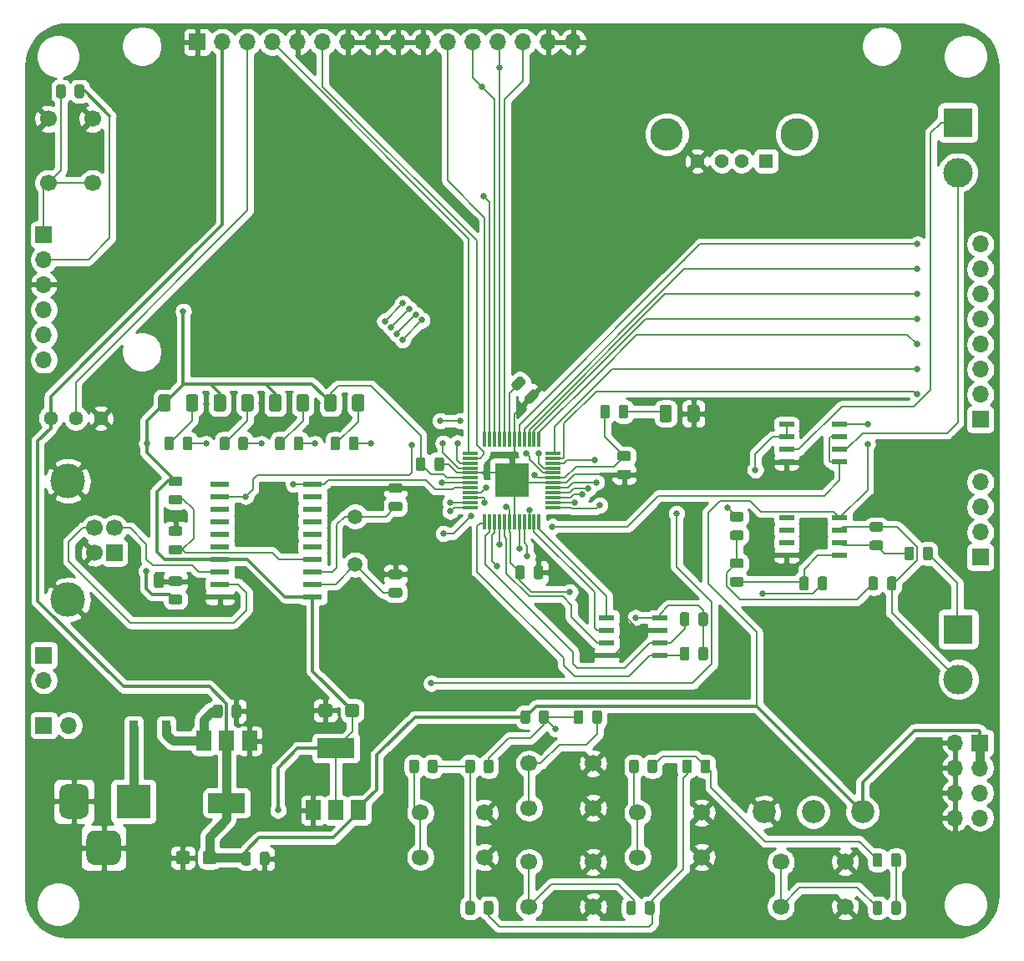
<source format=gtl>
G04 #@! TF.GenerationSoftware,KiCad,Pcbnew,(5.1.6)-1*
G04 #@! TF.CreationDate,2020-07-08T23:31:11-03:00*
G04 #@! TF.ProjectId,Projeto GTA,50726f6a-6574-46f2-9047-54412e6b6963,1.0*
G04 #@! TF.SameCoordinates,Original*
G04 #@! TF.FileFunction,Copper,L1,Top*
G04 #@! TF.FilePolarity,Positive*
%FSLAX46Y46*%
G04 Gerber Fmt 4.6, Leading zero omitted, Abs format (unit mm)*
G04 Created by KiCad (PCBNEW (5.1.6)-1) date 2020-07-08 23:31:11*
%MOMM*%
%LPD*%
G01*
G04 APERTURE LIST*
G04 #@! TA.AperFunction,ComponentPad*
%ADD10C,1.700000*%
G04 #@! TD*
G04 #@! TA.AperFunction,ComponentPad*
%ADD11C,3.316000*%
G04 #@! TD*
G04 #@! TA.AperFunction,ComponentPad*
%ADD12C,1.428000*%
G04 #@! TD*
G04 #@! TA.AperFunction,ComponentPad*
%ADD13R,1.428000X1.428000*%
G04 #@! TD*
G04 #@! TA.AperFunction,ComponentPad*
%ADD14O,1.700000X1.700000*%
G04 #@! TD*
G04 #@! TA.AperFunction,ComponentPad*
%ADD15R,1.700000X1.700000*%
G04 #@! TD*
G04 #@! TA.AperFunction,SMDPad,CuDef*
%ADD16R,1.550000X0.600000*%
G04 #@! TD*
G04 #@! TA.AperFunction,ComponentPad*
%ADD17C,3.500000*%
G04 #@! TD*
G04 #@! TA.AperFunction,SMDPad,CuDef*
%ADD18R,3.800000X2.000000*%
G04 #@! TD*
G04 #@! TA.AperFunction,SMDPad,CuDef*
%ADD19R,1.500000X2.000000*%
G04 #@! TD*
G04 #@! TA.AperFunction,ComponentPad*
%ADD20R,3.000000X3.000000*%
G04 #@! TD*
G04 #@! TA.AperFunction,ComponentPad*
%ADD21C,3.000000*%
G04 #@! TD*
G04 #@! TA.AperFunction,SMDPad,CuDef*
%ADD22R,0.300000X1.500000*%
G04 #@! TD*
G04 #@! TA.AperFunction,SMDPad,CuDef*
%ADD23R,1.500000X0.300000*%
G04 #@! TD*
G04 #@! TA.AperFunction,SMDPad,CuDef*
%ADD24R,3.500000X3.500000*%
G04 #@! TD*
G04 #@! TA.AperFunction,SMDPad,CuDef*
%ADD25R,1.950000X0.600000*%
G04 #@! TD*
G04 #@! TA.AperFunction,SMDPad,CuDef*
%ADD26R,0.900000X1.200000*%
G04 #@! TD*
G04 #@! TA.AperFunction,ComponentPad*
%ADD27C,1.440000*%
G04 #@! TD*
G04 #@! TA.AperFunction,ComponentPad*
%ADD28C,2.340000*%
G04 #@! TD*
G04 #@! TA.AperFunction,ComponentPad*
%ADD29R,3.500000X3.500000*%
G04 #@! TD*
G04 #@! TA.AperFunction,ComponentPad*
%ADD30C,1.500000*%
G04 #@! TD*
G04 #@! TA.AperFunction,ViaPad*
%ADD31C,0.635000*%
G04 #@! TD*
G04 #@! TA.AperFunction,Conductor*
%ADD32C,0.203200*%
G04 #@! TD*
G04 #@! TA.AperFunction,Conductor*
%ADD33C,0.900000*%
G04 #@! TD*
G04 #@! TA.AperFunction,Conductor*
%ADD34C,0.304800*%
G04 #@! TD*
G04 #@! TA.AperFunction,Conductor*
%ADD35C,0.254000*%
G04 #@! TD*
G04 APERTURE END LIST*
D10*
X102493200Y-56845200D03*
X97993200Y-56845200D03*
X102493200Y-50345200D03*
X97993200Y-50345200D03*
X172268200Y-130204600D03*
X172268200Y-125704600D03*
X178768200Y-130204600D03*
X178768200Y-125704600D03*
X157725000Y-125204600D03*
X157725000Y-120704600D03*
X164225000Y-125204600D03*
X164225000Y-120704600D03*
X146725000Y-130204600D03*
X146725000Y-125704600D03*
X153225000Y-130204600D03*
X153225000Y-125704600D03*
X146725000Y-120204600D03*
X146725000Y-115704600D03*
X153225000Y-120204600D03*
X153225000Y-115704600D03*
X135725000Y-125204600D03*
X135725000Y-120704600D03*
X142225000Y-125204600D03*
X142225000Y-120704600D03*
D11*
X160714520Y-51889840D03*
X173854520Y-51889840D03*
D12*
X163784520Y-54599840D03*
X166284520Y-54599840D03*
X168284520Y-54599840D03*
D13*
X170784520Y-54599840D03*
D14*
X192481200Y-63045000D03*
X192481200Y-65585000D03*
X192481200Y-68125000D03*
X192481200Y-70665000D03*
X192481200Y-73205000D03*
X192481200Y-75745000D03*
X192481200Y-78285000D03*
D15*
X192481200Y-80825000D03*
D16*
X172843200Y-81336666D03*
X172843200Y-82606666D03*
X172843200Y-83876666D03*
X172843200Y-85146666D03*
X178243200Y-85146666D03*
X178243200Y-83876666D03*
X178243200Y-82606666D03*
X178243200Y-81336666D03*
G04 #@! TA.AperFunction,SMDPad,CuDef*
G36*
G01*
X164875000Y-100618750D02*
X164875000Y-101531250D01*
G75*
G02*
X164631250Y-101775000I-243750J0D01*
G01*
X164143750Y-101775000D01*
G75*
G02*
X163900000Y-101531250I0J243750D01*
G01*
X163900000Y-100618750D01*
G75*
G02*
X164143750Y-100375000I243750J0D01*
G01*
X164631250Y-100375000D01*
G75*
G02*
X164875000Y-100618750I0J-243750D01*
G01*
G37*
G04 #@! TD.AperFunction*
G04 #@! TA.AperFunction,SMDPad,CuDef*
G36*
G01*
X163000000Y-100618750D02*
X163000000Y-101531250D01*
G75*
G02*
X162756250Y-101775000I-243750J0D01*
G01*
X162268750Y-101775000D01*
G75*
G02*
X162025000Y-101531250I0J243750D01*
G01*
X162025000Y-100618750D01*
G75*
G02*
X162268750Y-100375000I243750J0D01*
G01*
X162756250Y-100375000D01*
G75*
G02*
X163000000Y-100618750I0J-243750D01*
G01*
G37*
G04 #@! TD.AperFunction*
D14*
X100090000Y-111836200D03*
D15*
X97550000Y-111836200D03*
X97550000Y-104724200D03*
D14*
X97550000Y-107264200D03*
D15*
X192481200Y-94800000D03*
D14*
X192481200Y-92260000D03*
X192481200Y-89720000D03*
X192481200Y-87180000D03*
D15*
X192450000Y-113600000D03*
D14*
X189910000Y-113600000D03*
X192450000Y-116140000D03*
X189910000Y-116140000D03*
X192450000Y-118680000D03*
X189910000Y-118680000D03*
X192450000Y-121220000D03*
X189910000Y-121220000D03*
D15*
X104698800Y-94335600D03*
D10*
X104698800Y-91835600D03*
X102698800Y-91835600D03*
X102698800Y-94335600D03*
D17*
X99988800Y-99105600D03*
X99988800Y-87065600D03*
G04 #@! TA.AperFunction,SMDPad,CuDef*
G36*
G01*
X127243000Y-78515300D02*
X127243000Y-79765300D01*
G75*
G02*
X126993000Y-80015300I-250000J0D01*
G01*
X126243000Y-80015300D01*
G75*
G02*
X125993000Y-79765300I0J250000D01*
G01*
X125993000Y-78515300D01*
G75*
G02*
X126243000Y-78265300I250000J0D01*
G01*
X126993000Y-78265300D01*
G75*
G02*
X127243000Y-78515300I0J-250000D01*
G01*
G37*
G04 #@! TD.AperFunction*
G04 #@! TA.AperFunction,SMDPad,CuDef*
G36*
G01*
X130043000Y-78515300D02*
X130043000Y-79765300D01*
G75*
G02*
X129793000Y-80015300I-250000J0D01*
G01*
X129043000Y-80015300D01*
G75*
G02*
X128793000Y-79765300I0J250000D01*
G01*
X128793000Y-78515300D01*
G75*
G02*
X129043000Y-78265300I250000J0D01*
G01*
X129793000Y-78265300D01*
G75*
G02*
X130043000Y-78515300I0J-250000D01*
G01*
G37*
G04 #@! TD.AperFunction*
G04 #@! TA.AperFunction,SMDPad,CuDef*
G36*
G01*
X113200800Y-78515300D02*
X113200800Y-79765300D01*
G75*
G02*
X112950800Y-80015300I-250000J0D01*
G01*
X112200800Y-80015300D01*
G75*
G02*
X111950800Y-79765300I0J250000D01*
G01*
X111950800Y-78515300D01*
G75*
G02*
X112200800Y-78265300I250000J0D01*
G01*
X112950800Y-78265300D01*
G75*
G02*
X113200800Y-78515300I0J-250000D01*
G01*
G37*
G04 #@! TD.AperFunction*
G04 #@! TA.AperFunction,SMDPad,CuDef*
G36*
G01*
X110400800Y-78515300D02*
X110400800Y-79765300D01*
G75*
G02*
X110150800Y-80015300I-250000J0D01*
G01*
X109400800Y-80015300D01*
G75*
G02*
X109150800Y-79765300I0J250000D01*
G01*
X109150800Y-78515300D01*
G75*
G02*
X109400800Y-78265300I250000J0D01*
G01*
X110150800Y-78265300D01*
G75*
G02*
X110400800Y-78515300I0J-250000D01*
G01*
G37*
G04 #@! TD.AperFunction*
G04 #@! TA.AperFunction,SMDPad,CuDef*
G36*
G01*
X116014866Y-78515300D02*
X116014866Y-79765300D01*
G75*
G02*
X115764866Y-80015300I-250000J0D01*
G01*
X115014866Y-80015300D01*
G75*
G02*
X114764866Y-79765300I0J250000D01*
G01*
X114764866Y-78515300D01*
G75*
G02*
X115014866Y-78265300I250000J0D01*
G01*
X115764866Y-78265300D01*
G75*
G02*
X116014866Y-78515300I0J-250000D01*
G01*
G37*
G04 #@! TD.AperFunction*
G04 #@! TA.AperFunction,SMDPad,CuDef*
G36*
G01*
X118814866Y-78515300D02*
X118814866Y-79765300D01*
G75*
G02*
X118564866Y-80015300I-250000J0D01*
G01*
X117814866Y-80015300D01*
G75*
G02*
X117564866Y-79765300I0J250000D01*
G01*
X117564866Y-78515300D01*
G75*
G02*
X117814866Y-78265300I250000J0D01*
G01*
X118564866Y-78265300D01*
G75*
G02*
X118814866Y-78515300I0J-250000D01*
G01*
G37*
G04 #@! TD.AperFunction*
G04 #@! TA.AperFunction,SMDPad,CuDef*
G36*
G01*
X124428932Y-78515300D02*
X124428932Y-79765300D01*
G75*
G02*
X124178932Y-80015300I-250000J0D01*
G01*
X123428932Y-80015300D01*
G75*
G02*
X123178932Y-79765300I0J250000D01*
G01*
X123178932Y-78515300D01*
G75*
G02*
X123428932Y-78265300I250000J0D01*
G01*
X124178932Y-78265300D01*
G75*
G02*
X124428932Y-78515300I0J-250000D01*
G01*
G37*
G04 #@! TD.AperFunction*
G04 #@! TA.AperFunction,SMDPad,CuDef*
G36*
G01*
X121628932Y-78515300D02*
X121628932Y-79765300D01*
G75*
G02*
X121378932Y-80015300I-250000J0D01*
G01*
X120628932Y-80015300D01*
G75*
G02*
X120378932Y-79765300I0J250000D01*
G01*
X120378932Y-78515300D01*
G75*
G02*
X120628932Y-78265300I250000J0D01*
G01*
X121378932Y-78265300D01*
G75*
G02*
X121628932Y-78515300I0J-250000D01*
G01*
G37*
G04 #@! TD.AperFunction*
D16*
X172843200Y-90753332D03*
X172843200Y-92023332D03*
X172843200Y-93293332D03*
X172843200Y-94563332D03*
X178243200Y-94563332D03*
X178243200Y-93293332D03*
X178243200Y-92023332D03*
X178243200Y-90753332D03*
D18*
X127157192Y-114147200D03*
D19*
X127157192Y-120447200D03*
X129457192Y-120447200D03*
X124857192Y-120447200D03*
G04 #@! TA.AperFunction,SMDPad,CuDef*
G36*
G01*
X100668200Y-48005050D02*
X100668200Y-47092550D01*
G75*
G02*
X100911950Y-46848800I243750J0D01*
G01*
X101399450Y-46848800D01*
G75*
G02*
X101643200Y-47092550I0J-243750D01*
G01*
X101643200Y-48005050D01*
G75*
G02*
X101399450Y-48248800I-243750J0D01*
G01*
X100911950Y-48248800D01*
G75*
G02*
X100668200Y-48005050I0J243750D01*
G01*
G37*
G04 #@! TD.AperFunction*
G04 #@! TA.AperFunction,SMDPad,CuDef*
G36*
G01*
X98793200Y-48005050D02*
X98793200Y-47092550D01*
G75*
G02*
X99036950Y-46848800I243750J0D01*
G01*
X99524450Y-46848800D01*
G75*
G02*
X99768200Y-47092550I0J-243750D01*
G01*
X99768200Y-48005050D01*
G75*
G02*
X99524450Y-48248800I-243750J0D01*
G01*
X99036950Y-48248800D01*
G75*
G02*
X98793200Y-48005050I0J243750D01*
G01*
G37*
G04 #@! TD.AperFunction*
G04 #@! TA.AperFunction,SMDPad,CuDef*
G36*
G01*
X110436521Y-88465600D02*
X111349021Y-88465600D01*
G75*
G02*
X111592771Y-88709350I0J-243750D01*
G01*
X111592771Y-89196850D01*
G75*
G02*
X111349021Y-89440600I-243750J0D01*
G01*
X110436521Y-89440600D01*
G75*
G02*
X110192771Y-89196850I0J243750D01*
G01*
X110192771Y-88709350D01*
G75*
G02*
X110436521Y-88465600I243750J0D01*
G01*
G37*
G04 #@! TD.AperFunction*
G04 #@! TA.AperFunction,SMDPad,CuDef*
G36*
G01*
X110436521Y-86590600D02*
X111349021Y-86590600D01*
G75*
G02*
X111592771Y-86834350I0J-243750D01*
G01*
X111592771Y-87321850D01*
G75*
G02*
X111349021Y-87565600I-243750J0D01*
G01*
X110436521Y-87565600D01*
G75*
G02*
X110192771Y-87321850I0J243750D01*
G01*
X110192771Y-86834350D01*
G75*
G02*
X110436521Y-86590600I243750J0D01*
G01*
G37*
G04 #@! TD.AperFunction*
D20*
X190250000Y-102085000D03*
D21*
X190250000Y-107165000D03*
G04 #@! TA.AperFunction,SMDPad,CuDef*
G36*
G01*
X164025000Y-79595000D02*
X164025000Y-80845000D01*
G75*
G02*
X163775000Y-81095000I-250000J0D01*
G01*
X163025000Y-81095000D01*
G75*
G02*
X162775000Y-80845000I0J250000D01*
G01*
X162775000Y-79595000D01*
G75*
G02*
X163025000Y-79345000I250000J0D01*
G01*
X163775000Y-79345000D01*
G75*
G02*
X164025000Y-79595000I0J-250000D01*
G01*
G37*
G04 #@! TD.AperFunction*
G04 #@! TA.AperFunction,SMDPad,CuDef*
G36*
G01*
X161225000Y-79595000D02*
X161225000Y-80845000D01*
G75*
G02*
X160975000Y-81095000I-250000J0D01*
G01*
X160225000Y-81095000D01*
G75*
G02*
X159975000Y-80845000I0J250000D01*
G01*
X159975000Y-79595000D01*
G75*
G02*
X160225000Y-79345000I250000J0D01*
G01*
X160975000Y-79345000D01*
G75*
G02*
X161225000Y-79595000I0J-250000D01*
G01*
G37*
G04 #@! TD.AperFunction*
G04 #@! TA.AperFunction,SMDPad,CuDef*
G36*
G01*
X153946800Y-80491650D02*
X153946800Y-79579150D01*
G75*
G02*
X154190550Y-79335400I243750J0D01*
G01*
X154678050Y-79335400D01*
G75*
G02*
X154921800Y-79579150I0J-243750D01*
G01*
X154921800Y-80491650D01*
G75*
G02*
X154678050Y-80735400I-243750J0D01*
G01*
X154190550Y-80735400D01*
G75*
G02*
X153946800Y-80491650I0J243750D01*
G01*
G37*
G04 #@! TD.AperFunction*
G04 #@! TA.AperFunction,SMDPad,CuDef*
G36*
G01*
X155821800Y-80491650D02*
X155821800Y-79579150D01*
G75*
G02*
X156065550Y-79335400I243750J0D01*
G01*
X156553050Y-79335400D01*
G75*
G02*
X156796800Y-79579150I0J-243750D01*
G01*
X156796800Y-80491650D01*
G75*
G02*
X156553050Y-80735400I-243750J0D01*
G01*
X156065550Y-80735400D01*
G75*
G02*
X155821800Y-80491650I0J243750D01*
G01*
G37*
G04 #@! TD.AperFunction*
D22*
X147750000Y-82800000D03*
X147250000Y-82800000D03*
X146750000Y-82800000D03*
X146250000Y-82800000D03*
X145750000Y-82800000D03*
X145250000Y-82800000D03*
X144750000Y-82800000D03*
X144250000Y-82800000D03*
X143750000Y-82800000D03*
X143250000Y-82800000D03*
X142750000Y-82800000D03*
X142250000Y-82800000D03*
D23*
X140800000Y-84250000D03*
X140800000Y-84750000D03*
X140800000Y-85250000D03*
X140800000Y-85750000D03*
X140800000Y-86250000D03*
X140800000Y-86750000D03*
X140800000Y-87250000D03*
X140800000Y-87750000D03*
X140800000Y-88250000D03*
X140800000Y-88750000D03*
X140800000Y-89250000D03*
X140800000Y-89750000D03*
D22*
X142250000Y-91200000D03*
X142750000Y-91200000D03*
X143250000Y-91200000D03*
X143750000Y-91200000D03*
X144250000Y-91200000D03*
X144750000Y-91200000D03*
X145250000Y-91200000D03*
X145750000Y-91200000D03*
X146250000Y-91200000D03*
X146750000Y-91200000D03*
X147250000Y-91200000D03*
X147750000Y-91200000D03*
D23*
X149200000Y-89750000D03*
X149200000Y-89250000D03*
X149200000Y-88750000D03*
X149200000Y-88250000D03*
X149200000Y-87750000D03*
X149200000Y-87250000D03*
X149200000Y-86750000D03*
X149200000Y-86250000D03*
X149200000Y-85750000D03*
X149200000Y-85250000D03*
X149200000Y-84750000D03*
X149200000Y-84250000D03*
D24*
X145000000Y-87000000D03*
D25*
X124791200Y-98800600D03*
X124791200Y-97530600D03*
X124791200Y-96260600D03*
X124791200Y-94990600D03*
X124791200Y-93720600D03*
X124791200Y-92450600D03*
X124791200Y-91180600D03*
X124791200Y-89910600D03*
X124791200Y-88640600D03*
X124791200Y-87370600D03*
X115391200Y-87370600D03*
X115391200Y-88640600D03*
X115391200Y-89910600D03*
X115391200Y-91180600D03*
X115391200Y-92450600D03*
X115391200Y-93720600D03*
X115391200Y-94990600D03*
X115391200Y-96260600D03*
X115391200Y-97530600D03*
X115391200Y-98800600D03*
D26*
X109963220Y-111968280D03*
X106663220Y-111968280D03*
D27*
X98250000Y-80670300D03*
X100790000Y-80670300D03*
X103330000Y-80670300D03*
D15*
X97550000Y-62075000D03*
D14*
X97550000Y-64615000D03*
X97550000Y-67155000D03*
X97550000Y-69695000D03*
X97550000Y-72235000D03*
X97550000Y-74775000D03*
D21*
X190200000Y-55790000D03*
D20*
X190200000Y-50710000D03*
D28*
X170543200Y-120625000D03*
X175543200Y-120625000D03*
X180543200Y-120625000D03*
D19*
X118389386Y-113410600D03*
X113789386Y-113410600D03*
X116089386Y-113410600D03*
D18*
X116089386Y-119710600D03*
G04 #@! TA.AperFunction,SMDPad,CuDef*
G36*
G01*
X110436521Y-96730599D02*
X111349021Y-96730599D01*
G75*
G02*
X111592771Y-96974349I0J-243750D01*
G01*
X111592771Y-97461849D01*
G75*
G02*
X111349021Y-97705599I-243750J0D01*
G01*
X110436521Y-97705599D01*
G75*
G02*
X110192771Y-97461849I0J243750D01*
G01*
X110192771Y-96974349D01*
G75*
G02*
X110436521Y-96730599I243750J0D01*
G01*
G37*
G04 #@! TD.AperFunction*
G04 #@! TA.AperFunction,SMDPad,CuDef*
G36*
G01*
X110436521Y-98605601D02*
X111349021Y-98605601D01*
G75*
G02*
X111592771Y-98849351I0J-243750D01*
G01*
X111592771Y-99336851D01*
G75*
G02*
X111349021Y-99580601I-243750J0D01*
G01*
X110436521Y-99580601D01*
G75*
G02*
X110192771Y-99336851I0J243750D01*
G01*
X110192771Y-98849351D01*
G75*
G02*
X110436521Y-98605601I243750J0D01*
G01*
G37*
G04 #@! TD.AperFunction*
G04 #@! TA.AperFunction,SMDPad,CuDef*
G36*
G01*
X147652025Y-78513150D02*
X147006790Y-79158385D01*
G75*
G02*
X146662076Y-79158385I-172357J172357D01*
G01*
X146317361Y-78813670D01*
G75*
G02*
X146317361Y-78468956I172357J172357D01*
G01*
X146962596Y-77823721D01*
G75*
G02*
X147307310Y-77823721I172357J-172357D01*
G01*
X147652025Y-78168436D01*
G75*
G02*
X147652025Y-78513150I-172357J-172357D01*
G01*
G37*
G04 #@! TD.AperFunction*
G04 #@! TA.AperFunction,SMDPad,CuDef*
G36*
G01*
X146326199Y-77187324D02*
X145680964Y-77832559D01*
G75*
G02*
X145336250Y-77832559I-172357J172357D01*
G01*
X144991535Y-77487844D01*
G75*
G02*
X144991535Y-77143130I172357J172357D01*
G01*
X145636770Y-76497895D01*
G75*
G02*
X145981484Y-76497895I172357J-172357D01*
G01*
X146326199Y-76842610D01*
G75*
G02*
X146326199Y-77187324I-172357J-172357D01*
G01*
G37*
G04 #@! TD.AperFunction*
G04 #@! TA.AperFunction,SMDPad,CuDef*
G36*
G01*
X155913770Y-85915680D02*
X156826270Y-85915680D01*
G75*
G02*
X157070020Y-86159430I0J-243750D01*
G01*
X157070020Y-86646930D01*
G75*
G02*
X156826270Y-86890680I-243750J0D01*
G01*
X155913770Y-86890680D01*
G75*
G02*
X155670020Y-86646930I0J243750D01*
G01*
X155670020Y-86159430D01*
G75*
G02*
X155913770Y-85915680I243750J0D01*
G01*
G37*
G04 #@! TD.AperFunction*
G04 #@! TA.AperFunction,SMDPad,CuDef*
G36*
G01*
X155913770Y-84040680D02*
X156826270Y-84040680D01*
G75*
G02*
X157070020Y-84284430I0J-243750D01*
G01*
X157070020Y-84771930D01*
G75*
G02*
X156826270Y-85015680I-243750J0D01*
G01*
X155913770Y-85015680D01*
G75*
G02*
X155670020Y-84771930I0J243750D01*
G01*
X155670020Y-84284430D01*
G75*
G02*
X155913770Y-84040680I243750J0D01*
G01*
G37*
G04 #@! TD.AperFunction*
G04 #@! TA.AperFunction,SMDPad,CuDef*
G36*
G01*
X148176040Y-95870710D02*
X148176040Y-96783210D01*
G75*
G02*
X147932290Y-97026960I-243750J0D01*
G01*
X147444790Y-97026960D01*
G75*
G02*
X147201040Y-96783210I0J243750D01*
G01*
X147201040Y-95870710D01*
G75*
G02*
X147444790Y-95626960I243750J0D01*
G01*
X147932290Y-95626960D01*
G75*
G02*
X148176040Y-95870710I0J-243750D01*
G01*
G37*
G04 #@! TD.AperFunction*
G04 #@! TA.AperFunction,SMDPad,CuDef*
G36*
G01*
X146301040Y-95870710D02*
X146301040Y-96783210D01*
G75*
G02*
X146057290Y-97026960I-243750J0D01*
G01*
X145569790Y-97026960D01*
G75*
G02*
X145326040Y-96783210I0J243750D01*
G01*
X145326040Y-95870710D01*
G75*
G02*
X145569790Y-95626960I243750J0D01*
G01*
X146057290Y-95626960D01*
G75*
G02*
X146301040Y-95870710I0J-243750D01*
G01*
G37*
G04 #@! TD.AperFunction*
G04 #@! TA.AperFunction,SMDPad,CuDef*
G36*
G01*
X137145180Y-85818030D02*
X137145180Y-84905530D01*
G75*
G02*
X137388930Y-84661780I243750J0D01*
G01*
X137876430Y-84661780D01*
G75*
G02*
X138120180Y-84905530I0J-243750D01*
G01*
X138120180Y-85818030D01*
G75*
G02*
X137876430Y-86061780I-243750J0D01*
G01*
X137388930Y-86061780D01*
G75*
G02*
X137145180Y-85818030I0J243750D01*
G01*
G37*
G04 #@! TD.AperFunction*
G04 #@! TA.AperFunction,SMDPad,CuDef*
G36*
G01*
X135270180Y-85818030D02*
X135270180Y-84905530D01*
G75*
G02*
X135513930Y-84661780I243750J0D01*
G01*
X136001430Y-84661780D01*
G75*
G02*
X136245180Y-84905530I0J-243750D01*
G01*
X136245180Y-85818030D01*
G75*
G02*
X136001430Y-86061780I-243750J0D01*
G01*
X135513930Y-86061780D01*
G75*
G02*
X135270180Y-85818030I0J243750D01*
G01*
G37*
G04 #@! TD.AperFunction*
G04 #@! TA.AperFunction,SMDPad,CuDef*
G36*
G01*
X174118200Y-97900810D02*
X174118200Y-96988310D01*
G75*
G02*
X174361950Y-96744560I243750J0D01*
G01*
X174849450Y-96744560D01*
G75*
G02*
X175093200Y-96988310I0J-243750D01*
G01*
X175093200Y-97900810D01*
G75*
G02*
X174849450Y-98144560I-243750J0D01*
G01*
X174361950Y-98144560D01*
G75*
G02*
X174118200Y-97900810I0J243750D01*
G01*
G37*
G04 #@! TD.AperFunction*
G04 #@! TA.AperFunction,SMDPad,CuDef*
G36*
G01*
X175993200Y-97900810D02*
X175993200Y-96988310D01*
G75*
G02*
X176236950Y-96744560I243750J0D01*
G01*
X176724450Y-96744560D01*
G75*
G02*
X176968200Y-96988310I0J-243750D01*
G01*
X176968200Y-97900810D01*
G75*
G02*
X176724450Y-98144560I-243750J0D01*
G01*
X176236950Y-98144560D01*
G75*
G02*
X175993200Y-97900810I0J243750D01*
G01*
G37*
G04 #@! TD.AperFunction*
G04 #@! TA.AperFunction,SMDPad,CuDef*
G36*
G01*
X183013200Y-97900810D02*
X183013200Y-96988310D01*
G75*
G02*
X183256950Y-96744560I243750J0D01*
G01*
X183744450Y-96744560D01*
G75*
G02*
X183988200Y-96988310I0J-243750D01*
G01*
X183988200Y-97900810D01*
G75*
G02*
X183744450Y-98144560I-243750J0D01*
G01*
X183256950Y-98144560D01*
G75*
G02*
X183013200Y-97900810I0J243750D01*
G01*
G37*
G04 #@! TD.AperFunction*
G04 #@! TA.AperFunction,SMDPad,CuDef*
G36*
G01*
X181138200Y-97900810D02*
X181138200Y-96988310D01*
G75*
G02*
X181381950Y-96744560I243750J0D01*
G01*
X181869450Y-96744560D01*
G75*
G02*
X182113200Y-96988310I0J-243750D01*
G01*
X182113200Y-97900810D01*
G75*
G02*
X181869450Y-98144560I-243750J0D01*
G01*
X181381950Y-98144560D01*
G75*
G02*
X181138200Y-97900810I0J243750D01*
G01*
G37*
G04 #@! TD.AperFunction*
G04 #@! TA.AperFunction,SMDPad,CuDef*
G36*
G01*
X133653850Y-98880600D02*
X132741350Y-98880600D01*
G75*
G02*
X132497600Y-98636850I0J243750D01*
G01*
X132497600Y-98149350D01*
G75*
G02*
X132741350Y-97905600I243750J0D01*
G01*
X133653850Y-97905600D01*
G75*
G02*
X133897600Y-98149350I0J-243750D01*
G01*
X133897600Y-98636850D01*
G75*
G02*
X133653850Y-98880600I-243750J0D01*
G01*
G37*
G04 #@! TD.AperFunction*
G04 #@! TA.AperFunction,SMDPad,CuDef*
G36*
G01*
X133653850Y-97005600D02*
X132741350Y-97005600D01*
G75*
G02*
X132497600Y-96761850I0J243750D01*
G01*
X132497600Y-96274350D01*
G75*
G02*
X132741350Y-96030600I243750J0D01*
G01*
X133653850Y-96030600D01*
G75*
G02*
X133897600Y-96274350I0J-243750D01*
G01*
X133897600Y-96761850D01*
G75*
G02*
X133653850Y-97005600I-243750J0D01*
G01*
G37*
G04 #@! TD.AperFunction*
G04 #@! TA.AperFunction,SMDPad,CuDef*
G36*
G01*
X111349021Y-92635600D02*
X110436521Y-92635600D01*
G75*
G02*
X110192771Y-92391850I0J243750D01*
G01*
X110192771Y-91904350D01*
G75*
G02*
X110436521Y-91660600I243750J0D01*
G01*
X111349021Y-91660600D01*
G75*
G02*
X111592771Y-91904350I0J-243750D01*
G01*
X111592771Y-92391850D01*
G75*
G02*
X111349021Y-92635600I-243750J0D01*
G01*
G37*
G04 #@! TD.AperFunction*
G04 #@! TA.AperFunction,SMDPad,CuDef*
G36*
G01*
X111349021Y-94510600D02*
X110436521Y-94510600D01*
G75*
G02*
X110192771Y-94266850I0J243750D01*
G01*
X110192771Y-93779350D01*
G75*
G02*
X110436521Y-93535600I243750J0D01*
G01*
X111349021Y-93535600D01*
G75*
G02*
X111592771Y-93779350I0J-243750D01*
G01*
X111592771Y-94266850D01*
G75*
G02*
X111349021Y-94510600I-243750J0D01*
G01*
G37*
G04 #@! TD.AperFunction*
G04 #@! TA.AperFunction,SMDPad,CuDef*
G36*
G01*
X133653850Y-90140600D02*
X132741350Y-90140600D01*
G75*
G02*
X132497600Y-89896850I0J243750D01*
G01*
X132497600Y-89409350D01*
G75*
G02*
X132741350Y-89165600I243750J0D01*
G01*
X133653850Y-89165600D01*
G75*
G02*
X133897600Y-89409350I0J-243750D01*
G01*
X133897600Y-89896850D01*
G75*
G02*
X133653850Y-90140600I-243750J0D01*
G01*
G37*
G04 #@! TD.AperFunction*
G04 #@! TA.AperFunction,SMDPad,CuDef*
G36*
G01*
X133653850Y-88265600D02*
X132741350Y-88265600D01*
G75*
G02*
X132497600Y-88021850I0J243750D01*
G01*
X132497600Y-87534350D01*
G75*
G02*
X132741350Y-87290600I243750J0D01*
G01*
X133653850Y-87290600D01*
G75*
G02*
X133897600Y-87534350I0J-243750D01*
G01*
X133897600Y-88021850D01*
G75*
G02*
X133653850Y-88265600I-243750J0D01*
G01*
G37*
G04 #@! TD.AperFunction*
G04 #@! TA.AperFunction,SMDPad,CuDef*
G36*
G01*
X119450000Y-125810850D02*
X119450000Y-124898350D01*
G75*
G02*
X119693750Y-124654600I243750J0D01*
G01*
X120181250Y-124654600D01*
G75*
G02*
X120425000Y-124898350I0J-243750D01*
G01*
X120425000Y-125810850D01*
G75*
G02*
X120181250Y-126054600I-243750J0D01*
G01*
X119693750Y-126054600D01*
G75*
G02*
X119450000Y-125810850I0J243750D01*
G01*
G37*
G04 #@! TD.AperFunction*
G04 #@! TA.AperFunction,SMDPad,CuDef*
G36*
G01*
X117575000Y-125810850D02*
X117575000Y-124898350D01*
G75*
G02*
X117818750Y-124654600I243750J0D01*
G01*
X118306250Y-124654600D01*
G75*
G02*
X118550000Y-124898350I0J-243750D01*
G01*
X118550000Y-125810850D01*
G75*
G02*
X118306250Y-126054600I-243750J0D01*
G01*
X117818750Y-126054600D01*
G75*
G02*
X117575000Y-125810850I0J243750D01*
G01*
G37*
G04 #@! TD.AperFunction*
G04 #@! TA.AperFunction,SMDPad,CuDef*
G36*
G01*
X114703800Y-110870050D02*
X114703800Y-109957550D01*
G75*
G02*
X114947550Y-109713800I243750J0D01*
G01*
X115435050Y-109713800D01*
G75*
G02*
X115678800Y-109957550I0J-243750D01*
G01*
X115678800Y-110870050D01*
G75*
G02*
X115435050Y-111113800I-243750J0D01*
G01*
X114947550Y-111113800D01*
G75*
G02*
X114703800Y-110870050I0J243750D01*
G01*
G37*
G04 #@! TD.AperFunction*
G04 #@! TA.AperFunction,SMDPad,CuDef*
G36*
G01*
X116578800Y-110870050D02*
X116578800Y-109957550D01*
G75*
G02*
X116822550Y-109713800I243750J0D01*
G01*
X117310050Y-109713800D01*
G75*
G02*
X117553800Y-109957550I0J-243750D01*
G01*
X117553800Y-110870050D01*
G75*
G02*
X117310050Y-111113800I-243750J0D01*
G01*
X116822550Y-111113800D01*
G75*
G02*
X116578800Y-110870050I0J243750D01*
G01*
G37*
G04 #@! TD.AperFunction*
G04 #@! TA.AperFunction,SMDPad,CuDef*
G36*
G01*
X112350000Y-124829599D02*
X112350000Y-125679601D01*
G75*
G02*
X112100001Y-125929600I-249999J0D01*
G01*
X111199999Y-125929600D01*
G75*
G02*
X110950000Y-125679601I0J249999D01*
G01*
X110950000Y-124829599D01*
G75*
G02*
X111199999Y-124579600I249999J0D01*
G01*
X112100001Y-124579600D01*
G75*
G02*
X112350000Y-124829599I0J-249999D01*
G01*
G37*
G04 #@! TD.AperFunction*
G04 #@! TA.AperFunction,SMDPad,CuDef*
G36*
G01*
X115050000Y-124829599D02*
X115050000Y-125679601D01*
G75*
G02*
X114800001Y-125929600I-249999J0D01*
G01*
X113899999Y-125929600D01*
G75*
G02*
X113650000Y-125679601I0J249999D01*
G01*
X113650000Y-124829599D01*
G75*
G02*
X113899999Y-124579600I249999J0D01*
G01*
X114800001Y-124579600D01*
G75*
G02*
X115050000Y-124829599I0J-249999D01*
G01*
G37*
G04 #@! TD.AperFunction*
G04 #@! TA.AperFunction,SMDPad,CuDef*
G36*
G01*
X129507200Y-109912599D02*
X129507200Y-110762601D01*
G75*
G02*
X129257201Y-111012600I-249999J0D01*
G01*
X128357199Y-111012600D01*
G75*
G02*
X128107200Y-110762601I0J249999D01*
G01*
X128107200Y-109912599D01*
G75*
G02*
X128357199Y-109662600I249999J0D01*
G01*
X129257201Y-109662600D01*
G75*
G02*
X129507200Y-109912599I0J-249999D01*
G01*
G37*
G04 #@! TD.AperFunction*
G04 #@! TA.AperFunction,SMDPad,CuDef*
G36*
G01*
X126807200Y-109912599D02*
X126807200Y-110762601D01*
G75*
G02*
X126557201Y-111012600I-249999J0D01*
G01*
X125657199Y-111012600D01*
G75*
G02*
X125407200Y-110762601I0J249999D01*
G01*
X125407200Y-109912599D01*
G75*
G02*
X125657199Y-109662600I249999J0D01*
G01*
X126557201Y-109662600D01*
G75*
G02*
X126807200Y-109912599I0J-249999D01*
G01*
G37*
G04 #@! TD.AperFunction*
D29*
X106621580Y-119554600D03*
G04 #@! TA.AperFunction,ComponentPad*
G36*
G01*
X99121580Y-120554600D02*
X99121580Y-118554600D01*
G75*
G02*
X99871580Y-117804600I750000J0D01*
G01*
X101371580Y-117804600D01*
G75*
G02*
X102121580Y-118554600I0J-750000D01*
G01*
X102121580Y-120554600D01*
G75*
G02*
X101371580Y-121304600I-750000J0D01*
G01*
X99871580Y-121304600D01*
G75*
G02*
X99121580Y-120554600I0J750000D01*
G01*
G37*
G04 #@! TD.AperFunction*
G04 #@! TA.AperFunction,ComponentPad*
G36*
G01*
X101871580Y-125129600D02*
X101871580Y-123379600D01*
G75*
G02*
X102746580Y-122504600I875000J0D01*
G01*
X104496580Y-122504600D01*
G75*
G02*
X105371580Y-123379600I0J-875000D01*
G01*
X105371580Y-125129600D01*
G75*
G02*
X104496580Y-126004600I-875000J0D01*
G01*
X102746580Y-126004600D01*
G75*
G02*
X101871580Y-125129600I0J875000D01*
G01*
G37*
G04 #@! TD.AperFunction*
D15*
X113100000Y-42550000D03*
D14*
X115640000Y-42550000D03*
X118180000Y-42550000D03*
X120720000Y-42550000D03*
X123260000Y-42550000D03*
X125800000Y-42550000D03*
X128340000Y-42550000D03*
X130880000Y-42550000D03*
X133420000Y-42550000D03*
X135960000Y-42550000D03*
X138500000Y-42550000D03*
X141040000Y-42550000D03*
X143580000Y-42550000D03*
X146120000Y-42550000D03*
X148660000Y-42550000D03*
X151200000Y-42550000D03*
D30*
X129102271Y-95535600D03*
X129102271Y-90655600D03*
D16*
X154602200Y-100920000D03*
X154602200Y-102190000D03*
X154602200Y-103460000D03*
X154602200Y-104730000D03*
X160002200Y-104730000D03*
X160002200Y-103460000D03*
X160002200Y-102190000D03*
X160002200Y-100920000D03*
G04 #@! TA.AperFunction,SMDPad,CuDef*
G36*
G01*
X147755000Y-111456250D02*
X147755000Y-110543750D01*
G75*
G02*
X147998750Y-110300000I243750J0D01*
G01*
X148486250Y-110300000D01*
G75*
G02*
X148730000Y-110543750I0J-243750D01*
G01*
X148730000Y-111456250D01*
G75*
G02*
X148486250Y-111700000I-243750J0D01*
G01*
X147998750Y-111700000D01*
G75*
G02*
X147755000Y-111456250I0J243750D01*
G01*
G37*
G04 #@! TD.AperFunction*
G04 #@! TA.AperFunction,SMDPad,CuDef*
G36*
G01*
X145880000Y-111456250D02*
X145880000Y-110543750D01*
G75*
G02*
X146123750Y-110300000I243750J0D01*
G01*
X146611250Y-110300000D01*
G75*
G02*
X146855000Y-110543750I0J-243750D01*
G01*
X146855000Y-111456250D01*
G75*
G02*
X146611250Y-111700000I-243750J0D01*
G01*
X146123750Y-111700000D01*
G75*
G02*
X145880000Y-111456250I0J243750D01*
G01*
G37*
G04 #@! TD.AperFunction*
G04 #@! TA.AperFunction,SMDPad,CuDef*
G36*
G01*
X137449999Y-115543750D02*
X137449999Y-116456250D01*
G75*
G02*
X137206249Y-116700000I-243750J0D01*
G01*
X136718749Y-116700000D01*
G75*
G02*
X136474999Y-116456250I0J243750D01*
G01*
X136474999Y-115543750D01*
G75*
G02*
X136718749Y-115300000I243750J0D01*
G01*
X137206249Y-115300000D01*
G75*
G02*
X137449999Y-115543750I0J-243750D01*
G01*
G37*
G04 #@! TD.AperFunction*
G04 #@! TA.AperFunction,SMDPad,CuDef*
G36*
G01*
X135574999Y-115543750D02*
X135574999Y-116456250D01*
G75*
G02*
X135331249Y-116700000I-243750J0D01*
G01*
X134843749Y-116700000D01*
G75*
G02*
X134599999Y-116456250I0J243750D01*
G01*
X134599999Y-115543750D01*
G75*
G02*
X134843749Y-115300000I243750J0D01*
G01*
X135331249Y-115300000D01*
G75*
G02*
X135574999Y-115543750I0J-243750D01*
G01*
G37*
G04 #@! TD.AperFunction*
G04 #@! TA.AperFunction,SMDPad,CuDef*
G36*
G01*
X142145000Y-130810850D02*
X142145000Y-129898350D01*
G75*
G02*
X142388750Y-129654600I243750J0D01*
G01*
X142876250Y-129654600D01*
G75*
G02*
X143120000Y-129898350I0J-243750D01*
G01*
X143120000Y-130810850D01*
G75*
G02*
X142876250Y-131054600I-243750J0D01*
G01*
X142388750Y-131054600D01*
G75*
G02*
X142145000Y-130810850I0J243750D01*
G01*
G37*
G04 #@! TD.AperFunction*
G04 #@! TA.AperFunction,SMDPad,CuDef*
G36*
G01*
X140270000Y-130810850D02*
X140270000Y-129898350D01*
G75*
G02*
X140513750Y-129654600I243750J0D01*
G01*
X141001250Y-129654600D01*
G75*
G02*
X141245000Y-129898350I0J-243750D01*
G01*
X141245000Y-130810850D01*
G75*
G02*
X141001250Y-131054600I-243750J0D01*
G01*
X140513750Y-131054600D01*
G75*
G02*
X140270000Y-130810850I0J243750D01*
G01*
G37*
G04 #@! TD.AperFunction*
G04 #@! TA.AperFunction,SMDPad,CuDef*
G36*
G01*
X184425000Y-129898350D02*
X184425000Y-130810850D01*
G75*
G02*
X184181250Y-131054600I-243750J0D01*
G01*
X183693750Y-131054600D01*
G75*
G02*
X183450000Y-130810850I0J243750D01*
G01*
X183450000Y-129898350D01*
G75*
G02*
X183693750Y-129654600I243750J0D01*
G01*
X184181250Y-129654600D01*
G75*
G02*
X184425000Y-129898350I0J-243750D01*
G01*
G37*
G04 #@! TD.AperFunction*
G04 #@! TA.AperFunction,SMDPad,CuDef*
G36*
G01*
X182550000Y-129898350D02*
X182550000Y-130810850D01*
G75*
G02*
X182306250Y-131054600I-243750J0D01*
G01*
X181818750Y-131054600D01*
G75*
G02*
X181575000Y-130810850I0J243750D01*
G01*
X181575000Y-129898350D01*
G75*
G02*
X181818750Y-129654600I243750J0D01*
G01*
X182306250Y-129654600D01*
G75*
G02*
X182550000Y-129898350I0J-243750D01*
G01*
G37*
G04 #@! TD.AperFunction*
G04 #@! TA.AperFunction,SMDPad,CuDef*
G36*
G01*
X183450000Y-125960850D02*
X183450000Y-125048350D01*
G75*
G02*
X183693750Y-124804600I243750J0D01*
G01*
X184181250Y-124804600D01*
G75*
G02*
X184425000Y-125048350I0J-243750D01*
G01*
X184425000Y-125960850D01*
G75*
G02*
X184181250Y-126204600I-243750J0D01*
G01*
X183693750Y-126204600D01*
G75*
G02*
X183450000Y-125960850I0J243750D01*
G01*
G37*
G04 #@! TD.AperFunction*
G04 #@! TA.AperFunction,SMDPad,CuDef*
G36*
G01*
X181575000Y-125960850D02*
X181575000Y-125048350D01*
G75*
G02*
X181818750Y-124804600I243750J0D01*
G01*
X182306250Y-124804600D01*
G75*
G02*
X182550000Y-125048350I0J-243750D01*
G01*
X182550000Y-125960850D01*
G75*
G02*
X182306250Y-126204600I-243750J0D01*
G01*
X181818750Y-126204600D01*
G75*
G02*
X181575000Y-125960850I0J243750D01*
G01*
G37*
G04 #@! TD.AperFunction*
G04 #@! TA.AperFunction,SMDPad,CuDef*
G36*
G01*
X159730000Y-115543750D02*
X159730000Y-116456250D01*
G75*
G02*
X159486250Y-116700000I-243750J0D01*
G01*
X158998750Y-116700000D01*
G75*
G02*
X158755000Y-116456250I0J243750D01*
G01*
X158755000Y-115543750D01*
G75*
G02*
X158998750Y-115300000I243750J0D01*
G01*
X159486250Y-115300000D01*
G75*
G02*
X159730000Y-115543750I0J-243750D01*
G01*
G37*
G04 #@! TD.AperFunction*
G04 #@! TA.AperFunction,SMDPad,CuDef*
G36*
G01*
X157855000Y-115543750D02*
X157855000Y-116456250D01*
G75*
G02*
X157611250Y-116700000I-243750J0D01*
G01*
X157123750Y-116700000D01*
G75*
G02*
X156880000Y-116456250I0J243750D01*
G01*
X156880000Y-115543750D01*
G75*
G02*
X157123750Y-115300000I243750J0D01*
G01*
X157611250Y-115300000D01*
G75*
G02*
X157855000Y-115543750I0J-243750D01*
G01*
G37*
G04 #@! TD.AperFunction*
G04 #@! TA.AperFunction,SMDPad,CuDef*
G36*
G01*
X141245000Y-115543750D02*
X141245000Y-116456250D01*
G75*
G02*
X141001250Y-116700000I-243750J0D01*
G01*
X140513750Y-116700000D01*
G75*
G02*
X140270000Y-116456250I0J243750D01*
G01*
X140270000Y-115543750D01*
G75*
G02*
X140513750Y-115300000I243750J0D01*
G01*
X141001250Y-115300000D01*
G75*
G02*
X141245000Y-115543750I0J-243750D01*
G01*
G37*
G04 #@! TD.AperFunction*
G04 #@! TA.AperFunction,SMDPad,CuDef*
G36*
G01*
X143120000Y-115543750D02*
X143120000Y-116456250D01*
G75*
G02*
X142876250Y-116700000I-243750J0D01*
G01*
X142388750Y-116700000D01*
G75*
G02*
X142145000Y-116456250I0J243750D01*
G01*
X142145000Y-115543750D01*
G75*
G02*
X142388750Y-115300000I243750J0D01*
G01*
X142876250Y-115300000D01*
G75*
G02*
X143120000Y-115543750I0J-243750D01*
G01*
G37*
G04 #@! TD.AperFunction*
G04 #@! TA.AperFunction,SMDPad,CuDef*
G36*
G01*
X168249450Y-97771666D02*
X167336950Y-97771666D01*
G75*
G02*
X167093200Y-97527916I0J243750D01*
G01*
X167093200Y-97040416D01*
G75*
G02*
X167336950Y-96796666I243750J0D01*
G01*
X168249450Y-96796666D01*
G75*
G02*
X168493200Y-97040416I0J-243750D01*
G01*
X168493200Y-97527916D01*
G75*
G02*
X168249450Y-97771666I-243750J0D01*
G01*
G37*
G04 #@! TD.AperFunction*
G04 #@! TA.AperFunction,SMDPad,CuDef*
G36*
G01*
X168249450Y-95896666D02*
X167336950Y-95896666D01*
G75*
G02*
X167093200Y-95652916I0J243750D01*
G01*
X167093200Y-95165416D01*
G75*
G02*
X167336950Y-94921666I243750J0D01*
G01*
X168249450Y-94921666D01*
G75*
G02*
X168493200Y-95165416I0J-243750D01*
G01*
X168493200Y-95652916D01*
G75*
G02*
X168249450Y-95896666I-243750J0D01*
G01*
G37*
G04 #@! TD.AperFunction*
G04 #@! TA.AperFunction,SMDPad,CuDef*
G36*
G01*
X157585000Y-129898350D02*
X157585000Y-130810850D01*
G75*
G02*
X157341250Y-131054600I-243750J0D01*
G01*
X156853750Y-131054600D01*
G75*
G02*
X156610000Y-130810850I0J243750D01*
G01*
X156610000Y-129898350D01*
G75*
G02*
X156853750Y-129654600I243750J0D01*
G01*
X157341250Y-129654600D01*
G75*
G02*
X157585000Y-129898350I0J-243750D01*
G01*
G37*
G04 #@! TD.AperFunction*
G04 #@! TA.AperFunction,SMDPad,CuDef*
G36*
G01*
X159460000Y-129898350D02*
X159460000Y-130810850D01*
G75*
G02*
X159216250Y-131054600I-243750J0D01*
G01*
X158728750Y-131054600D01*
G75*
G02*
X158485000Y-130810850I0J243750D01*
G01*
X158485000Y-129898350D01*
G75*
G02*
X158728750Y-129654600I243750J0D01*
G01*
X159216250Y-129654600D01*
G75*
G02*
X159460000Y-129898350I0J-243750D01*
G01*
G37*
G04 #@! TD.AperFunction*
G04 #@! TA.AperFunction,SMDPad,CuDef*
G36*
G01*
X127588000Y-82804950D02*
X127588000Y-83717450D01*
G75*
G02*
X127344250Y-83961200I-243750J0D01*
G01*
X126856750Y-83961200D01*
G75*
G02*
X126613000Y-83717450I0J243750D01*
G01*
X126613000Y-82804950D01*
G75*
G02*
X126856750Y-82561200I243750J0D01*
G01*
X127344250Y-82561200D01*
G75*
G02*
X127588000Y-82804950I0J-243750D01*
G01*
G37*
G04 #@! TD.AperFunction*
G04 #@! TA.AperFunction,SMDPad,CuDef*
G36*
G01*
X129463000Y-82804950D02*
X129463000Y-83717450D01*
G75*
G02*
X129219250Y-83961200I-243750J0D01*
G01*
X128731750Y-83961200D01*
G75*
G02*
X128488000Y-83717450I0J243750D01*
G01*
X128488000Y-82804950D01*
G75*
G02*
X128731750Y-82561200I243750J0D01*
G01*
X129219250Y-82561200D01*
G75*
G02*
X129463000Y-82804950I0J-243750D01*
G01*
G37*
G04 #@! TD.AperFunction*
G04 #@! TA.AperFunction,SMDPad,CuDef*
G36*
G01*
X123848932Y-82804950D02*
X123848932Y-83717450D01*
G75*
G02*
X123605182Y-83961200I-243750J0D01*
G01*
X123117682Y-83961200D01*
G75*
G02*
X122873932Y-83717450I0J243750D01*
G01*
X122873932Y-82804950D01*
G75*
G02*
X123117682Y-82561200I243750J0D01*
G01*
X123605182Y-82561200D01*
G75*
G02*
X123848932Y-82804950I0J-243750D01*
G01*
G37*
G04 #@! TD.AperFunction*
G04 #@! TA.AperFunction,SMDPad,CuDef*
G36*
G01*
X121973932Y-82804950D02*
X121973932Y-83717450D01*
G75*
G02*
X121730182Y-83961200I-243750J0D01*
G01*
X121242682Y-83961200D01*
G75*
G02*
X120998932Y-83717450I0J243750D01*
G01*
X120998932Y-82804950D01*
G75*
G02*
X121242682Y-82561200I243750J0D01*
G01*
X121730182Y-82561200D01*
G75*
G02*
X121973932Y-82804950I0J-243750D01*
G01*
G37*
G04 #@! TD.AperFunction*
G04 #@! TA.AperFunction,SMDPad,CuDef*
G36*
G01*
X116359866Y-82804950D02*
X116359866Y-83717450D01*
G75*
G02*
X116116116Y-83961200I-243750J0D01*
G01*
X115628616Y-83961200D01*
G75*
G02*
X115384866Y-83717450I0J243750D01*
G01*
X115384866Y-82804950D01*
G75*
G02*
X115628616Y-82561200I243750J0D01*
G01*
X116116116Y-82561200D01*
G75*
G02*
X116359866Y-82804950I0J-243750D01*
G01*
G37*
G04 #@! TD.AperFunction*
G04 #@! TA.AperFunction,SMDPad,CuDef*
G36*
G01*
X118234866Y-82804950D02*
X118234866Y-83717450D01*
G75*
G02*
X117991116Y-83961200I-243750J0D01*
G01*
X117503616Y-83961200D01*
G75*
G02*
X117259866Y-83717450I0J243750D01*
G01*
X117259866Y-82804950D01*
G75*
G02*
X117503616Y-82561200I243750J0D01*
G01*
X117991116Y-82561200D01*
G75*
G02*
X118234866Y-82804950I0J-243750D01*
G01*
G37*
G04 #@! TD.AperFunction*
G04 #@! TA.AperFunction,SMDPad,CuDef*
G36*
G01*
X112620800Y-82804950D02*
X112620800Y-83717450D01*
G75*
G02*
X112377050Y-83961200I-243750J0D01*
G01*
X111889550Y-83961200D01*
G75*
G02*
X111645800Y-83717450I0J243750D01*
G01*
X111645800Y-82804950D01*
G75*
G02*
X111889550Y-82561200I243750J0D01*
G01*
X112377050Y-82561200D01*
G75*
G02*
X112620800Y-82804950I0J-243750D01*
G01*
G37*
G04 #@! TD.AperFunction*
G04 #@! TA.AperFunction,SMDPad,CuDef*
G36*
G01*
X110745800Y-82804950D02*
X110745800Y-83717450D01*
G75*
G02*
X110502050Y-83961200I-243750J0D01*
G01*
X110014550Y-83961200D01*
G75*
G02*
X109770800Y-83717450I0J243750D01*
G01*
X109770800Y-82804950D01*
G75*
G02*
X110014550Y-82561200I243750J0D01*
G01*
X110502050Y-82561200D01*
G75*
G02*
X110745800Y-82804950I0J-243750D01*
G01*
G37*
G04 #@! TD.AperFunction*
G04 #@! TA.AperFunction,SMDPad,CuDef*
G36*
G01*
X168249450Y-91188332D02*
X167336950Y-91188332D01*
G75*
G02*
X167093200Y-90944582I0J243750D01*
G01*
X167093200Y-90457082D01*
G75*
G02*
X167336950Y-90213332I243750J0D01*
G01*
X168249450Y-90213332D01*
G75*
G02*
X168493200Y-90457082I0J-243750D01*
G01*
X168493200Y-90944582D01*
G75*
G02*
X168249450Y-91188332I-243750J0D01*
G01*
G37*
G04 #@! TD.AperFunction*
G04 #@! TA.AperFunction,SMDPad,CuDef*
G36*
G01*
X168249450Y-93063332D02*
X167336950Y-93063332D01*
G75*
G02*
X167093200Y-92819582I0J243750D01*
G01*
X167093200Y-92332082D01*
G75*
G02*
X167336950Y-92088332I243750J0D01*
G01*
X168249450Y-92088332D01*
G75*
G02*
X168493200Y-92332082I0J-243750D01*
G01*
X168493200Y-92819582D01*
G75*
G02*
X168249450Y-93063332I-243750J0D01*
G01*
G37*
G04 #@! TD.AperFunction*
G04 #@! TA.AperFunction,SMDPad,CuDef*
G36*
G01*
X162270000Y-116456250D02*
X162270000Y-115543750D01*
G75*
G02*
X162513750Y-115300000I243750J0D01*
G01*
X163001250Y-115300000D01*
G75*
G02*
X163245000Y-115543750I0J-243750D01*
G01*
X163245000Y-116456250D01*
G75*
G02*
X163001250Y-116700000I-243750J0D01*
G01*
X162513750Y-116700000D01*
G75*
G02*
X162270000Y-116456250I0J243750D01*
G01*
G37*
G04 #@! TD.AperFunction*
G04 #@! TA.AperFunction,SMDPad,CuDef*
G36*
G01*
X164145000Y-116456250D02*
X164145000Y-115543750D01*
G75*
G02*
X164388750Y-115300000I243750J0D01*
G01*
X164876250Y-115300000D01*
G75*
G02*
X165120000Y-115543750I0J-243750D01*
G01*
X165120000Y-116456250D01*
G75*
G02*
X164876250Y-116700000I-243750J0D01*
G01*
X164388750Y-116700000D01*
G75*
G02*
X164145000Y-116456250I0J243750D01*
G01*
G37*
G04 #@! TD.AperFunction*
G04 #@! TA.AperFunction,SMDPad,CuDef*
G36*
G01*
X186670100Y-94864582D02*
X186670100Y-93952082D01*
G75*
G02*
X186913850Y-93708332I243750J0D01*
G01*
X187401350Y-93708332D01*
G75*
G02*
X187645100Y-93952082I0J-243750D01*
G01*
X187645100Y-94864582D01*
G75*
G02*
X187401350Y-95108332I-243750J0D01*
G01*
X186913850Y-95108332D01*
G75*
G02*
X186670100Y-94864582I0J243750D01*
G01*
G37*
G04 #@! TD.AperFunction*
G04 #@! TA.AperFunction,SMDPad,CuDef*
G36*
G01*
X184795100Y-94864582D02*
X184795100Y-93952082D01*
G75*
G02*
X185038850Y-93708332I243750J0D01*
G01*
X185526350Y-93708332D01*
G75*
G02*
X185770100Y-93952082I0J-243750D01*
G01*
X185770100Y-94864582D01*
G75*
G02*
X185526350Y-95108332I-243750J0D01*
G01*
X185038850Y-95108332D01*
G75*
G02*
X184795100Y-94864582I0J243750D01*
G01*
G37*
G04 #@! TD.AperFunction*
G04 #@! TA.AperFunction,SMDPad,CuDef*
G36*
G01*
X181483950Y-91233332D02*
X182396450Y-91233332D01*
G75*
G02*
X182640200Y-91477082I0J-243750D01*
G01*
X182640200Y-91964582D01*
G75*
G02*
X182396450Y-92208332I-243750J0D01*
G01*
X181483950Y-92208332D01*
G75*
G02*
X181240200Y-91964582I0J243750D01*
G01*
X181240200Y-91477082D01*
G75*
G02*
X181483950Y-91233332I243750J0D01*
G01*
G37*
G04 #@! TD.AperFunction*
G04 #@! TA.AperFunction,SMDPad,CuDef*
G36*
G01*
X181483950Y-93108332D02*
X182396450Y-93108332D01*
G75*
G02*
X182640200Y-93352082I0J-243750D01*
G01*
X182640200Y-93839582D01*
G75*
G02*
X182396450Y-94083332I-243750J0D01*
G01*
X181483950Y-94083332D01*
G75*
G02*
X181240200Y-93839582I0J243750D01*
G01*
X181240200Y-93352082D01*
G75*
G02*
X181483950Y-93108332I243750J0D01*
G01*
G37*
G04 #@! TD.AperFunction*
G04 #@! TA.AperFunction,SMDPad,CuDef*
G36*
G01*
X163000000Y-104118750D02*
X163000000Y-105031250D01*
G75*
G02*
X162756250Y-105275000I-243750J0D01*
G01*
X162268750Y-105275000D01*
G75*
G02*
X162025000Y-105031250I0J243750D01*
G01*
X162025000Y-104118750D01*
G75*
G02*
X162268750Y-103875000I243750J0D01*
G01*
X162756250Y-103875000D01*
G75*
G02*
X163000000Y-104118750I0J-243750D01*
G01*
G37*
G04 #@! TD.AperFunction*
G04 #@! TA.AperFunction,SMDPad,CuDef*
G36*
G01*
X164875000Y-104118750D02*
X164875000Y-105031250D01*
G75*
G02*
X164631250Y-105275000I-243750J0D01*
G01*
X164143750Y-105275000D01*
G75*
G02*
X163900000Y-105031250I0J243750D01*
G01*
X163900000Y-104118750D01*
G75*
G02*
X164143750Y-103875000I243750J0D01*
G01*
X164631250Y-103875000D01*
G75*
G02*
X164875000Y-104118750I0J-243750D01*
G01*
G37*
G04 #@! TD.AperFunction*
G04 #@! TA.AperFunction,SMDPad,CuDef*
G36*
G01*
X153145000Y-111456250D02*
X153145000Y-110543750D01*
G75*
G02*
X153388750Y-110300000I243750J0D01*
G01*
X153876250Y-110300000D01*
G75*
G02*
X154120000Y-110543750I0J-243750D01*
G01*
X154120000Y-111456250D01*
G75*
G02*
X153876250Y-111700000I-243750J0D01*
G01*
X153388750Y-111700000D01*
G75*
G02*
X153145000Y-111456250I0J243750D01*
G01*
G37*
G04 #@! TD.AperFunction*
G04 #@! TA.AperFunction,SMDPad,CuDef*
G36*
G01*
X151270000Y-111456250D02*
X151270000Y-110543750D01*
G75*
G02*
X151513750Y-110300000I243750J0D01*
G01*
X152001250Y-110300000D01*
G75*
G02*
X152245000Y-110543750I0J-243750D01*
G01*
X152245000Y-111456250D01*
G75*
G02*
X152001250Y-111700000I-243750J0D01*
G01*
X151513750Y-111700000D01*
G75*
G02*
X151270000Y-111456250I0J243750D01*
G01*
G37*
G04 #@! TD.AperFunction*
D31*
X138018520Y-83230720D03*
X149451060Y-112208560D03*
X181038500Y-81330800D03*
X181038500Y-83319620D03*
X147314920Y-86499700D03*
X111683800Y-69850000D03*
X107975400Y-83261200D03*
X107950000Y-96189800D03*
X121285000Y-120446800D03*
X150891300Y-98298000D03*
X157535880Y-100909120D03*
X144459960Y-89656920D03*
X152278080Y-99141280D03*
X110845600Y-90517980D03*
X119616220Y-79187040D03*
X113997740Y-79248000D03*
X125295660Y-79187040D03*
X155630880Y-99692460D03*
X121663460Y-93723460D03*
X121650760Y-90492580D03*
X161452560Y-97363280D03*
X171010580Y-91579700D03*
X129400300Y-100840540D03*
X166832280Y-89722960D03*
X153898600Y-89509600D03*
X139471400Y-83223100D03*
X169672000Y-85933280D03*
X142425420Y-87741760D03*
X142257780Y-89227660D03*
X149103080Y-91688920D03*
X122859800Y-87376000D03*
X118013480Y-88630760D03*
X139786360Y-80959960D03*
X137749280Y-80959960D03*
X134813040Y-83418680D03*
X146474180Y-84264500D03*
X186080400Y-73205000D03*
X186105800Y-70665000D03*
X186105800Y-68125000D03*
X186105800Y-63045000D03*
X143750000Y-45109160D03*
X141950440Y-47081440D03*
X138734800Y-89255600D03*
X138734800Y-90144600D03*
X146573240Y-94678500D03*
X138049000Y-92392500D03*
X147749260Y-84228940D03*
X140883640Y-90576400D03*
X153410920Y-84907120D03*
X186077860Y-78285000D03*
X143502380Y-95730060D03*
X143750000Y-93522800D03*
X186105800Y-65585000D03*
X186077860Y-75745000D03*
X145765520Y-93906340D03*
X146758660Y-90048080D03*
X161691319Y-90365579D03*
X136827260Y-107572840D03*
X133944360Y-69054980D03*
X132115560Y-70860920D03*
X130677920Y-83284060D03*
X153548080Y-87190580D03*
X134592060Y-69621400D03*
X132710766Y-71495920D03*
X125049280Y-83284060D03*
X152735280Y-87856060D03*
X135887460Y-70754240D03*
X133901178Y-72760840D03*
X114002820Y-83284060D03*
X151386540Y-89242900D03*
X135239760Y-70172580D03*
X133305972Y-72123300D03*
X119618760Y-83284060D03*
X152112980Y-88450420D03*
X137927080Y-87249000D03*
X142118080Y-58168540D03*
X170388280Y-98458020D03*
D32*
X132195100Y-90655600D02*
X133197600Y-89653100D01*
X129102271Y-90655600D02*
X132195100Y-90655600D01*
X128041611Y-90655600D02*
X127210820Y-91486391D01*
X129102271Y-90655600D02*
X128041611Y-90655600D01*
X127210820Y-91486391D02*
X127210820Y-95897700D01*
X126847920Y-96260600D02*
X124791200Y-96260600D01*
X127210820Y-95897700D02*
X126847920Y-96260600D01*
X124791200Y-94990600D02*
X121381200Y-94990600D01*
X111588871Y-94023100D02*
X112712500Y-92899471D01*
X111588871Y-94023100D02*
X110788871Y-94023100D01*
X111887972Y-94322201D02*
X111588871Y-94023100D01*
X120712801Y-94322201D02*
X111887972Y-94322201D01*
X121381200Y-94990600D02*
X120712801Y-94322201D01*
X112712500Y-89972829D02*
X112712500Y-92899471D01*
X111692771Y-88953100D02*
X112712500Y-89972829D01*
X110892771Y-88953100D02*
X111692771Y-88953100D01*
X159242500Y-131907540D02*
X159242500Y-130354600D01*
X158904940Y-132245100D02*
X159242500Y-131907540D01*
X143723000Y-132245100D02*
X158904940Y-132245100D01*
X142632500Y-130354600D02*
X142632500Y-131154600D01*
X142632500Y-131154600D02*
X143723000Y-132245100D01*
X159242500Y-129554600D02*
X159242500Y-130354600D01*
X162374580Y-126422520D02*
X159242500Y-129554600D01*
X162374580Y-117182920D02*
X162374580Y-119136160D01*
X162757500Y-116800000D02*
X162374580Y-117182920D01*
X162757500Y-116000000D02*
X162757500Y-116800000D01*
X162374580Y-119057920D02*
X162374580Y-119136160D01*
X162374580Y-119136160D02*
X162374580Y-126422520D01*
X159024000Y-104730000D02*
X160002200Y-104730000D01*
X156845400Y-106908600D02*
X159024000Y-104730000D01*
X150243300Y-105800000D02*
X150243300Y-105000000D01*
X151351900Y-106908600D02*
X150243300Y-105800000D01*
X156845400Y-106908600D02*
X151351900Y-106908600D01*
X142250000Y-97006700D02*
X150243300Y-105000000D01*
X142250000Y-91350000D02*
X141921800Y-91350000D01*
X141921800Y-91350000D02*
X141917820Y-91346020D01*
X141917820Y-91346020D02*
X141818360Y-91346020D01*
X141818360Y-91346020D02*
X141498320Y-91666060D01*
X141498320Y-91666060D02*
X141498320Y-96255020D01*
X141498320Y-96255020D02*
X142250000Y-97006700D01*
X162357500Y-104730000D02*
X162512500Y-104575000D01*
X160002200Y-104730000D02*
X162357500Y-104730000D01*
X142632500Y-115200000D02*
X144703440Y-113129060D01*
X142632500Y-116000000D02*
X142632500Y-115200000D01*
X148242500Y-111000000D02*
X151757500Y-111000000D01*
X146913440Y-113129060D02*
X144703440Y-113129060D01*
X148242500Y-111800000D02*
X146913440Y-113129060D01*
X148242500Y-111000000D02*
X148242500Y-111800000D01*
X140650000Y-85750000D02*
X139596892Y-85750000D01*
X138018520Y-84171628D02*
X138018520Y-83230720D01*
X139596892Y-85750000D02*
X138018520Y-84171628D01*
X149451060Y-112208560D02*
X148242500Y-111000000D01*
D33*
X114350000Y-125254600D02*
X117962500Y-125254600D01*
X114350000Y-125254600D02*
X114350000Y-123096820D01*
X116089386Y-121357434D02*
X116089386Y-119710600D01*
X114350000Y-123096820D02*
X116089386Y-121357434D01*
X116089386Y-119710600D02*
X116089386Y-113410600D01*
X192450000Y-113600000D02*
X192450000Y-116140000D01*
D34*
X180543200Y-120625000D02*
X180543200Y-117589300D01*
X192450000Y-112445200D02*
X192450000Y-113600000D01*
X192348399Y-112343599D02*
X192450000Y-112445200D01*
X185788901Y-112343599D02*
X192348399Y-112343599D01*
X180543200Y-117589300D02*
X185788901Y-112343599D01*
X179373201Y-119455001D02*
X180543200Y-120625000D01*
X169811790Y-109893590D02*
X179373201Y-119455001D01*
X147473910Y-109893590D02*
X169811790Y-109893590D01*
X146367500Y-111000000D02*
X147473910Y-109893590D01*
X146367500Y-111000000D02*
X135166640Y-111000000D01*
X135166640Y-111000000D02*
X131757420Y-114409220D01*
X129457192Y-120197200D02*
X129457192Y-120447200D01*
X131303092Y-118351300D02*
X129457192Y-120197200D01*
X118062500Y-124554600D02*
X119368680Y-123248420D01*
X118062500Y-125354600D02*
X118062500Y-124554600D01*
X129457192Y-120697200D02*
X129457192Y-120447200D01*
X126905972Y-123248420D02*
X129457192Y-120697200D01*
X98250000Y-80670300D02*
X98250000Y-78483200D01*
X115640000Y-61093200D02*
X115640000Y-42550000D01*
X98250000Y-78483200D02*
X115640000Y-61093200D01*
X98250000Y-81688533D02*
X96926400Y-83012133D01*
X98250000Y-80670300D02*
X98250000Y-81688533D01*
X96926400Y-99234674D02*
X105616326Y-107924600D01*
X96926400Y-83012133D02*
X96926400Y-99234674D01*
X116089386Y-113160600D02*
X116089386Y-113410600D01*
X114321566Y-107924600D02*
X105616326Y-107924600D01*
X116089386Y-109692420D02*
X114321566Y-107924600D01*
X116089386Y-113410600D02*
X116089386Y-109692420D01*
X131303092Y-114863548D02*
X131757420Y-114409220D01*
X131303092Y-118351300D02*
X131303092Y-114863548D01*
X119368680Y-123248420D02*
X126905972Y-123248420D01*
D32*
X177641599Y-90151731D02*
X170207451Y-90151731D01*
X178243200Y-90753332D02*
X177641599Y-90151731D01*
X169159579Y-89103859D02*
X166067081Y-89103859D01*
X170207451Y-90151731D02*
X169159579Y-89103859D01*
X166067081Y-89103859D02*
X164914580Y-90256360D01*
X164914580Y-90256360D02*
X164914580Y-97495360D01*
X169811790Y-102392570D02*
X169811790Y-109893590D01*
X164914580Y-97495360D02*
X169811790Y-102392570D01*
X181032634Y-81336666D02*
X181038500Y-81330800D01*
X178243200Y-81336666D02*
X181032634Y-81336666D01*
X181038500Y-87958032D02*
X178243200Y-90753332D01*
X181038500Y-83319620D02*
X181038500Y-87958032D01*
X146725000Y-126906681D02*
X146725000Y-130204600D01*
X146725000Y-125704600D02*
X146725000Y-126906681D01*
X157367500Y-129554600D02*
X155742540Y-127929640D01*
X157367500Y-130354600D02*
X157367500Y-129554600D01*
X148999960Y-127929640D02*
X146725000Y-130204600D01*
X155742540Y-127929640D02*
X148999960Y-127929640D01*
D34*
X115391200Y-94990600D02*
X118211280Y-94990600D01*
X122021280Y-98800600D02*
X124791200Y-98800600D01*
X118211280Y-94990600D02*
X122021280Y-98800600D01*
X101743200Y-47548800D02*
X101155700Y-47548800D01*
X104230410Y-50036010D02*
X101743200Y-47548800D01*
X125922290Y-78444590D02*
X126618000Y-79140300D01*
X124681000Y-77203300D02*
X125922290Y-78444590D01*
X109775800Y-79140300D02*
X111712800Y-77203300D01*
X114427866Y-77203300D02*
X114427000Y-77203300D01*
X115389866Y-78165300D02*
X114427866Y-77203300D01*
X115389866Y-79140300D02*
X115389866Y-78165300D01*
X111712800Y-77203300D02*
X114427000Y-77203300D01*
X120041932Y-77203300D02*
X120037860Y-77203300D01*
X121003932Y-78165300D02*
X120041932Y-77203300D01*
X121003932Y-79140300D02*
X121003932Y-78165300D01*
X114427000Y-77203300D02*
X120037860Y-77203300D01*
X120037860Y-77203300D02*
X124681000Y-77203300D01*
X109763240Y-94990600D02*
X115391200Y-94990600D01*
X108988860Y-94216220D02*
X109763240Y-94990600D01*
X108988860Y-88182011D02*
X108988860Y-94216220D01*
X110092771Y-87078100D02*
X108988860Y-88182011D01*
X110892771Y-87078100D02*
X110092771Y-87078100D01*
X124791200Y-106321600D02*
X128807200Y-110337600D01*
X124791200Y-98800600D02*
X124791200Y-106321600D01*
X111683800Y-77174300D02*
X111683800Y-69850000D01*
X111712800Y-77203300D02*
X111683800Y-77174300D01*
X107975400Y-83261200D02*
X107975400Y-80940700D01*
X107975400Y-84160729D02*
X110892771Y-87078100D01*
X107975400Y-83261200D02*
X107975400Y-84160729D01*
X110885071Y-99085400D02*
X110892771Y-99093100D01*
X121285000Y-120446800D02*
X121285000Y-116154200D01*
X123292000Y-114147200D02*
X127157192Y-114147200D01*
X121285000Y-116154200D02*
X123292000Y-114147200D01*
X107950000Y-97993200D02*
X107950000Y-96189800D01*
X108493663Y-98536863D02*
X107950000Y-97993200D01*
X110892771Y-99093100D02*
X110336534Y-98536863D01*
X110336534Y-98536863D02*
X108493663Y-98536863D01*
D32*
X144756900Y-91356900D02*
X144750000Y-91350000D01*
X135757680Y-82473560D02*
X135757680Y-85361780D01*
X130705860Y-77421740D02*
X135757680Y-82473560D01*
X127361560Y-77421740D02*
X130705860Y-77421740D01*
X126618000Y-79140300D02*
X126618000Y-78165300D01*
X126618000Y-78165300D02*
X127361560Y-77421740D01*
X150891300Y-98298000D02*
X150891300Y-98298000D01*
X146984580Y-98298000D02*
X150891300Y-98298000D01*
X145813540Y-97126960D02*
X146984580Y-98298000D01*
X145813540Y-96326960D02*
X145813540Y-97126960D01*
X159991320Y-100909120D02*
X160002200Y-100920000D01*
X157535880Y-100909120D02*
X159991320Y-100909120D01*
X155813783Y-85084417D02*
X156370020Y-84528180D01*
X155317979Y-85580221D02*
X155813783Y-85084417D01*
X151529695Y-85580221D02*
X155317979Y-85580221D01*
X150359916Y-86750000D02*
X151529695Y-85580221D01*
X149350000Y-86750000D02*
X150359916Y-86750000D01*
X154434300Y-82592460D02*
X156370020Y-84528180D01*
X154434300Y-80035400D02*
X154434300Y-82592460D01*
X144863171Y-95376591D02*
X145813540Y-96326960D01*
X144863171Y-92316371D02*
X144863171Y-95376591D01*
X144750000Y-92203200D02*
X144863171Y-92316371D01*
X144750000Y-91350000D02*
X144750000Y-92203200D01*
X144459960Y-89656920D02*
X144750000Y-89946960D01*
X144750000Y-89946960D02*
X144459960Y-89656920D01*
X144750000Y-91200000D02*
X144750000Y-89946960D01*
X149198840Y-86751160D02*
X149200000Y-86750000D01*
X147565220Y-86750000D02*
X149200000Y-86750000D01*
X147314920Y-86499700D02*
X147565220Y-86750000D01*
D34*
X107975400Y-80940700D02*
X109775800Y-79140300D01*
D32*
X127611202Y-113959143D02*
X127478225Y-113826166D01*
X127157192Y-120447200D02*
X127611202Y-119993190D01*
X164387500Y-104575000D02*
X164387500Y-101075000D01*
X160002200Y-100920000D02*
X160002200Y-100573860D01*
X160002200Y-100573860D02*
X160878520Y-99697540D01*
X160878520Y-99697540D02*
X163865560Y-99697540D01*
X164387500Y-100219480D02*
X164387500Y-101075000D01*
X163865560Y-99697540D02*
X164387500Y-100219480D01*
X127157192Y-120447200D02*
X127157192Y-114147200D01*
X97550000Y-64615000D02*
X102047100Y-64615000D01*
X104230410Y-62431690D02*
X102047100Y-64615000D01*
X104230410Y-50036010D02*
X104230410Y-62431690D01*
X128807200Y-112497192D02*
X127157192Y-114147200D01*
X128807200Y-110337600D02*
X128807200Y-112497192D01*
X138424270Y-86750000D02*
X140650000Y-86750000D01*
X135757680Y-85361780D02*
X136813290Y-86417390D01*
X138091660Y-86417390D02*
X138424270Y-86750000D01*
X136813290Y-86417390D02*
X138091660Y-86417390D01*
X142750000Y-92230480D02*
X142750000Y-91350000D01*
X142339060Y-92641420D02*
X142750000Y-92230480D01*
X142339060Y-95548136D02*
X142339060Y-92641420D01*
X160002200Y-103460000D02*
X159024000Y-103460000D01*
X156428390Y-106055610D02*
X151626286Y-106055610D01*
X159024000Y-103460000D02*
X156428390Y-106055610D01*
X151626286Y-106055610D02*
X151178260Y-105607584D01*
X151178260Y-105607584D02*
X151178260Y-104387336D01*
X151178260Y-104387336D02*
X142339060Y-95548136D01*
X160002200Y-103460000D02*
X161075920Y-103460000D01*
X162512500Y-102023420D02*
X162512500Y-101075000D01*
X161075920Y-103460000D02*
X162512500Y-102023420D01*
X183937500Y-129554600D02*
X183937500Y-125504600D01*
X183937500Y-130354600D02*
X183937500Y-129554600D01*
X145237200Y-82662800D02*
X145250000Y-82650000D01*
X140650000Y-86250000D02*
X141224780Y-86250000D01*
X141224780Y-86250000D02*
X141244179Y-86230601D01*
X155570020Y-86403180D02*
X156370020Y-86403180D01*
X151353328Y-86403180D02*
X155570020Y-86403180D01*
X150506508Y-87250000D02*
X151353328Y-86403180D01*
X149350000Y-87250000D02*
X150506508Y-87250000D01*
X145250000Y-82650000D02*
X145250000Y-83503200D01*
X149200000Y-87250000D02*
X145250000Y-87250000D01*
X144250000Y-86250000D02*
X145000000Y-87000000D01*
X145250000Y-86750000D02*
X145000000Y-87000000D01*
X145250000Y-82800000D02*
X145250000Y-86750000D01*
X145250000Y-87250000D02*
X145000000Y-87000000D01*
X145250000Y-91200000D02*
X145250000Y-87250000D01*
X145250000Y-80304486D02*
X146839913Y-78714573D01*
X145250000Y-82800000D02*
X145250000Y-80304486D01*
X140800000Y-86250000D02*
X144250000Y-86250000D01*
X138562080Y-85361780D02*
X137632680Y-85361780D01*
X140650000Y-86250000D02*
X139450300Y-86250000D01*
X139450300Y-86250000D02*
X138562080Y-85361780D01*
X155737560Y-100027070D02*
X155737560Y-99651820D01*
X157900490Y-102190000D02*
X155737560Y-100027070D01*
X160002200Y-102190000D02*
X157900490Y-102190000D01*
X155360490Y-104730000D02*
X157900490Y-102190000D01*
X154602200Y-104730000D02*
X155360490Y-104730000D01*
X152567640Y-98762820D02*
X150312120Y-96507300D01*
X147868880Y-96507300D02*
X147688540Y-96326960D01*
X150312120Y-96507300D02*
X147868880Y-96507300D01*
X149350000Y-89750000D02*
X149350000Y-89817480D01*
X167793200Y-90700832D02*
X166838846Y-89746478D01*
X153546199Y-89862001D02*
X153898600Y-89509600D01*
X151089371Y-89862001D02*
X153546199Y-89862001D01*
X149200000Y-89750000D02*
X150977370Y-89750000D01*
X150977370Y-89750000D02*
X151089371Y-89862001D01*
X139796800Y-85250000D02*
X139463780Y-84916980D01*
X140650000Y-85250000D02*
X139796800Y-85250000D01*
X139463780Y-84916980D02*
X139463780Y-83253580D01*
X118180000Y-42550000D02*
X118180000Y-59645400D01*
X100790000Y-77035400D02*
X100790000Y-80670300D01*
X118180000Y-59645400D02*
X100790000Y-77035400D01*
D33*
X109963220Y-112771480D02*
X110602340Y-113410600D01*
X109963220Y-111968280D02*
X109963220Y-112771480D01*
X110602340Y-113410600D02*
X113789386Y-113410600D01*
X114603800Y-110413800D02*
X115191300Y-110413800D01*
X113789386Y-113410600D02*
X113789386Y-111228214D01*
X113789386Y-111228214D02*
X114603800Y-110413800D01*
D32*
X172516800Y-81175000D02*
X173445000Y-81175000D01*
X140650000Y-88250000D02*
X141678950Y-88250000D01*
X141917180Y-88250000D02*
X142425420Y-87741760D01*
X140800000Y-88250000D02*
X141917180Y-88250000D01*
X172843200Y-82606666D02*
X172843200Y-81336666D01*
X169672000Y-85933280D02*
X169672000Y-84338160D01*
X171403494Y-82606666D02*
X172843200Y-82606666D01*
X169672000Y-84338160D02*
X171403494Y-82606666D01*
X149103080Y-91688920D02*
X149103080Y-91688920D01*
X142257780Y-88778648D02*
X142257780Y-89227660D01*
X142229132Y-88750000D02*
X142257780Y-88778648D01*
X140800000Y-88750000D02*
X142229132Y-88750000D01*
X177166599Y-82705067D02*
X177265000Y-82606666D01*
X177265000Y-82606666D02*
X178243200Y-82606666D01*
X177265000Y-85146666D02*
X177166599Y-85048265D01*
X177166599Y-85048265D02*
X177166599Y-82705067D01*
X178243200Y-85146666D02*
X177265000Y-85146666D01*
X149103080Y-91688920D02*
X156718000Y-91688920D01*
X178243200Y-85146666D02*
X178243200Y-86993760D01*
X178243200Y-86993760D02*
X176677320Y-88559640D01*
X159847280Y-88559640D02*
X156718000Y-91688920D01*
X176677320Y-88559640D02*
X159847280Y-88559640D01*
X124785800Y-87376000D02*
X124791200Y-87370600D01*
X122859800Y-87376000D02*
X124785800Y-87376000D01*
X139150070Y-87750000D02*
X140650000Y-87750000D01*
X139031969Y-87868101D02*
X139150070Y-87750000D01*
X125969400Y-87370600D02*
X126405010Y-86934990D01*
X124791200Y-87370600D02*
X125969400Y-87370600D01*
X136251630Y-86934990D02*
X137184741Y-87868101D01*
X126405010Y-86934990D02*
X136251630Y-86934990D01*
X137184741Y-87868101D02*
X139031969Y-87868101D01*
X119160620Y-86477780D02*
X134560640Y-86477780D01*
X134560640Y-86477780D02*
X134813040Y-86225380D01*
X134813040Y-86225380D02*
X134813040Y-83418680D01*
X134813040Y-83418680D02*
X134813040Y-83418680D01*
X138198292Y-80959960D02*
X139786360Y-80959960D01*
X137749280Y-80959960D02*
X138198292Y-80959960D01*
X118739919Y-86898481D02*
X119160620Y-86477780D01*
X115401040Y-88630760D02*
X115391200Y-88640600D01*
X118013480Y-88630760D02*
X115401040Y-88630760D01*
X118739919Y-87904321D02*
X118013480Y-88630760D01*
X118739919Y-86898481D02*
X118739919Y-87904321D01*
X149200000Y-86250000D02*
X148186894Y-86250000D01*
X146791679Y-84581999D02*
X146474180Y-84264500D01*
X146791679Y-84854785D02*
X146791679Y-84581999D01*
X148186894Y-86250000D02*
X146791679Y-84854785D01*
X147750000Y-82650000D02*
X147750000Y-82125000D01*
X157654243Y-72220757D02*
X153692820Y-76182180D01*
X185096157Y-72220757D02*
X157654243Y-72220757D01*
X186080400Y-73205000D02*
X185096157Y-72220757D01*
X147750000Y-82125000D02*
X153692820Y-76182180D01*
X153692820Y-76182180D02*
X153751200Y-76123800D01*
X147250000Y-81937248D02*
X147250000Y-82650000D01*
X186105800Y-70665000D02*
X158522248Y-70665000D01*
X158522248Y-70665000D02*
X147250000Y-81937248D01*
X146750000Y-81867024D02*
X146750000Y-82650000D01*
X186105800Y-68125000D02*
X160492024Y-68125000D01*
X160492024Y-68125000D02*
X146750000Y-81867024D01*
X145750000Y-82650000D02*
X145750000Y-81397958D01*
X145750000Y-81397958D02*
X162320389Y-64827569D01*
X164102958Y-63045000D02*
X162320389Y-64827569D01*
X186105800Y-63045000D02*
X164102958Y-63045000D01*
X162320389Y-64827569D02*
X162454158Y-64693800D01*
X146120000Y-46171000D02*
X146120000Y-42550000D01*
X144250000Y-82800000D02*
X144250000Y-48382780D01*
X146120000Y-46512780D02*
X146120000Y-46171000D01*
X144250000Y-48382780D02*
X146120000Y-46512780D01*
X143250000Y-42880000D02*
X143580000Y-42550000D01*
X143750000Y-42720000D02*
X143580000Y-42550000D01*
X143750000Y-82800000D02*
X143750000Y-45109160D01*
X143750000Y-45109160D02*
X143750000Y-42720000D01*
X141040000Y-46171000D02*
X141040000Y-42550000D01*
X143250000Y-82800000D02*
X143250000Y-48381000D01*
X143250000Y-48381000D02*
X141950440Y-47081440D01*
X141950440Y-47081440D02*
X141040000Y-46171000D01*
X138500000Y-45043400D02*
X138500000Y-42550000D01*
X142250000Y-82800000D02*
X142250000Y-60355320D01*
X138500000Y-56605320D02*
X138500000Y-45043400D01*
X142250000Y-60355320D02*
X138500000Y-56605320D01*
X140650000Y-62480000D02*
X120720000Y-42550000D01*
X140650000Y-84250000D02*
X140650000Y-62480000D01*
X140650000Y-84750000D02*
X141467882Y-84750000D01*
X125800000Y-46780600D02*
X125800000Y-42550000D01*
X125800000Y-47059776D02*
X125800000Y-46780600D01*
X140800000Y-84750000D02*
X141753200Y-84750000D01*
X141753200Y-84750000D02*
X142118080Y-84385120D01*
X141432280Y-83439398D02*
X141432280Y-62692056D01*
X142118080Y-84385120D02*
X142118080Y-84125198D01*
X142118080Y-84125198D02*
X141432280Y-83439398D01*
X141432280Y-62692056D02*
X125800000Y-47059776D01*
X138740400Y-89250000D02*
X138734800Y-89255600D01*
X140650000Y-89250000D02*
X138740400Y-89250000D01*
X140636400Y-89763600D02*
X140650000Y-89750000D01*
X139129400Y-89750000D02*
X138734800Y-90144600D01*
X140650000Y-89750000D02*
X139129400Y-89750000D01*
X146573240Y-93647930D02*
X146573240Y-94678500D01*
X146250000Y-91350000D02*
X146250000Y-93324690D01*
X146250000Y-93324690D02*
X146573240Y-93647930D01*
X154602200Y-100416800D02*
X154602200Y-100920000D01*
X154602200Y-98727200D02*
X154602200Y-100416800D01*
X147750000Y-91875000D02*
X154602200Y-98727200D01*
X147750000Y-91350000D02*
X147750000Y-91875000D01*
X149350000Y-85750000D02*
X148496800Y-85750000D01*
X147749260Y-84677952D02*
X147749260Y-84228940D01*
X147749260Y-85242142D02*
X147749260Y-84677952D01*
X149200000Y-85750000D02*
X148257118Y-85750000D01*
X148257118Y-85750000D02*
X147749260Y-85242142D01*
X138049000Y-92392500D02*
X139067540Y-92392500D01*
X139067540Y-92392500D02*
X140883640Y-90576400D01*
X152961908Y-84907120D02*
X153410920Y-84907120D01*
X150616305Y-84907120D02*
X152961908Y-84907120D01*
X150273425Y-85250000D02*
X150616305Y-84907120D01*
X149350000Y-85250000D02*
X150273425Y-85250000D01*
X150301601Y-84651599D02*
X150301601Y-81190183D01*
X149350000Y-84750000D02*
X150203200Y-84750000D01*
X150203200Y-84750000D02*
X150301601Y-84651599D01*
X153524283Y-77967501D02*
X150301601Y-81190183D01*
X185760361Y-77967501D02*
X153524283Y-77967501D01*
X186077860Y-78285000D02*
X185760361Y-77967501D01*
X153624000Y-103460000D02*
X151032410Y-100868410D01*
X151032410Y-99642852D02*
X150144758Y-98755200D01*
X154602200Y-103460000D02*
X153624000Y-103460000D01*
X151032410Y-100868410D02*
X151032410Y-99642852D01*
X146770522Y-98755200D02*
X146984720Y-98755200D01*
X150144758Y-98755200D02*
X146984720Y-98755200D01*
X144250000Y-91350000D02*
X144250000Y-92652440D01*
X144250000Y-92652440D02*
X144459961Y-92862401D01*
X144459961Y-92862401D02*
X144459961Y-96444639D01*
X144459961Y-96444639D02*
X146770522Y-98755200D01*
X143250000Y-92300705D02*
X143250000Y-91350000D01*
X142953090Y-92597615D02*
X143250000Y-92300705D01*
X143502380Y-95730060D02*
X142953090Y-95180770D01*
X142953090Y-95180770D02*
X142953090Y-92597615D01*
X143771620Y-91371620D02*
X143750000Y-91350000D01*
X143750000Y-93073788D02*
X143750000Y-91350000D01*
X143750000Y-93522800D02*
X143750000Y-93073788D01*
X186105800Y-65585000D02*
X162461800Y-65585000D01*
X146250000Y-81796800D02*
X146250000Y-82650000D01*
X162461800Y-65585000D02*
X146250000Y-81796800D01*
D34*
X106621580Y-112009920D02*
X106663220Y-111968280D01*
D33*
X106664760Y-119548520D02*
X106664760Y-112003840D01*
D32*
X149350000Y-81571560D02*
X149350000Y-84250000D01*
X186077860Y-75745000D02*
X155176560Y-75745000D01*
X155176560Y-75745000D02*
X149350000Y-81571560D01*
X154127200Y-102190000D02*
X154602200Y-102190000D01*
X147250000Y-92186616D02*
X147250000Y-91350000D01*
X153364620Y-98301236D02*
X147250000Y-92186616D01*
X153364620Y-101930620D02*
X153364620Y-98301236D01*
X153624000Y-102190000D02*
X153364620Y-101930620D01*
X154602200Y-102190000D02*
X153624000Y-102190000D01*
X145750280Y-91350280D02*
X145750000Y-91350000D01*
X145750280Y-93741240D02*
X145750280Y-91350280D01*
X146750000Y-91350000D02*
X146750000Y-90003860D01*
X146750000Y-90003860D02*
X146750000Y-90003860D01*
X163335718Y-107572840D02*
X136827260Y-107572840D01*
X165280410Y-105628148D02*
X163335718Y-107572840D01*
X161691319Y-90365579D02*
X161691319Y-95750379D01*
X165280410Y-99339470D02*
X165280410Y-105628148D01*
X161691319Y-95750379D02*
X165280410Y-99339470D01*
X160415400Y-80035400D02*
X160600000Y-80220000D01*
X156309300Y-80035400D02*
X160415400Y-80035400D01*
X183500700Y-100415700D02*
X183500700Y-97444560D01*
X190250000Y-107165000D02*
X183500700Y-100415700D01*
X186071710Y-95090480D02*
X183717630Y-97444560D01*
X186071710Y-93726184D02*
X186071710Y-95090480D01*
X184066358Y-91720832D02*
X186071710Y-93726184D01*
X183717630Y-97444560D02*
X183500700Y-97444560D01*
X181940200Y-91720832D02*
X184066358Y-91720832D01*
X178545700Y-91720832D02*
X178243200Y-92023332D01*
X181940200Y-91720832D02*
X178545700Y-91720832D01*
X190200000Y-81110100D02*
X190200000Y-55790000D01*
X178243200Y-83876666D02*
X178888874Y-83876666D01*
X178888874Y-83876666D02*
X180566060Y-82199480D01*
X189110620Y-82199480D02*
X190200000Y-81110100D01*
X180566060Y-82199480D02*
X189110620Y-82199480D01*
X188496800Y-50710000D02*
X190200000Y-50710000D01*
X187472320Y-51734480D02*
X188496800Y-50710000D01*
X172843200Y-83876666D02*
X174085318Y-83876666D01*
X174085318Y-83876666D02*
X178449824Y-79512160D01*
X185766970Y-79512160D02*
X187472320Y-77806810D01*
X178449824Y-79512160D02*
X185766970Y-79512160D01*
X187472320Y-77806810D02*
X187472320Y-51734480D01*
X174445306Y-97284166D02*
X174605700Y-97444560D01*
X167793200Y-97284166D02*
X174445306Y-97284166D01*
X178243200Y-94563332D02*
X176038108Y-94563332D01*
X174605700Y-95995740D02*
X174605700Y-97444560D01*
X176038108Y-94563332D02*
X174605700Y-95995740D01*
X167793200Y-95409166D02*
X167793200Y-92575832D01*
X166791590Y-97753814D02*
X168114897Y-99077121D01*
X166791590Y-96410776D02*
X166791590Y-97753814D01*
X167793200Y-95409166D02*
X166791590Y-96410776D01*
X179993139Y-99077121D02*
X181625700Y-97444560D01*
X168114897Y-99077121D02*
X179993139Y-99077121D01*
X178545700Y-93595832D02*
X178243200Y-93293332D01*
X181940200Y-93595832D02*
X178545700Y-93595832D01*
X182752700Y-94408332D02*
X181940200Y-93595832D01*
X185282600Y-94408332D02*
X182752700Y-94408332D01*
X146725000Y-116906681D02*
X146725000Y-120204600D01*
X149814281Y-113817400D02*
X152565100Y-113817400D01*
X153632500Y-112750000D02*
X152565100Y-113817400D01*
X153632500Y-111000000D02*
X153632500Y-112750000D01*
X146725000Y-116906681D02*
X146725000Y-115704600D01*
X147927081Y-115704600D02*
X146725000Y-115704600D01*
X149814281Y-113817400D02*
X147927081Y-115704600D01*
X137549999Y-116000000D02*
X140757500Y-116000000D01*
X136962499Y-116000000D02*
X137549999Y-116000000D01*
X140757500Y-129554600D02*
X140757500Y-116000000D01*
X140757500Y-130354600D02*
X140757500Y-129554600D01*
X135725000Y-124002519D02*
X135725000Y-120704600D01*
X135725000Y-125204600D02*
X135725000Y-124002519D01*
X135367500Y-120347100D02*
X135725000Y-120704600D01*
X135087499Y-120067099D02*
X135725000Y-120704600D01*
X135087499Y-116000000D02*
X135087499Y-120067099D01*
X129418000Y-81033840D02*
X129418000Y-79140300D01*
X127100500Y-83351340D02*
X129418000Y-81033840D01*
X132151120Y-70848220D02*
X133944360Y-69054980D01*
X150653100Y-87750000D02*
X149350000Y-87750000D01*
X153548080Y-87190580D02*
X151212520Y-87190580D01*
X151212520Y-87190580D02*
X150653100Y-87750000D01*
X129042780Y-83284060D02*
X128975500Y-83351340D01*
X130677920Y-83284060D02*
X129042780Y-83284060D01*
X134627620Y-69621400D02*
X132775960Y-71473060D01*
X151311626Y-87831319D02*
X152763879Y-87831319D01*
X149350000Y-88250000D02*
X150892945Y-88250000D01*
X150892945Y-88250000D02*
X151311626Y-87831319D01*
X125026420Y-83261200D02*
X125049280Y-83284060D01*
X123361432Y-83261200D02*
X125026420Y-83261200D01*
X123803932Y-80943700D02*
X123803932Y-79140300D01*
X121486432Y-83261200D02*
X123803932Y-80943700D01*
X135887460Y-70754240D02*
X133921500Y-72720200D01*
X151379440Y-89250000D02*
X151386540Y-89242900D01*
X149350000Y-89250000D02*
X151379440Y-89250000D01*
X113979960Y-83261200D02*
X114002820Y-83284060D01*
X112133300Y-83261200D02*
X113979960Y-83261200D01*
X112575800Y-80943700D02*
X111660380Y-81859120D01*
X112575800Y-79140300D02*
X112575800Y-80943700D01*
X111660380Y-81859120D02*
X110258300Y-83261200D01*
X172268200Y-126906681D02*
X172268200Y-130204600D01*
X172268200Y-125704600D02*
X172268200Y-126906681D01*
X182062500Y-130354600D02*
X180016000Y-128308100D01*
X174164700Y-128308100D02*
X172268200Y-130204600D01*
X180016000Y-128308100D02*
X174164700Y-128308100D01*
X164076263Y-115443763D02*
X164632500Y-116000000D01*
X163630890Y-114998390D02*
X164076263Y-115443763D01*
X160244110Y-114998390D02*
X163630890Y-114998390D01*
X159242500Y-116000000D02*
X160244110Y-114998390D01*
X180164460Y-123606560D02*
X180378100Y-123820200D01*
X180378100Y-123820200D02*
X180197480Y-123639580D01*
X182062500Y-125504600D02*
X180378100Y-123820200D01*
X165188737Y-116556237D02*
X165188737Y-118109837D01*
X165188737Y-118109837D02*
X170685460Y-123606560D01*
X164632500Y-116000000D02*
X165188737Y-116556237D01*
X170685460Y-123606560D02*
X180164460Y-123606560D01*
X157725000Y-121906681D02*
X157725000Y-125204600D01*
X157725000Y-120704600D02*
X157725000Y-121906681D01*
X157367500Y-120347100D02*
X157725000Y-120704600D01*
X157367500Y-116000000D02*
X157367500Y-120347100D01*
X118189866Y-80943700D02*
X118189866Y-79140300D01*
X115872366Y-83261200D02*
X118189866Y-80943700D01*
X135224520Y-70172580D02*
X133271260Y-72125840D01*
X150963170Y-88750000D02*
X151262750Y-88450420D01*
X149350000Y-88750000D02*
X150963170Y-88750000D01*
X151262750Y-88450420D02*
X152112980Y-88450420D01*
X119595900Y-83261200D02*
X119618760Y-83284060D01*
X117747366Y-83261200D02*
X119595900Y-83261200D01*
X131959771Y-98393100D02*
X129102271Y-95535600D01*
X133197600Y-98393100D02*
X131959771Y-98393100D01*
X127107271Y-97530600D02*
X129102271Y-95535600D01*
X124791200Y-97530600D02*
X127107271Y-97530600D01*
X104698800Y-91835600D02*
X106336460Y-91835600D01*
X106336460Y-91835600D02*
X107952540Y-93451680D01*
X107952540Y-93451680D02*
X107952540Y-94988380D01*
X107952540Y-94988380D02*
X108590080Y-95625920D01*
X108590080Y-95625920D02*
X112595660Y-95625920D01*
X113230340Y-96260600D02*
X115391200Y-96260600D01*
X112595660Y-95625920D02*
X113230340Y-96260600D01*
X101496719Y-91835600D02*
X102698800Y-91835600D01*
X115391200Y-97530600D02*
X117228300Y-97530600D01*
X117228300Y-97530600D02*
X118084600Y-98386900D01*
X118084600Y-98386900D02*
X118084600Y-100147120D01*
X118084600Y-100147120D02*
X116796820Y-101434900D01*
X116796820Y-101434900D02*
X106334560Y-101434900D01*
X100081080Y-93251239D02*
X101496719Y-91835600D01*
X106334560Y-101434900D02*
X100081080Y-95181420D01*
X100081080Y-95181420D02*
X100081080Y-93251239D01*
X173448980Y-92021020D02*
X173445000Y-92025000D01*
X99195281Y-56845200D02*
X102493200Y-56845200D01*
X97993200Y-56845200D02*
X99195281Y-56845200D01*
X99280700Y-55557700D02*
X99280700Y-47548800D01*
X97993200Y-56845200D02*
X99280700Y-55557700D01*
X97550000Y-57288400D02*
X97993200Y-56845200D01*
X97550000Y-62075000D02*
X97550000Y-57288400D01*
X97799100Y-61825900D02*
X97550000Y-62075000D01*
X140649000Y-87249000D02*
X140650000Y-87250000D01*
X137927080Y-87249000D02*
X140649000Y-87249000D01*
X144750000Y-78152834D02*
X145514087Y-77388747D01*
X144750000Y-82800000D02*
X144750000Y-78152834D01*
X142750000Y-82800000D02*
X142750000Y-60696380D01*
X142750000Y-60696380D02*
X142750000Y-58800460D01*
X142750000Y-58800460D02*
X142118080Y-58168540D01*
X142118080Y-58168540D02*
X142118080Y-58168540D01*
X170400130Y-98446170D02*
X170388280Y-98458020D01*
X175479090Y-98446170D02*
X170400130Y-98446170D01*
X176480700Y-97444560D02*
X175479090Y-98446170D01*
X187157600Y-94408332D02*
X190134240Y-97384972D01*
X190134240Y-101969240D02*
X190250000Y-102085000D01*
X190134240Y-97384972D02*
X190134240Y-101969240D01*
D35*
G36*
X190759192Y-40780578D02*
G01*
X191494389Y-40981705D01*
X192182351Y-41309846D01*
X192801331Y-41754628D01*
X193331761Y-42301988D01*
X193756884Y-42934639D01*
X194063251Y-43632561D01*
X194242499Y-44379183D01*
X194290000Y-45026030D01*
X194290001Y-128968370D01*
X194219422Y-129759193D01*
X194018295Y-130494389D01*
X193690152Y-131182355D01*
X193245374Y-131801328D01*
X192698012Y-132331761D01*
X192065362Y-132756883D01*
X191367439Y-133063251D01*
X190620819Y-133242499D01*
X189973970Y-133290000D01*
X100031618Y-133290000D01*
X99240807Y-133219422D01*
X98505611Y-133018295D01*
X97817645Y-132690152D01*
X97198672Y-132245374D01*
X96668239Y-131698012D01*
X96243117Y-131065362D01*
X95936749Y-130367439D01*
X95794882Y-129776521D01*
X96730979Y-129776521D01*
X96730979Y-130223479D01*
X96818176Y-130661849D01*
X96989220Y-131074785D01*
X97237536Y-131446417D01*
X97553583Y-131762464D01*
X97925215Y-132010780D01*
X98338151Y-132181824D01*
X98776521Y-132269021D01*
X99223479Y-132269021D01*
X99661849Y-132181824D01*
X100074785Y-132010780D01*
X100446417Y-131762464D01*
X100762464Y-131446417D01*
X101010780Y-131074785D01*
X101181824Y-130661849D01*
X101269021Y-130223479D01*
X101269021Y-129776521D01*
X101181824Y-129338151D01*
X101010780Y-128925215D01*
X100762464Y-128553583D01*
X100446417Y-128237536D01*
X100074785Y-127989220D01*
X99661849Y-127818176D01*
X99223479Y-127730979D01*
X98776521Y-127730979D01*
X98338151Y-127818176D01*
X97925215Y-127989220D01*
X97553583Y-128237536D01*
X97237536Y-128553583D01*
X96989220Y-128925215D01*
X96818176Y-129338151D01*
X96730979Y-129776521D01*
X95794882Y-129776521D01*
X95757501Y-129620819D01*
X95710000Y-128973970D01*
X95710000Y-126004600D01*
X101233508Y-126004600D01*
X101245768Y-126129082D01*
X101282078Y-126248780D01*
X101341043Y-126359094D01*
X101420395Y-126455785D01*
X101517086Y-126535137D01*
X101627400Y-126594102D01*
X101747098Y-126630412D01*
X101871580Y-126642672D01*
X103335830Y-126639600D01*
X103494580Y-126480850D01*
X103494580Y-124381600D01*
X103748580Y-124381600D01*
X103748580Y-126480850D01*
X103907330Y-126639600D01*
X105371580Y-126642672D01*
X105496062Y-126630412D01*
X105615760Y-126594102D01*
X105726074Y-126535137D01*
X105822765Y-126455785D01*
X105902117Y-126359094D01*
X105961082Y-126248780D01*
X105997392Y-126129082D01*
X106009652Y-126004600D01*
X106009495Y-125929600D01*
X110311928Y-125929600D01*
X110324188Y-126054082D01*
X110360498Y-126173780D01*
X110419463Y-126284094D01*
X110498815Y-126380785D01*
X110595506Y-126460137D01*
X110705820Y-126519102D01*
X110825518Y-126555412D01*
X110950000Y-126567672D01*
X111364250Y-126564600D01*
X111523000Y-126405850D01*
X111523000Y-125381600D01*
X111777000Y-125381600D01*
X111777000Y-126405850D01*
X111935750Y-126564600D01*
X112350000Y-126567672D01*
X112474482Y-126555412D01*
X112594180Y-126519102D01*
X112704494Y-126460137D01*
X112801185Y-126380785D01*
X112880537Y-126284094D01*
X112939502Y-126173780D01*
X112975812Y-126054082D01*
X112988072Y-125929600D01*
X112985000Y-125540350D01*
X112826250Y-125381600D01*
X111777000Y-125381600D01*
X111523000Y-125381600D01*
X110473750Y-125381600D01*
X110315000Y-125540350D01*
X110311928Y-125929600D01*
X106009495Y-125929600D01*
X106006663Y-124579600D01*
X110311928Y-124579600D01*
X110315000Y-124968850D01*
X110473750Y-125127600D01*
X111523000Y-125127600D01*
X111523000Y-124103350D01*
X111777000Y-124103350D01*
X111777000Y-125127600D01*
X112826250Y-125127600D01*
X112985000Y-124968850D01*
X112988072Y-124579600D01*
X112975812Y-124455118D01*
X112939502Y-124335420D01*
X112880537Y-124225106D01*
X112801185Y-124128415D01*
X112704494Y-124049063D01*
X112594180Y-123990098D01*
X112474482Y-123953788D01*
X112350000Y-123941528D01*
X111935750Y-123944600D01*
X111777000Y-124103350D01*
X111523000Y-124103350D01*
X111364250Y-123944600D01*
X110950000Y-123941528D01*
X110825518Y-123953788D01*
X110705820Y-123990098D01*
X110595506Y-124049063D01*
X110498815Y-124128415D01*
X110419463Y-124225106D01*
X110360498Y-124335420D01*
X110324188Y-124455118D01*
X110311928Y-124579600D01*
X106006663Y-124579600D01*
X106006580Y-124540350D01*
X105847830Y-124381600D01*
X103748580Y-124381600D01*
X103494580Y-124381600D01*
X101395330Y-124381600D01*
X101236580Y-124540350D01*
X101233508Y-126004600D01*
X95710000Y-126004600D01*
X95710000Y-121304600D01*
X98483508Y-121304600D01*
X98495768Y-121429082D01*
X98532078Y-121548780D01*
X98591043Y-121659094D01*
X98670395Y-121755785D01*
X98767086Y-121835137D01*
X98877400Y-121894102D01*
X98997098Y-121930412D01*
X99121580Y-121942672D01*
X100335830Y-121939600D01*
X100494580Y-121780850D01*
X100494580Y-119681600D01*
X100748580Y-119681600D01*
X100748580Y-121780850D01*
X100907330Y-121939600D01*
X101578385Y-121941298D01*
X101517086Y-121974063D01*
X101420395Y-122053415D01*
X101341043Y-122150106D01*
X101282078Y-122260420D01*
X101245768Y-122380118D01*
X101233508Y-122504600D01*
X101236580Y-123968850D01*
X101395330Y-124127600D01*
X103494580Y-124127600D01*
X103494580Y-122028350D01*
X103748580Y-122028350D01*
X103748580Y-124127600D01*
X105847830Y-124127600D01*
X106006580Y-123968850D01*
X106009652Y-122504600D01*
X105997392Y-122380118D01*
X105961082Y-122260420D01*
X105902117Y-122150106D01*
X105822765Y-122053415D01*
X105726074Y-121974063D01*
X105667347Y-121942672D01*
X108371580Y-121942672D01*
X108496062Y-121930412D01*
X108615760Y-121894102D01*
X108726074Y-121835137D01*
X108822765Y-121755785D01*
X108902117Y-121659094D01*
X108961082Y-121548780D01*
X108997392Y-121429082D01*
X109009652Y-121304600D01*
X109009652Y-117804600D01*
X108997392Y-117680118D01*
X108961082Y-117560420D01*
X108902117Y-117450106D01*
X108822765Y-117353415D01*
X108726074Y-117274063D01*
X108615760Y-117215098D01*
X108496062Y-117178788D01*
X108371580Y-117166528D01*
X107749760Y-117166528D01*
X107749760Y-112583835D01*
X107751292Y-112568280D01*
X107751292Y-111368280D01*
X107739032Y-111243798D01*
X107702722Y-111124100D01*
X107643757Y-111013786D01*
X107564405Y-110917095D01*
X107467714Y-110837743D01*
X107357400Y-110778778D01*
X107237702Y-110742468D01*
X107113220Y-110730208D01*
X106213220Y-110730208D01*
X106088738Y-110742468D01*
X105969040Y-110778778D01*
X105858726Y-110837743D01*
X105762035Y-110917095D01*
X105682683Y-111013786D01*
X105623718Y-111124100D01*
X105587408Y-111243798D01*
X105575148Y-111368280D01*
X105575148Y-112568280D01*
X105579761Y-112615117D01*
X105579760Y-117166528D01*
X104871580Y-117166528D01*
X104747098Y-117178788D01*
X104627400Y-117215098D01*
X104517086Y-117274063D01*
X104420395Y-117353415D01*
X104341043Y-117450106D01*
X104282078Y-117560420D01*
X104245768Y-117680118D01*
X104233508Y-117804600D01*
X104233508Y-121304600D01*
X104245768Y-121429082D01*
X104282078Y-121548780D01*
X104341043Y-121659094D01*
X104420395Y-121755785D01*
X104517086Y-121835137D01*
X104578925Y-121868191D01*
X103907330Y-121869600D01*
X103748580Y-122028350D01*
X103494580Y-122028350D01*
X103335830Y-121869600D01*
X102415213Y-121867669D01*
X102476074Y-121835137D01*
X102572765Y-121755785D01*
X102652117Y-121659094D01*
X102711082Y-121548780D01*
X102747392Y-121429082D01*
X102759652Y-121304600D01*
X102756580Y-119840350D01*
X102597830Y-119681600D01*
X100748580Y-119681600D01*
X100494580Y-119681600D01*
X98645330Y-119681600D01*
X98486580Y-119840350D01*
X98483508Y-121304600D01*
X95710000Y-121304600D01*
X95710000Y-117804600D01*
X98483508Y-117804600D01*
X98486580Y-119268850D01*
X98645330Y-119427600D01*
X100494580Y-119427600D01*
X100494580Y-117328350D01*
X100748580Y-117328350D01*
X100748580Y-119427600D01*
X102597830Y-119427600D01*
X102756580Y-119268850D01*
X102759652Y-117804600D01*
X102747392Y-117680118D01*
X102711082Y-117560420D01*
X102652117Y-117450106D01*
X102572765Y-117353415D01*
X102476074Y-117274063D01*
X102365760Y-117215098D01*
X102246062Y-117178788D01*
X102121580Y-117166528D01*
X100907330Y-117169600D01*
X100748580Y-117328350D01*
X100494580Y-117328350D01*
X100335830Y-117169600D01*
X99121580Y-117166528D01*
X98997098Y-117178788D01*
X98877400Y-117215098D01*
X98767086Y-117274063D01*
X98670395Y-117353415D01*
X98591043Y-117450106D01*
X98532078Y-117560420D01*
X98495768Y-117680118D01*
X98483508Y-117804600D01*
X95710000Y-117804600D01*
X95710000Y-110986200D01*
X96061928Y-110986200D01*
X96061928Y-112686200D01*
X96074188Y-112810682D01*
X96110498Y-112930380D01*
X96169463Y-113040694D01*
X96248815Y-113137385D01*
X96345506Y-113216737D01*
X96455820Y-113275702D01*
X96575518Y-113312012D01*
X96700000Y-113324272D01*
X98400000Y-113324272D01*
X98524482Y-113312012D01*
X98644180Y-113275702D01*
X98754494Y-113216737D01*
X98851185Y-113137385D01*
X98930537Y-113040694D01*
X98989502Y-112930380D01*
X99011513Y-112857820D01*
X99143368Y-112989675D01*
X99386589Y-113152190D01*
X99656842Y-113264132D01*
X99943740Y-113321200D01*
X100236260Y-113321200D01*
X100523158Y-113264132D01*
X100793411Y-113152190D01*
X101036632Y-112989675D01*
X101243475Y-112782832D01*
X101405990Y-112539611D01*
X101517932Y-112269358D01*
X101575000Y-111982460D01*
X101575000Y-111689940D01*
X101517932Y-111403042D01*
X101405990Y-111132789D01*
X101243475Y-110889568D01*
X101036632Y-110682725D01*
X100793411Y-110520210D01*
X100523158Y-110408268D01*
X100236260Y-110351200D01*
X99943740Y-110351200D01*
X99656842Y-110408268D01*
X99386589Y-110520210D01*
X99143368Y-110682725D01*
X99011513Y-110814580D01*
X98989502Y-110742020D01*
X98930537Y-110631706D01*
X98851185Y-110535015D01*
X98754494Y-110455663D01*
X98644180Y-110396698D01*
X98524482Y-110360388D01*
X98400000Y-110348128D01*
X96700000Y-110348128D01*
X96575518Y-110360388D01*
X96455820Y-110396698D01*
X96345506Y-110455663D01*
X96248815Y-110535015D01*
X96169463Y-110631706D01*
X96110498Y-110742020D01*
X96074188Y-110861718D01*
X96061928Y-110986200D01*
X95710000Y-110986200D01*
X95710000Y-103874200D01*
X96061928Y-103874200D01*
X96061928Y-105574200D01*
X96074188Y-105698682D01*
X96110498Y-105818380D01*
X96169463Y-105928694D01*
X96248815Y-106025385D01*
X96345506Y-106104737D01*
X96455820Y-106163702D01*
X96528380Y-106185713D01*
X96396525Y-106317568D01*
X96234010Y-106560789D01*
X96122068Y-106831042D01*
X96065000Y-107117940D01*
X96065000Y-107410460D01*
X96122068Y-107697358D01*
X96234010Y-107967611D01*
X96396525Y-108210832D01*
X96603368Y-108417675D01*
X96846589Y-108580190D01*
X97116842Y-108692132D01*
X97403740Y-108749200D01*
X97696260Y-108749200D01*
X97983158Y-108692132D01*
X98253411Y-108580190D01*
X98496632Y-108417675D01*
X98703475Y-108210832D01*
X98865990Y-107967611D01*
X98977932Y-107697358D01*
X99035000Y-107410460D01*
X99035000Y-107117940D01*
X98977932Y-106831042D01*
X98865990Y-106560789D01*
X98703475Y-106317568D01*
X98571620Y-106185713D01*
X98644180Y-106163702D01*
X98754494Y-106104737D01*
X98851185Y-106025385D01*
X98930537Y-105928694D01*
X98989502Y-105818380D01*
X99025812Y-105698682D01*
X99038072Y-105574200D01*
X99038072Y-103874200D01*
X99025812Y-103749718D01*
X98989502Y-103630020D01*
X98930537Y-103519706D01*
X98851185Y-103423015D01*
X98754494Y-103343663D01*
X98644180Y-103284698D01*
X98524482Y-103248388D01*
X98400000Y-103236128D01*
X96700000Y-103236128D01*
X96575518Y-103248388D01*
X96455820Y-103284698D01*
X96345506Y-103343663D01*
X96248815Y-103423015D01*
X96169463Y-103519706D01*
X96110498Y-103630020D01*
X96074188Y-103749718D01*
X96061928Y-103874200D01*
X95710000Y-103874200D01*
X95710000Y-83012133D01*
X96135192Y-83012133D01*
X96139000Y-83050796D01*
X96139001Y-99196001D01*
X96135192Y-99234674D01*
X96150395Y-99389031D01*
X96195418Y-99537456D01*
X96251754Y-99642851D01*
X96268535Y-99674246D01*
X96366932Y-99794143D01*
X96396973Y-99818797D01*
X105032207Y-108454033D01*
X105056857Y-108484069D01*
X105086893Y-108508719D01*
X105086895Y-108508721D01*
X105107929Y-108525983D01*
X105176754Y-108582466D01*
X105313543Y-108655582D01*
X105461969Y-108700606D01*
X105577653Y-108712000D01*
X105577662Y-108712000D01*
X105616325Y-108715808D01*
X105654988Y-108712000D01*
X113995416Y-108712000D01*
X114490299Y-109206883D01*
X114457636Y-109224342D01*
X114324008Y-109334008D01*
X114290303Y-109375077D01*
X114186580Y-109406541D01*
X113998090Y-109507291D01*
X113998088Y-109507292D01*
X113998089Y-109507292D01*
X113874273Y-109608905D01*
X113874269Y-109608909D01*
X113832878Y-109642878D01*
X113798909Y-109684269D01*
X113059855Y-110423324D01*
X113018465Y-110457292D01*
X112984496Y-110498683D01*
X112984491Y-110498688D01*
X112949931Y-110540800D01*
X112882878Y-110622504D01*
X112818756Y-110742468D01*
X112782128Y-110810994D01*
X112720086Y-111015517D01*
X112699138Y-111228214D01*
X112704387Y-111281510D01*
X112704387Y-111869643D01*
X112684892Y-111880063D01*
X112588201Y-111959415D01*
X112508849Y-112056106D01*
X112449884Y-112166420D01*
X112413574Y-112286118D01*
X112409685Y-112325600D01*
X111051761Y-112325600D01*
X111051292Y-112325131D01*
X111051292Y-111368280D01*
X111039032Y-111243798D01*
X111002722Y-111124100D01*
X110943757Y-111013786D01*
X110864405Y-110917095D01*
X110767714Y-110837743D01*
X110657400Y-110778778D01*
X110537702Y-110742468D01*
X110413220Y-110730208D01*
X109513220Y-110730208D01*
X109388738Y-110742468D01*
X109269040Y-110778778D01*
X109158726Y-110837743D01*
X109062035Y-110917095D01*
X108982683Y-111013786D01*
X108923718Y-111124100D01*
X108887408Y-111243798D01*
X108875148Y-111368280D01*
X108875148Y-112568280D01*
X108878220Y-112599472D01*
X108878220Y-112718194D01*
X108872972Y-112771480D01*
X108878220Y-112824766D01*
X108878220Y-112824774D01*
X108893920Y-112984177D01*
X108955962Y-113188700D01*
X109056712Y-113377190D01*
X109088742Y-113416218D01*
X109158325Y-113501006D01*
X109158330Y-113501011D01*
X109192299Y-113542402D01*
X109233690Y-113576371D01*
X109797445Y-114140126D01*
X109831418Y-114181522D01*
X109996630Y-114317109D01*
X110185120Y-114417859D01*
X110327601Y-114461080D01*
X110389642Y-114479900D01*
X110409418Y-114481848D01*
X110549046Y-114495600D01*
X110549053Y-114495600D01*
X110602339Y-114500848D01*
X110655625Y-114495600D01*
X112409685Y-114495600D01*
X112413574Y-114535082D01*
X112449884Y-114654780D01*
X112508849Y-114765094D01*
X112588201Y-114861785D01*
X112684892Y-114941137D01*
X112795206Y-115000102D01*
X112914904Y-115036412D01*
X113039386Y-115048672D01*
X114539386Y-115048672D01*
X114663868Y-115036412D01*
X114783566Y-115000102D01*
X114893880Y-114941137D01*
X114939386Y-114903791D01*
X114984892Y-114941137D01*
X115004387Y-114951557D01*
X115004386Y-118072528D01*
X114189386Y-118072528D01*
X114064904Y-118084788D01*
X113945206Y-118121098D01*
X113834892Y-118180063D01*
X113738201Y-118259415D01*
X113658849Y-118356106D01*
X113599884Y-118466420D01*
X113563574Y-118586118D01*
X113551314Y-118710600D01*
X113551314Y-120710600D01*
X113563574Y-120835082D01*
X113599884Y-120954780D01*
X113658849Y-121065094D01*
X113738201Y-121161785D01*
X113834892Y-121241137D01*
X113945206Y-121300102D01*
X114064904Y-121336412D01*
X114189386Y-121348672D01*
X114563726Y-121348672D01*
X113620470Y-122291929D01*
X113579079Y-122325898D01*
X113545110Y-122367289D01*
X113545105Y-122367294D01*
X113506826Y-122413938D01*
X113443492Y-122491110D01*
X113390338Y-122590554D01*
X113342742Y-122679600D01*
X113280700Y-122884123D01*
X113259752Y-123096820D01*
X113265001Y-123150116D01*
X113265000Y-124210213D01*
X113161595Y-124336213D01*
X113079528Y-124489749D01*
X113028992Y-124656345D01*
X113011928Y-124829599D01*
X113011928Y-125679601D01*
X113028992Y-125852855D01*
X113079528Y-126019451D01*
X113161595Y-126172987D01*
X113272038Y-126307562D01*
X113406613Y-126418005D01*
X113560149Y-126500072D01*
X113726745Y-126550608D01*
X113899999Y-126567672D01*
X114800001Y-126567672D01*
X114973255Y-126550608D01*
X115139851Y-126500072D01*
X115293387Y-126418005D01*
X115388924Y-126339600D01*
X117117414Y-126339600D01*
X117195208Y-126434392D01*
X117328836Y-126544058D01*
X117481291Y-126625547D01*
X117646715Y-126675728D01*
X117818750Y-126692672D01*
X118306250Y-126692672D01*
X118478285Y-126675728D01*
X118643709Y-126625547D01*
X118796164Y-126544058D01*
X118929792Y-126434392D01*
X118935008Y-126428036D01*
X118998815Y-126505785D01*
X119095506Y-126585137D01*
X119205820Y-126644102D01*
X119325518Y-126680412D01*
X119450000Y-126692672D01*
X119651750Y-126689600D01*
X119810500Y-126530850D01*
X119810500Y-125481600D01*
X120064500Y-125481600D01*
X120064500Y-126530850D01*
X120223250Y-126689600D01*
X120425000Y-126692672D01*
X120549482Y-126680412D01*
X120669180Y-126644102D01*
X120779494Y-126585137D01*
X120876185Y-126505785D01*
X120955537Y-126409094D01*
X121014502Y-126298780D01*
X121050812Y-126179082D01*
X121063072Y-126054600D01*
X121060000Y-125640350D01*
X120901250Y-125481600D01*
X120064500Y-125481600D01*
X119810500Y-125481600D01*
X119790500Y-125481600D01*
X119790500Y-125227600D01*
X119810500Y-125227600D01*
X119810500Y-125207600D01*
X120064500Y-125207600D01*
X120064500Y-125227600D01*
X120901250Y-125227600D01*
X121060000Y-125068850D01*
X121063072Y-124654600D01*
X121050812Y-124530118D01*
X121014502Y-124410420D01*
X120955537Y-124300106D01*
X120876185Y-124203415D01*
X120779494Y-124124063D01*
X120669180Y-124065098D01*
X120572663Y-124035820D01*
X126867309Y-124035820D01*
X126905972Y-124039628D01*
X126944635Y-124035820D01*
X126944645Y-124035820D01*
X127060329Y-124024426D01*
X127208755Y-123979402D01*
X127345544Y-123906286D01*
X127465441Y-123807889D01*
X127490100Y-123777842D01*
X129182671Y-122085272D01*
X130207192Y-122085272D01*
X130331674Y-122073012D01*
X130451372Y-122036702D01*
X130561686Y-121977737D01*
X130658377Y-121898385D01*
X130737729Y-121801694D01*
X130796694Y-121691380D01*
X130833004Y-121571682D01*
X130845264Y-121447200D01*
X130845264Y-119922678D01*
X131832521Y-118935422D01*
X131862561Y-118910769D01*
X131912432Y-118850001D01*
X131960958Y-118790873D01*
X132034074Y-118654083D01*
X132048931Y-118605104D01*
X132079098Y-118505657D01*
X132090492Y-118389973D01*
X132090492Y-118389963D01*
X132094300Y-118351300D01*
X132090492Y-118312637D01*
X132090492Y-115189698D01*
X132341541Y-114938649D01*
X135492792Y-111787400D01*
X145307139Y-111787400D01*
X145309053Y-111793709D01*
X145390542Y-111946164D01*
X145500208Y-112079792D01*
X145633836Y-112189458D01*
X145786291Y-112270947D01*
X145951715Y-112321128D01*
X146123750Y-112338072D01*
X146611250Y-112338072D01*
X146668342Y-112332449D01*
X146608331Y-112392460D01*
X144739615Y-112392460D01*
X144703439Y-112388897D01*
X144667263Y-112392460D01*
X144667254Y-112392460D01*
X144559041Y-112403118D01*
X144420191Y-112445238D01*
X144292227Y-112513636D01*
X144180065Y-112605685D01*
X144156994Y-112633797D01*
X142137232Y-114653559D01*
X142109126Y-114676625D01*
X142086060Y-114704731D01*
X142086058Y-114704733D01*
X142071008Y-114723072D01*
X142051291Y-114729053D01*
X141898836Y-114810542D01*
X141765208Y-114920208D01*
X141695000Y-115005756D01*
X141624792Y-114920208D01*
X141491164Y-114810542D01*
X141338709Y-114729053D01*
X141173285Y-114678872D01*
X141001250Y-114661928D01*
X140513750Y-114661928D01*
X140341715Y-114678872D01*
X140176291Y-114729053D01*
X140023836Y-114810542D01*
X139890208Y-114920208D01*
X139780542Y-115053836D01*
X139699053Y-115206291D01*
X139681729Y-115263400D01*
X138038270Y-115263400D01*
X138020946Y-115206291D01*
X137939457Y-115053836D01*
X137829791Y-114920208D01*
X137696163Y-114810542D01*
X137543708Y-114729053D01*
X137378284Y-114678872D01*
X137206249Y-114661928D01*
X136718749Y-114661928D01*
X136546714Y-114678872D01*
X136381290Y-114729053D01*
X136228835Y-114810542D01*
X136095207Y-114920208D01*
X136024999Y-115005756D01*
X135954791Y-114920208D01*
X135821163Y-114810542D01*
X135668708Y-114729053D01*
X135503284Y-114678872D01*
X135331249Y-114661928D01*
X134843749Y-114661928D01*
X134671714Y-114678872D01*
X134506290Y-114729053D01*
X134353835Y-114810542D01*
X134220207Y-114920208D01*
X134110541Y-115053836D01*
X134029052Y-115206291D01*
X133978871Y-115371715D01*
X133961927Y-115543750D01*
X133961927Y-116456250D01*
X133978871Y-116628285D01*
X134029052Y-116793709D01*
X134110541Y-116946164D01*
X134220207Y-117079792D01*
X134350899Y-117187049D01*
X134350900Y-120030906D01*
X134347335Y-120067099D01*
X134353939Y-120134143D01*
X134297068Y-120271442D01*
X134240000Y-120558340D01*
X134240000Y-120850860D01*
X134297068Y-121137758D01*
X134409010Y-121408011D01*
X134571525Y-121651232D01*
X134778368Y-121858075D01*
X134988401Y-121998414D01*
X134988400Y-123910786D01*
X134778368Y-124051125D01*
X134571525Y-124257968D01*
X134409010Y-124501189D01*
X134297068Y-124771442D01*
X134240000Y-125058340D01*
X134240000Y-125350860D01*
X134297068Y-125637758D01*
X134409010Y-125908011D01*
X134571525Y-126151232D01*
X134778368Y-126358075D01*
X135021589Y-126520590D01*
X135291842Y-126632532D01*
X135578740Y-126689600D01*
X135871260Y-126689600D01*
X136158158Y-126632532D01*
X136428411Y-126520590D01*
X136671632Y-126358075D01*
X136878475Y-126151232D01*
X137040990Y-125908011D01*
X137152932Y-125637758D01*
X137210000Y-125350860D01*
X137210000Y-125058340D01*
X137152932Y-124771442D01*
X137040990Y-124501189D01*
X136878475Y-124257968D01*
X136671632Y-124051125D01*
X136461600Y-123910786D01*
X136461600Y-121998414D01*
X136671632Y-121858075D01*
X136878475Y-121651232D01*
X137040990Y-121408011D01*
X137152932Y-121137758D01*
X137210000Y-120850860D01*
X137210000Y-120558340D01*
X137152932Y-120271442D01*
X137040990Y-120001189D01*
X136878475Y-119757968D01*
X136671632Y-119551125D01*
X136428411Y-119388610D01*
X136158158Y-119276668D01*
X135871260Y-119219600D01*
X135824099Y-119219600D01*
X135824099Y-117187048D01*
X135954791Y-117079792D01*
X136024999Y-116994244D01*
X136095207Y-117079792D01*
X136228835Y-117189458D01*
X136381290Y-117270947D01*
X136546714Y-117321128D01*
X136718749Y-117338072D01*
X137206249Y-117338072D01*
X137378284Y-117321128D01*
X137543708Y-117270947D01*
X137696163Y-117189458D01*
X137829791Y-117079792D01*
X137939457Y-116946164D01*
X138020946Y-116793709D01*
X138038270Y-116736600D01*
X139681729Y-116736600D01*
X139699053Y-116793709D01*
X139780542Y-116946164D01*
X139890208Y-117079792D01*
X140020901Y-117187049D01*
X140020900Y-129167551D01*
X139890208Y-129274808D01*
X139780542Y-129408436D01*
X139699053Y-129560891D01*
X139648872Y-129726315D01*
X139631928Y-129898350D01*
X139631928Y-130810850D01*
X139648872Y-130982885D01*
X139699053Y-131148309D01*
X139780542Y-131300764D01*
X139890208Y-131434392D01*
X140023836Y-131544058D01*
X140176291Y-131625547D01*
X140341715Y-131675728D01*
X140513750Y-131692672D01*
X141001250Y-131692672D01*
X141173285Y-131675728D01*
X141338709Y-131625547D01*
X141491164Y-131544058D01*
X141624792Y-131434392D01*
X141695000Y-131348844D01*
X141765208Y-131434392D01*
X141898836Y-131544058D01*
X142051291Y-131625547D01*
X142071008Y-131631528D01*
X142109126Y-131677975D01*
X142137232Y-131701041D01*
X143176559Y-132740369D01*
X143199625Y-132768475D01*
X143227731Y-132791541D01*
X143227732Y-132791542D01*
X143275061Y-132830384D01*
X143311787Y-132860524D01*
X143439751Y-132928922D01*
X143565995Y-132967218D01*
X143578601Y-132971042D01*
X143723000Y-132985264D01*
X143759186Y-132981700D01*
X158868757Y-132981700D01*
X158904940Y-132985264D01*
X158941123Y-132981700D01*
X158941126Y-132981700D01*
X159049339Y-132971042D01*
X159188189Y-132928922D01*
X159316153Y-132860524D01*
X159428315Y-132768475D01*
X159451386Y-132740363D01*
X159737768Y-132453981D01*
X159765874Y-132430915D01*
X159857924Y-132318753D01*
X159926322Y-132190789D01*
X159968442Y-132051939D01*
X159979100Y-131943726D01*
X159979100Y-131943725D01*
X159982664Y-131907540D01*
X159979100Y-131871354D01*
X159979100Y-131245308D01*
X160030947Y-131148309D01*
X160081128Y-130982885D01*
X160098072Y-130810850D01*
X160098072Y-129898350D01*
X160083940Y-129754869D01*
X162869849Y-126968961D01*
X162897955Y-126945895D01*
X162921022Y-126917788D01*
X162990004Y-126833734D01*
X163043848Y-126732997D01*
X163058402Y-126705769D01*
X163100522Y-126566919D01*
X163111180Y-126458706D01*
X163111180Y-126458704D01*
X163114744Y-126422521D01*
X163111180Y-126386337D01*
X163111180Y-126232997D01*
X163376208Y-126232997D01*
X163453843Y-126482072D01*
X163717883Y-126607971D01*
X164001411Y-126679939D01*
X164293531Y-126695211D01*
X164583019Y-126653199D01*
X164858747Y-126555519D01*
X164996157Y-126482072D01*
X165073792Y-126232997D01*
X164225000Y-125384205D01*
X163376208Y-126232997D01*
X163111180Y-126232997D01*
X163111180Y-126026766D01*
X163196603Y-126053392D01*
X164045395Y-125204600D01*
X164404605Y-125204600D01*
X165253397Y-126053392D01*
X165502472Y-125975757D01*
X165628371Y-125711717D01*
X165700339Y-125428189D01*
X165715611Y-125136069D01*
X165673599Y-124846581D01*
X165575919Y-124570853D01*
X165502472Y-124433443D01*
X165253397Y-124355808D01*
X164404605Y-125204600D01*
X164045395Y-125204600D01*
X163196603Y-124355808D01*
X163111180Y-124382434D01*
X163111180Y-124176203D01*
X163376208Y-124176203D01*
X164225000Y-125024995D01*
X165073792Y-124176203D01*
X164996157Y-123927128D01*
X164732117Y-123801229D01*
X164448589Y-123729261D01*
X164156469Y-123713989D01*
X163866981Y-123756001D01*
X163591253Y-123853681D01*
X163453843Y-123927128D01*
X163376208Y-124176203D01*
X163111180Y-124176203D01*
X163111180Y-121732997D01*
X163376208Y-121732997D01*
X163453843Y-121982072D01*
X163717883Y-122107971D01*
X164001411Y-122179939D01*
X164293531Y-122195211D01*
X164583019Y-122153199D01*
X164858747Y-122055519D01*
X164996157Y-121982072D01*
X165073792Y-121732997D01*
X164225000Y-120884205D01*
X163376208Y-121732997D01*
X163111180Y-121732997D01*
X163111180Y-121526766D01*
X163196603Y-121553392D01*
X164045395Y-120704600D01*
X164404605Y-120704600D01*
X165253397Y-121553392D01*
X165502472Y-121475757D01*
X165628371Y-121211717D01*
X165700339Y-120928189D01*
X165715611Y-120636069D01*
X165673599Y-120346581D01*
X165575919Y-120070853D01*
X165502472Y-119933443D01*
X165253397Y-119855808D01*
X164404605Y-120704600D01*
X164045395Y-120704600D01*
X163196603Y-119855808D01*
X163111180Y-119882434D01*
X163111180Y-119676203D01*
X163376208Y-119676203D01*
X164225000Y-120524995D01*
X165073792Y-119676203D01*
X164996157Y-119427128D01*
X164732117Y-119301229D01*
X164448589Y-119229261D01*
X164156469Y-119213989D01*
X163866981Y-119256001D01*
X163591253Y-119353681D01*
X163453843Y-119427128D01*
X163376208Y-119676203D01*
X163111180Y-119676203D01*
X163111180Y-117488029D01*
X163252763Y-117346446D01*
X163280875Y-117323375D01*
X163318993Y-117276928D01*
X163338709Y-117270947D01*
X163491164Y-117189458D01*
X163624792Y-117079792D01*
X163695000Y-116994244D01*
X163765208Y-117079792D01*
X163898836Y-117189458D01*
X164051291Y-117270947D01*
X164216715Y-117321128D01*
X164388750Y-117338072D01*
X164452138Y-117338072D01*
X164452138Y-118073644D01*
X164448573Y-118109837D01*
X164462796Y-118254235D01*
X164504915Y-118393084D01*
X164573313Y-118521049D01*
X164599535Y-118553000D01*
X164665363Y-118633212D01*
X164693469Y-118656278D01*
X170139017Y-124101827D01*
X170162085Y-124129935D01*
X170190191Y-124153001D01*
X170190192Y-124153002D01*
X170206674Y-124166528D01*
X170274247Y-124221984D01*
X170402211Y-124290382D01*
X170541061Y-124332502D01*
X170649274Y-124343160D01*
X170649283Y-124343160D01*
X170685459Y-124346723D01*
X170721635Y-124343160D01*
X171674515Y-124343160D01*
X171564789Y-124388610D01*
X171321568Y-124551125D01*
X171114725Y-124757968D01*
X170952210Y-125001189D01*
X170840268Y-125271442D01*
X170783200Y-125558340D01*
X170783200Y-125850860D01*
X170840268Y-126137758D01*
X170952210Y-126408011D01*
X171114725Y-126651232D01*
X171321568Y-126858075D01*
X171531600Y-126998414D01*
X171531601Y-128910786D01*
X171321568Y-129051125D01*
X171114725Y-129257968D01*
X170952210Y-129501189D01*
X170840268Y-129771442D01*
X170783200Y-130058340D01*
X170783200Y-130350860D01*
X170840268Y-130637758D01*
X170952210Y-130908011D01*
X171114725Y-131151232D01*
X171321568Y-131358075D01*
X171564789Y-131520590D01*
X171835042Y-131632532D01*
X172121940Y-131689600D01*
X172414460Y-131689600D01*
X172701358Y-131632532D01*
X172971611Y-131520590D01*
X173214832Y-131358075D01*
X173339910Y-131232997D01*
X177919408Y-131232997D01*
X177997043Y-131482072D01*
X178261083Y-131607971D01*
X178544611Y-131679939D01*
X178836731Y-131695211D01*
X179126219Y-131653199D01*
X179401947Y-131555519D01*
X179539357Y-131482072D01*
X179616992Y-131232997D01*
X178768200Y-130384205D01*
X177919408Y-131232997D01*
X173339910Y-131232997D01*
X173421675Y-131151232D01*
X173584190Y-130908011D01*
X173696132Y-130637758D01*
X173753200Y-130350860D01*
X173753200Y-130273131D01*
X177277589Y-130273131D01*
X177319601Y-130562619D01*
X177417281Y-130838347D01*
X177490728Y-130975757D01*
X177739803Y-131053392D01*
X178588595Y-130204600D01*
X177739803Y-129355808D01*
X177490728Y-129433443D01*
X177364829Y-129697483D01*
X177292861Y-129981011D01*
X177277589Y-130273131D01*
X173753200Y-130273131D01*
X173753200Y-130058340D01*
X173703919Y-129810590D01*
X174469810Y-129044700D01*
X177960397Y-129044700D01*
X177919408Y-129176203D01*
X178768200Y-130024995D01*
X178782343Y-130010853D01*
X178961948Y-130190458D01*
X178947805Y-130204600D01*
X179796597Y-131053392D01*
X180045672Y-130975757D01*
X180171571Y-130711717D01*
X180243539Y-130428189D01*
X180258811Y-130136069D01*
X180216799Y-129846581D01*
X180119119Y-129570853D01*
X180045672Y-129433443D01*
X179796599Y-129355809D01*
X179909299Y-129243109D01*
X180936928Y-130270738D01*
X180936928Y-130810850D01*
X180953872Y-130982885D01*
X181004053Y-131148309D01*
X181085542Y-131300764D01*
X181195208Y-131434392D01*
X181328836Y-131544058D01*
X181481291Y-131625547D01*
X181646715Y-131675728D01*
X181818750Y-131692672D01*
X182306250Y-131692672D01*
X182478285Y-131675728D01*
X182643709Y-131625547D01*
X182796164Y-131544058D01*
X182929792Y-131434392D01*
X183000000Y-131348844D01*
X183070208Y-131434392D01*
X183203836Y-131544058D01*
X183356291Y-131625547D01*
X183521715Y-131675728D01*
X183693750Y-131692672D01*
X184181250Y-131692672D01*
X184353285Y-131675728D01*
X184518709Y-131625547D01*
X184671164Y-131544058D01*
X184804792Y-131434392D01*
X184914458Y-131300764D01*
X184995947Y-131148309D01*
X185046128Y-130982885D01*
X185063072Y-130810850D01*
X185063072Y-129898350D01*
X185051073Y-129776521D01*
X188730979Y-129776521D01*
X188730979Y-130223479D01*
X188818176Y-130661849D01*
X188989220Y-131074785D01*
X189237536Y-131446417D01*
X189553583Y-131762464D01*
X189925215Y-132010780D01*
X190338151Y-132181824D01*
X190776521Y-132269021D01*
X191223479Y-132269021D01*
X191661849Y-132181824D01*
X192074785Y-132010780D01*
X192446417Y-131762464D01*
X192762464Y-131446417D01*
X193010780Y-131074785D01*
X193181824Y-130661849D01*
X193269021Y-130223479D01*
X193269021Y-129776521D01*
X193181824Y-129338151D01*
X193010780Y-128925215D01*
X192762464Y-128553583D01*
X192446417Y-128237536D01*
X192074785Y-127989220D01*
X191661849Y-127818176D01*
X191223479Y-127730979D01*
X190776521Y-127730979D01*
X190338151Y-127818176D01*
X189925215Y-127989220D01*
X189553583Y-128237536D01*
X189237536Y-128553583D01*
X188989220Y-128925215D01*
X188818176Y-129338151D01*
X188730979Y-129776521D01*
X185051073Y-129776521D01*
X185046128Y-129726315D01*
X184995947Y-129560891D01*
X184914458Y-129408436D01*
X184804792Y-129274808D01*
X184674100Y-129167552D01*
X184674100Y-126691648D01*
X184804792Y-126584392D01*
X184914458Y-126450764D01*
X184995947Y-126298309D01*
X185046128Y-126132885D01*
X185063072Y-125960850D01*
X185063072Y-125048350D01*
X185046128Y-124876315D01*
X184995947Y-124710891D01*
X184914458Y-124558436D01*
X184804792Y-124424808D01*
X184671164Y-124315142D01*
X184518709Y-124233653D01*
X184353285Y-124183472D01*
X184181250Y-124166528D01*
X183693750Y-124166528D01*
X183521715Y-124183472D01*
X183356291Y-124233653D01*
X183203836Y-124315142D01*
X183070208Y-124424808D01*
X183000000Y-124510356D01*
X182929792Y-124424808D01*
X182796164Y-124315142D01*
X182643709Y-124233653D01*
X182478285Y-124183472D01*
X182306250Y-124166528D01*
X181818750Y-124166528D01*
X181770854Y-124171245D01*
X180710906Y-123111297D01*
X180687835Y-123083185D01*
X180575673Y-122991136D01*
X180447709Y-122922738D01*
X180308859Y-122880618D01*
X180200646Y-122869960D01*
X180200643Y-122869960D01*
X180164460Y-122866396D01*
X180128277Y-122869960D01*
X170990570Y-122869960D01*
X170555546Y-122434937D01*
X170599069Y-122437873D01*
X170951670Y-122392139D01*
X171288573Y-122278495D01*
X171503925Y-122163389D01*
X171620197Y-121881602D01*
X170543200Y-120804605D01*
X170529058Y-120818748D01*
X170349453Y-120639143D01*
X170363595Y-120625000D01*
X170722805Y-120625000D01*
X171799802Y-121701997D01*
X172081589Y-121585725D01*
X172239457Y-121267140D01*
X172332138Y-120923878D01*
X172356073Y-120569131D01*
X172340261Y-120447223D01*
X173738200Y-120447223D01*
X173738200Y-120802777D01*
X173807565Y-121151499D01*
X173943629Y-121479988D01*
X174141165Y-121775621D01*
X174392579Y-122027035D01*
X174688212Y-122224571D01*
X175016701Y-122360635D01*
X175365423Y-122430000D01*
X175720977Y-122430000D01*
X176069699Y-122360635D01*
X176398188Y-122224571D01*
X176693821Y-122027035D01*
X176945235Y-121775621D01*
X177142771Y-121479988D01*
X177278835Y-121151499D01*
X177348200Y-120802777D01*
X177348200Y-120447223D01*
X177278835Y-120098501D01*
X177142771Y-119770012D01*
X176945235Y-119474379D01*
X176693821Y-119222965D01*
X176398188Y-119025429D01*
X176069699Y-118889365D01*
X175720977Y-118820000D01*
X175365423Y-118820000D01*
X175016701Y-118889365D01*
X174688212Y-119025429D01*
X174392579Y-119222965D01*
X174141165Y-119474379D01*
X173943629Y-119770012D01*
X173807565Y-120098501D01*
X173738200Y-120447223D01*
X172340261Y-120447223D01*
X172310339Y-120216530D01*
X172196695Y-119879627D01*
X172081589Y-119664275D01*
X171799802Y-119548003D01*
X170722805Y-120625000D01*
X170363595Y-120625000D01*
X169286598Y-119548003D01*
X169004811Y-119664275D01*
X168846943Y-119982860D01*
X168754262Y-120326122D01*
X168734824Y-120614215D01*
X167489007Y-119368398D01*
X169466203Y-119368398D01*
X170543200Y-120445395D01*
X171620197Y-119368398D01*
X171503925Y-119086611D01*
X171185340Y-118928743D01*
X170842078Y-118836062D01*
X170487331Y-118812127D01*
X170134730Y-118857861D01*
X169797827Y-118971505D01*
X169582475Y-119086611D01*
X169466203Y-119368398D01*
X167489007Y-119368398D01*
X165925337Y-117804728D01*
X165925337Y-116592423D01*
X165928901Y-116556237D01*
X165914679Y-116411838D01*
X165913518Y-116408011D01*
X165872559Y-116272988D01*
X165804161Y-116145024D01*
X165789849Y-116127585D01*
X165758072Y-116088864D01*
X165758072Y-115543750D01*
X165741128Y-115371715D01*
X165690947Y-115206291D01*
X165609458Y-115053836D01*
X165499792Y-114920208D01*
X165366164Y-114810542D01*
X165213709Y-114729053D01*
X165048285Y-114678872D01*
X164876250Y-114661928D01*
X164388750Y-114661928D01*
X164340854Y-114666645D01*
X164177336Y-114503127D01*
X164154265Y-114475015D01*
X164042103Y-114382966D01*
X163914139Y-114314568D01*
X163775289Y-114272448D01*
X163667076Y-114261790D01*
X163667073Y-114261790D01*
X163630890Y-114258226D01*
X163594707Y-114261790D01*
X160280285Y-114261790D01*
X160244109Y-114258227D01*
X160207933Y-114261790D01*
X160207924Y-114261790D01*
X160099711Y-114272448D01*
X159960861Y-114314568D01*
X159832897Y-114382966D01*
X159720735Y-114475015D01*
X159697664Y-114503127D01*
X159534146Y-114666645D01*
X159486250Y-114661928D01*
X158998750Y-114661928D01*
X158826715Y-114678872D01*
X158661291Y-114729053D01*
X158508836Y-114810542D01*
X158375208Y-114920208D01*
X158305000Y-115005756D01*
X158234792Y-114920208D01*
X158101164Y-114810542D01*
X157948709Y-114729053D01*
X157783285Y-114678872D01*
X157611250Y-114661928D01*
X157123750Y-114661928D01*
X156951715Y-114678872D01*
X156786291Y-114729053D01*
X156633836Y-114810542D01*
X156500208Y-114920208D01*
X156390542Y-115053836D01*
X156309053Y-115206291D01*
X156258872Y-115371715D01*
X156241928Y-115543750D01*
X156241928Y-116456250D01*
X156258872Y-116628285D01*
X156309053Y-116793709D01*
X156390542Y-116946164D01*
X156500208Y-117079792D01*
X156630900Y-117187049D01*
X156630901Y-119698592D01*
X156571525Y-119757968D01*
X156409010Y-120001189D01*
X156297068Y-120271442D01*
X156240000Y-120558340D01*
X156240000Y-120850860D01*
X156297068Y-121137758D01*
X156409010Y-121408011D01*
X156571525Y-121651232D01*
X156778368Y-121858075D01*
X156988400Y-121998414D01*
X156988401Y-123910786D01*
X156778368Y-124051125D01*
X156571525Y-124257968D01*
X156409010Y-124501189D01*
X156297068Y-124771442D01*
X156240000Y-125058340D01*
X156240000Y-125350860D01*
X156297068Y-125637758D01*
X156409010Y-125908011D01*
X156571525Y-126151232D01*
X156778368Y-126358075D01*
X157021589Y-126520590D01*
X157291842Y-126632532D01*
X157578740Y-126689600D01*
X157871260Y-126689600D01*
X158158158Y-126632532D01*
X158428411Y-126520590D01*
X158671632Y-126358075D01*
X158878475Y-126151232D01*
X159040990Y-125908011D01*
X159152932Y-125637758D01*
X159210000Y-125350860D01*
X159210000Y-125058340D01*
X159152932Y-124771442D01*
X159040990Y-124501189D01*
X158878475Y-124257968D01*
X158671632Y-124051125D01*
X158461600Y-123910786D01*
X158461600Y-121998414D01*
X158671632Y-121858075D01*
X158878475Y-121651232D01*
X159040990Y-121408011D01*
X159152932Y-121137758D01*
X159210000Y-120850860D01*
X159210000Y-120558340D01*
X159152932Y-120271442D01*
X159040990Y-120001189D01*
X158878475Y-119757968D01*
X158671632Y-119551125D01*
X158428411Y-119388610D01*
X158158158Y-119276668D01*
X158104100Y-119265915D01*
X158104100Y-117187048D01*
X158234792Y-117079792D01*
X158305000Y-116994244D01*
X158375208Y-117079792D01*
X158508836Y-117189458D01*
X158661291Y-117270947D01*
X158826715Y-117321128D01*
X158998750Y-117338072D01*
X159486250Y-117338072D01*
X159658285Y-117321128D01*
X159823709Y-117270947D01*
X159976164Y-117189458D01*
X160109792Y-117079792D01*
X160219458Y-116946164D01*
X160300947Y-116793709D01*
X160351128Y-116628285D01*
X160368072Y-116456250D01*
X160368072Y-115916137D01*
X160549219Y-115734990D01*
X161631928Y-115734990D01*
X161631928Y-116456250D01*
X161648872Y-116628285D01*
X161699053Y-116793709D01*
X161723225Y-116838931D01*
X161690758Y-116899672D01*
X161648638Y-117038522D01*
X161641798Y-117107971D01*
X161634416Y-117182920D01*
X161637980Y-117219104D01*
X161637981Y-119021726D01*
X161637980Y-119021735D01*
X161637980Y-119099975D01*
X161637981Y-126117409D01*
X158747232Y-129008159D01*
X158737034Y-129016528D01*
X158728750Y-129016528D01*
X158556715Y-129033472D01*
X158391291Y-129083653D01*
X158238836Y-129165142D01*
X158105208Y-129274808D01*
X158066630Y-129321815D01*
X158051322Y-129271351D01*
X157982924Y-129143387D01*
X157890875Y-129031225D01*
X157862763Y-129008154D01*
X156288986Y-127434377D01*
X156265915Y-127406265D01*
X156153753Y-127314216D01*
X156025789Y-127245818D01*
X155886939Y-127203698D01*
X155778726Y-127193040D01*
X155778723Y-127193040D01*
X155742540Y-127189476D01*
X155706357Y-127193040D01*
X153308490Y-127193040D01*
X153583019Y-127153199D01*
X153858747Y-127055519D01*
X153996157Y-126982072D01*
X154073792Y-126732997D01*
X153225000Y-125884205D01*
X152376208Y-126732997D01*
X152453843Y-126982072D01*
X152717883Y-127107971D01*
X153001411Y-127179939D01*
X153252005Y-127193040D01*
X149036135Y-127193040D01*
X148999959Y-127189477D01*
X148963783Y-127193040D01*
X148963774Y-127193040D01*
X148855561Y-127203698D01*
X148716711Y-127245818D01*
X148588747Y-127314216D01*
X148476585Y-127406265D01*
X148453519Y-127434371D01*
X147461600Y-128426290D01*
X147461600Y-126998414D01*
X147671632Y-126858075D01*
X147878475Y-126651232D01*
X148040990Y-126408011D01*
X148152932Y-126137758D01*
X148210000Y-125850860D01*
X148210000Y-125773131D01*
X151734389Y-125773131D01*
X151776401Y-126062619D01*
X151874081Y-126338347D01*
X151947528Y-126475757D01*
X152196603Y-126553392D01*
X153045395Y-125704600D01*
X153404605Y-125704600D01*
X154253397Y-126553392D01*
X154502472Y-126475757D01*
X154628371Y-126211717D01*
X154700339Y-125928189D01*
X154715611Y-125636069D01*
X154673599Y-125346581D01*
X154575919Y-125070853D01*
X154502472Y-124933443D01*
X154253397Y-124855808D01*
X153404605Y-125704600D01*
X153045395Y-125704600D01*
X152196603Y-124855808D01*
X151947528Y-124933443D01*
X151821629Y-125197483D01*
X151749661Y-125481011D01*
X151734389Y-125773131D01*
X148210000Y-125773131D01*
X148210000Y-125558340D01*
X148152932Y-125271442D01*
X148040990Y-125001189D01*
X147878475Y-124757968D01*
X147796710Y-124676203D01*
X152376208Y-124676203D01*
X153225000Y-125524995D01*
X154073792Y-124676203D01*
X153996157Y-124427128D01*
X153732117Y-124301229D01*
X153448589Y-124229261D01*
X153156469Y-124213989D01*
X152866981Y-124256001D01*
X152591253Y-124353681D01*
X152453843Y-124427128D01*
X152376208Y-124676203D01*
X147796710Y-124676203D01*
X147671632Y-124551125D01*
X147428411Y-124388610D01*
X147158158Y-124276668D01*
X146871260Y-124219600D01*
X146578740Y-124219600D01*
X146291842Y-124276668D01*
X146021589Y-124388610D01*
X145778368Y-124551125D01*
X145571525Y-124757968D01*
X145409010Y-125001189D01*
X145297068Y-125271442D01*
X145240000Y-125558340D01*
X145240000Y-125850860D01*
X145297068Y-126137758D01*
X145409010Y-126408011D01*
X145571525Y-126651232D01*
X145778368Y-126858075D01*
X145988400Y-126998414D01*
X145988401Y-128910786D01*
X145778368Y-129051125D01*
X145571525Y-129257968D01*
X145409010Y-129501189D01*
X145297068Y-129771442D01*
X145240000Y-130058340D01*
X145240000Y-130350860D01*
X145297068Y-130637758D01*
X145409010Y-130908011D01*
X145571525Y-131151232D01*
X145778368Y-131358075D01*
X146003495Y-131508500D01*
X144028110Y-131508500D01*
X143682926Y-131163316D01*
X143690947Y-131148309D01*
X143741128Y-130982885D01*
X143758072Y-130810850D01*
X143758072Y-129898350D01*
X143741128Y-129726315D01*
X143690947Y-129560891D01*
X143609458Y-129408436D01*
X143499792Y-129274808D01*
X143366164Y-129165142D01*
X143213709Y-129083653D01*
X143048285Y-129033472D01*
X142876250Y-129016528D01*
X142388750Y-129016528D01*
X142216715Y-129033472D01*
X142051291Y-129083653D01*
X141898836Y-129165142D01*
X141765208Y-129274808D01*
X141695000Y-129360356D01*
X141624792Y-129274808D01*
X141494100Y-129167552D01*
X141494100Y-126501267D01*
X141717883Y-126607971D01*
X142001411Y-126679939D01*
X142293531Y-126695211D01*
X142583019Y-126653199D01*
X142858747Y-126555519D01*
X142996157Y-126482072D01*
X143073792Y-126232997D01*
X142225000Y-125384205D01*
X142210858Y-125398348D01*
X142031253Y-125218743D01*
X142045395Y-125204600D01*
X142404605Y-125204600D01*
X143253397Y-126053392D01*
X143502472Y-125975757D01*
X143628371Y-125711717D01*
X143700339Y-125428189D01*
X143715611Y-125136069D01*
X143673599Y-124846581D01*
X143575919Y-124570853D01*
X143502472Y-124433443D01*
X143253397Y-124355808D01*
X142404605Y-125204600D01*
X142045395Y-125204600D01*
X142031253Y-125190458D01*
X142210858Y-125010853D01*
X142225000Y-125024995D01*
X143073792Y-124176203D01*
X142996157Y-123927128D01*
X142732117Y-123801229D01*
X142448589Y-123729261D01*
X142156469Y-123713989D01*
X141866981Y-123756001D01*
X141591253Y-123853681D01*
X141494100Y-123905610D01*
X141494100Y-122001267D01*
X141717883Y-122107971D01*
X142001411Y-122179939D01*
X142293531Y-122195211D01*
X142583019Y-122153199D01*
X142858747Y-122055519D01*
X142996157Y-121982072D01*
X143073792Y-121732997D01*
X142225000Y-120884205D01*
X142210858Y-120898348D01*
X142031253Y-120718743D01*
X142045395Y-120704600D01*
X142404605Y-120704600D01*
X143253397Y-121553392D01*
X143502472Y-121475757D01*
X143628371Y-121211717D01*
X143700339Y-120928189D01*
X143715611Y-120636069D01*
X143673599Y-120346581D01*
X143575919Y-120070853D01*
X143502472Y-119933443D01*
X143253397Y-119855808D01*
X142404605Y-120704600D01*
X142045395Y-120704600D01*
X142031253Y-120690458D01*
X142210858Y-120510853D01*
X142225000Y-120524995D01*
X143073792Y-119676203D01*
X142996157Y-119427128D01*
X142732117Y-119301229D01*
X142448589Y-119229261D01*
X142156469Y-119213989D01*
X141866981Y-119256001D01*
X141591253Y-119353681D01*
X141494100Y-119405610D01*
X141494100Y-117187048D01*
X141624792Y-117079792D01*
X141695000Y-116994244D01*
X141765208Y-117079792D01*
X141898836Y-117189458D01*
X142051291Y-117270947D01*
X142216715Y-117321128D01*
X142388750Y-117338072D01*
X142876250Y-117338072D01*
X143048285Y-117321128D01*
X143213709Y-117270947D01*
X143366164Y-117189458D01*
X143499792Y-117079792D01*
X143609458Y-116946164D01*
X143690947Y-116793709D01*
X143741128Y-116628285D01*
X143758072Y-116456250D01*
X143758072Y-115543750D01*
X143741128Y-115371715D01*
X143690947Y-115206291D01*
X143682925Y-115191284D01*
X145008549Y-113865660D01*
X146877257Y-113865660D01*
X146913440Y-113869224D01*
X146949623Y-113865660D01*
X146949626Y-113865660D01*
X147057839Y-113855002D01*
X147196689Y-113812882D01*
X147324653Y-113744484D01*
X147436815Y-113652435D01*
X147459885Y-113624324D01*
X148553514Y-112530696D01*
X148606965Y-112659738D01*
X148711205Y-112815744D01*
X148843876Y-112948415D01*
X148999882Y-113052655D01*
X149173226Y-113124456D01*
X149357247Y-113161060D01*
X149479617Y-113161060D01*
X149427906Y-113188700D01*
X149403068Y-113201976D01*
X149350317Y-113245268D01*
X149290906Y-113294025D01*
X149267840Y-113322131D01*
X147855239Y-114734732D01*
X147671632Y-114551125D01*
X147428411Y-114388610D01*
X147158158Y-114276668D01*
X146871260Y-114219600D01*
X146578740Y-114219600D01*
X146291842Y-114276668D01*
X146021589Y-114388610D01*
X145778368Y-114551125D01*
X145571525Y-114757968D01*
X145409010Y-115001189D01*
X145297068Y-115271442D01*
X145240000Y-115558340D01*
X145240000Y-115850860D01*
X145297068Y-116137758D01*
X145409010Y-116408011D01*
X145571525Y-116651232D01*
X145778368Y-116858075D01*
X145988400Y-116998414D01*
X145988401Y-118910786D01*
X145778368Y-119051125D01*
X145571525Y-119257968D01*
X145409010Y-119501189D01*
X145297068Y-119771442D01*
X145240000Y-120058340D01*
X145240000Y-120350860D01*
X145297068Y-120637758D01*
X145409010Y-120908011D01*
X145571525Y-121151232D01*
X145778368Y-121358075D01*
X146021589Y-121520590D01*
X146291842Y-121632532D01*
X146578740Y-121689600D01*
X146871260Y-121689600D01*
X147158158Y-121632532D01*
X147428411Y-121520590D01*
X147671632Y-121358075D01*
X147796710Y-121232997D01*
X152376208Y-121232997D01*
X152453843Y-121482072D01*
X152717883Y-121607971D01*
X153001411Y-121679939D01*
X153293531Y-121695211D01*
X153583019Y-121653199D01*
X153858747Y-121555519D01*
X153996157Y-121482072D01*
X154073792Y-121232997D01*
X153225000Y-120384205D01*
X152376208Y-121232997D01*
X147796710Y-121232997D01*
X147878475Y-121151232D01*
X148040990Y-120908011D01*
X148152932Y-120637758D01*
X148210000Y-120350860D01*
X148210000Y-120273131D01*
X151734389Y-120273131D01*
X151776401Y-120562619D01*
X151874081Y-120838347D01*
X151947528Y-120975757D01*
X152196603Y-121053392D01*
X153045395Y-120204600D01*
X153404605Y-120204600D01*
X154253397Y-121053392D01*
X154502472Y-120975757D01*
X154628371Y-120711717D01*
X154700339Y-120428189D01*
X154715611Y-120136069D01*
X154673599Y-119846581D01*
X154575919Y-119570853D01*
X154502472Y-119433443D01*
X154253397Y-119355808D01*
X153404605Y-120204600D01*
X153045395Y-120204600D01*
X152196603Y-119355808D01*
X151947528Y-119433443D01*
X151821629Y-119697483D01*
X151749661Y-119981011D01*
X151734389Y-120273131D01*
X148210000Y-120273131D01*
X148210000Y-120058340D01*
X148152932Y-119771442D01*
X148040990Y-119501189D01*
X147878475Y-119257968D01*
X147796710Y-119176203D01*
X152376208Y-119176203D01*
X153225000Y-120024995D01*
X154073792Y-119176203D01*
X153996157Y-118927128D01*
X153732117Y-118801229D01*
X153448589Y-118729261D01*
X153156469Y-118713989D01*
X152866981Y-118756001D01*
X152591253Y-118853681D01*
X152453843Y-118927128D01*
X152376208Y-119176203D01*
X147796710Y-119176203D01*
X147671632Y-119051125D01*
X147461600Y-118910786D01*
X147461600Y-116998414D01*
X147671632Y-116858075D01*
X147796710Y-116732997D01*
X152376208Y-116732997D01*
X152453843Y-116982072D01*
X152717883Y-117107971D01*
X153001411Y-117179939D01*
X153293531Y-117195211D01*
X153583019Y-117153199D01*
X153858747Y-117055519D01*
X153996157Y-116982072D01*
X154073792Y-116732997D01*
X153225000Y-115884205D01*
X152376208Y-116732997D01*
X147796710Y-116732997D01*
X147878475Y-116651232D01*
X148022727Y-116435344D01*
X148071480Y-116430542D01*
X148210330Y-116388422D01*
X148338294Y-116320024D01*
X148450456Y-116227975D01*
X148473526Y-116199864D01*
X148900259Y-115773131D01*
X151734389Y-115773131D01*
X151776401Y-116062619D01*
X151874081Y-116338347D01*
X151947528Y-116475757D01*
X152196603Y-116553392D01*
X153045395Y-115704600D01*
X153404605Y-115704600D01*
X154253397Y-116553392D01*
X154502472Y-116475757D01*
X154628371Y-116211717D01*
X154700339Y-115928189D01*
X154715611Y-115636069D01*
X154673599Y-115346581D01*
X154575919Y-115070853D01*
X154502472Y-114933443D01*
X154253397Y-114855808D01*
X153404605Y-115704600D01*
X153045395Y-115704600D01*
X152196603Y-114855808D01*
X151947528Y-114933443D01*
X151821629Y-115197483D01*
X151749661Y-115481011D01*
X151734389Y-115773131D01*
X148900259Y-115773131D01*
X150119391Y-114554000D01*
X152414298Y-114554000D01*
X152376208Y-114676203D01*
X153225000Y-115524995D01*
X154073792Y-114676203D01*
X153996157Y-114427128D01*
X153732117Y-114301229D01*
X153448589Y-114229261D01*
X153207550Y-114216659D01*
X154127769Y-113296441D01*
X154155875Y-113273375D01*
X154247924Y-113161213D01*
X154316322Y-113033249D01*
X154358442Y-112894399D01*
X154369100Y-112786186D01*
X154372664Y-112750000D01*
X154369100Y-112713814D01*
X154369100Y-112187048D01*
X154499792Y-112079792D01*
X154609458Y-111946164D01*
X154690947Y-111793709D01*
X154741128Y-111628285D01*
X154758072Y-111456250D01*
X154758072Y-110680990D01*
X169485640Y-110680990D01*
X178835561Y-120030913D01*
X178807565Y-120098501D01*
X178738200Y-120447223D01*
X178738200Y-120802777D01*
X178807565Y-121151499D01*
X178943629Y-121479988D01*
X179141165Y-121775621D01*
X179392579Y-122027035D01*
X179688212Y-122224571D01*
X180016701Y-122360635D01*
X180365423Y-122430000D01*
X180720977Y-122430000D01*
X181069699Y-122360635D01*
X181398188Y-122224571D01*
X181693821Y-122027035D01*
X181945235Y-121775621D01*
X182078023Y-121576890D01*
X188468524Y-121576890D01*
X188513175Y-121724099D01*
X188638359Y-121986920D01*
X188812412Y-122220269D01*
X189028645Y-122415178D01*
X189278748Y-122564157D01*
X189553109Y-122661481D01*
X189783000Y-122540814D01*
X189783000Y-121347000D01*
X188589845Y-121347000D01*
X188468524Y-121576890D01*
X182078023Y-121576890D01*
X182142771Y-121479988D01*
X182278835Y-121151499D01*
X182348200Y-120802777D01*
X182348200Y-120447223D01*
X182278835Y-120098501D01*
X182142771Y-119770012D01*
X181945235Y-119474379D01*
X181693821Y-119222965D01*
X181415341Y-119036890D01*
X188468524Y-119036890D01*
X188513175Y-119184099D01*
X188638359Y-119446920D01*
X188812412Y-119680269D01*
X189028645Y-119875178D01*
X189154255Y-119950000D01*
X189028645Y-120024822D01*
X188812412Y-120219731D01*
X188638359Y-120453080D01*
X188513175Y-120715901D01*
X188468524Y-120863110D01*
X188589845Y-121093000D01*
X189783000Y-121093000D01*
X189783000Y-118807000D01*
X188589845Y-118807000D01*
X188468524Y-119036890D01*
X181415341Y-119036890D01*
X181398188Y-119025429D01*
X181330600Y-118997433D01*
X181330600Y-117915450D01*
X182749160Y-116496890D01*
X188468524Y-116496890D01*
X188513175Y-116644099D01*
X188638359Y-116906920D01*
X188812412Y-117140269D01*
X189028645Y-117335178D01*
X189154255Y-117410000D01*
X189028645Y-117484822D01*
X188812412Y-117679731D01*
X188638359Y-117913080D01*
X188513175Y-118175901D01*
X188468524Y-118323110D01*
X188589845Y-118553000D01*
X189783000Y-118553000D01*
X189783000Y-116267000D01*
X188589845Y-116267000D01*
X188468524Y-116496890D01*
X182749160Y-116496890D01*
X185289161Y-113956890D01*
X188468524Y-113956890D01*
X188513175Y-114104099D01*
X188638359Y-114366920D01*
X188812412Y-114600269D01*
X189028645Y-114795178D01*
X189154255Y-114870000D01*
X189028645Y-114944822D01*
X188812412Y-115139731D01*
X188638359Y-115373080D01*
X188513175Y-115635901D01*
X188468524Y-115783110D01*
X188589845Y-116013000D01*
X189783000Y-116013000D01*
X189783000Y-113727000D01*
X188589845Y-113727000D01*
X188468524Y-113956890D01*
X185289161Y-113956890D01*
X186115053Y-113130999D01*
X188502529Y-113130999D01*
X188468524Y-113243110D01*
X188589845Y-113473000D01*
X189783000Y-113473000D01*
X189783000Y-113453000D01*
X190037000Y-113453000D01*
X190037000Y-113473000D01*
X190057000Y-113473000D01*
X190057000Y-113727000D01*
X190037000Y-113727000D01*
X190037000Y-116013000D01*
X190057000Y-116013000D01*
X190057000Y-116267000D01*
X190037000Y-116267000D01*
X190037000Y-118553000D01*
X190057000Y-118553000D01*
X190057000Y-118807000D01*
X190037000Y-118807000D01*
X190037000Y-121093000D01*
X190057000Y-121093000D01*
X190057000Y-121347000D01*
X190037000Y-121347000D01*
X190037000Y-122540814D01*
X190266891Y-122661481D01*
X190541252Y-122564157D01*
X190791355Y-122415178D01*
X191007588Y-122220269D01*
X191178900Y-121990594D01*
X191296525Y-122166632D01*
X191503368Y-122373475D01*
X191746589Y-122535990D01*
X192016842Y-122647932D01*
X192303740Y-122705000D01*
X192596260Y-122705000D01*
X192883158Y-122647932D01*
X193153411Y-122535990D01*
X193396632Y-122373475D01*
X193603475Y-122166632D01*
X193765990Y-121923411D01*
X193877932Y-121653158D01*
X193935000Y-121366260D01*
X193935000Y-121073740D01*
X193877932Y-120786842D01*
X193765990Y-120516589D01*
X193603475Y-120273368D01*
X193396632Y-120066525D01*
X193222240Y-119950000D01*
X193396632Y-119833475D01*
X193603475Y-119626632D01*
X193765990Y-119383411D01*
X193877932Y-119113158D01*
X193935000Y-118826260D01*
X193935000Y-118533740D01*
X193877932Y-118246842D01*
X193765990Y-117976589D01*
X193603475Y-117733368D01*
X193396632Y-117526525D01*
X193222240Y-117410000D01*
X193396632Y-117293475D01*
X193603475Y-117086632D01*
X193765990Y-116843411D01*
X193877932Y-116573158D01*
X193935000Y-116286260D01*
X193935000Y-115993740D01*
X193877932Y-115706842D01*
X193765990Y-115436589D01*
X193603475Y-115193368D01*
X193535000Y-115124893D01*
X193535000Y-115042287D01*
X193544180Y-115039502D01*
X193654494Y-114980537D01*
X193751185Y-114901185D01*
X193830537Y-114804494D01*
X193889502Y-114694180D01*
X193925812Y-114574482D01*
X193938072Y-114450000D01*
X193938072Y-112750000D01*
X193925812Y-112625518D01*
X193889502Y-112505820D01*
X193830537Y-112395506D01*
X193751185Y-112298815D01*
X193654494Y-112219463D01*
X193544180Y-112160498D01*
X193424482Y-112124188D01*
X193300000Y-112111928D01*
X193164685Y-112111928D01*
X193107866Y-112005628D01*
X193009469Y-111885731D01*
X192979427Y-111861076D01*
X192932525Y-111814175D01*
X192907868Y-111784130D01*
X192787971Y-111685733D01*
X192651182Y-111612617D01*
X192502756Y-111567593D01*
X192387072Y-111556199D01*
X192387062Y-111556199D01*
X192348399Y-111552391D01*
X192309736Y-111556199D01*
X185827563Y-111556199D01*
X185788900Y-111552391D01*
X185750237Y-111556199D01*
X185750228Y-111556199D01*
X185634544Y-111567593D01*
X185486118Y-111612617D01*
X185349329Y-111685733D01*
X185349327Y-111685734D01*
X185349328Y-111685734D01*
X185259470Y-111759478D01*
X185259468Y-111759480D01*
X185229432Y-111784130D01*
X185204782Y-111814166D01*
X180013773Y-117005177D01*
X179983732Y-117029831D01*
X179959079Y-117059871D01*
X179885335Y-117149728D01*
X179812218Y-117286518D01*
X179767195Y-117434943D01*
X179751992Y-117589300D01*
X179755801Y-117627973D01*
X179755801Y-118724049D01*
X170548390Y-109516640D01*
X170548390Y-102428756D01*
X170551954Y-102392570D01*
X170537732Y-102248171D01*
X170532037Y-102229398D01*
X170495612Y-102109321D01*
X170427214Y-101981357D01*
X170415272Y-101966806D01*
X170358232Y-101897302D01*
X170358227Y-101897297D01*
X170335164Y-101869195D01*
X170307063Y-101846134D01*
X168274651Y-99813721D01*
X179956956Y-99813721D01*
X179993139Y-99817285D01*
X180029322Y-99813721D01*
X180029325Y-99813721D01*
X180137538Y-99803063D01*
X180276388Y-99760943D01*
X180404352Y-99692545D01*
X180516514Y-99600496D01*
X180539584Y-99572385D01*
X181334055Y-98777915D01*
X181381950Y-98782632D01*
X181869450Y-98782632D01*
X182041485Y-98765688D01*
X182206909Y-98715507D01*
X182359364Y-98634018D01*
X182492992Y-98524352D01*
X182563200Y-98438804D01*
X182633408Y-98524352D01*
X182764101Y-98631609D01*
X182764100Y-100379517D01*
X182760536Y-100415700D01*
X182764100Y-100451883D01*
X182764100Y-100451885D01*
X182774758Y-100560098D01*
X182816878Y-100698948D01*
X182866482Y-100791751D01*
X182885276Y-100826912D01*
X182949030Y-100904596D01*
X182977325Y-100939074D01*
X183005432Y-100962141D01*
X188310832Y-106267542D01*
X188197047Y-106542244D01*
X188115000Y-106954721D01*
X188115000Y-107375279D01*
X188197047Y-107787756D01*
X188357988Y-108176302D01*
X188591637Y-108525983D01*
X188889017Y-108823363D01*
X189238698Y-109057012D01*
X189627244Y-109217953D01*
X190039721Y-109300000D01*
X190460279Y-109300000D01*
X190872756Y-109217953D01*
X191261302Y-109057012D01*
X191610983Y-108823363D01*
X191908363Y-108525983D01*
X192142012Y-108176302D01*
X192302953Y-107787756D01*
X192385000Y-107375279D01*
X192385000Y-106954721D01*
X192302953Y-106542244D01*
X192142012Y-106153698D01*
X191908363Y-105804017D01*
X191610983Y-105506637D01*
X191261302Y-105272988D01*
X190872756Y-105112047D01*
X190460279Y-105030000D01*
X190039721Y-105030000D01*
X189627244Y-105112047D01*
X189352542Y-105225832D01*
X184237300Y-100110591D01*
X184237300Y-98631608D01*
X184367992Y-98524352D01*
X184477658Y-98390724D01*
X184559147Y-98238269D01*
X184609328Y-98072845D01*
X184626272Y-97900810D01*
X184626272Y-97577627D01*
X186542654Y-95661246D01*
X186576391Y-95679279D01*
X186741815Y-95729460D01*
X186913850Y-95746404D01*
X187401350Y-95746404D01*
X187449245Y-95741687D01*
X189397640Y-97690082D01*
X189397641Y-99946928D01*
X188750000Y-99946928D01*
X188625518Y-99959188D01*
X188505820Y-99995498D01*
X188395506Y-100054463D01*
X188298815Y-100133815D01*
X188219463Y-100230506D01*
X188160498Y-100340820D01*
X188124188Y-100460518D01*
X188111928Y-100585000D01*
X188111928Y-103585000D01*
X188124188Y-103709482D01*
X188160498Y-103829180D01*
X188219463Y-103939494D01*
X188298815Y-104036185D01*
X188395506Y-104115537D01*
X188505820Y-104174502D01*
X188625518Y-104210812D01*
X188750000Y-104223072D01*
X191750000Y-104223072D01*
X191874482Y-104210812D01*
X191994180Y-104174502D01*
X192104494Y-104115537D01*
X192201185Y-104036185D01*
X192280537Y-103939494D01*
X192339502Y-103829180D01*
X192375812Y-103709482D01*
X192388072Y-103585000D01*
X192388072Y-100585000D01*
X192375812Y-100460518D01*
X192339502Y-100340820D01*
X192280537Y-100230506D01*
X192201185Y-100133815D01*
X192104494Y-100054463D01*
X191994180Y-99995498D01*
X191874482Y-99959188D01*
X191750000Y-99946928D01*
X190870840Y-99946928D01*
X190870840Y-97421158D01*
X190874404Y-97384972D01*
X190860182Y-97240573D01*
X190851549Y-97212113D01*
X190818062Y-97101723D01*
X190749664Y-96973759D01*
X190729585Y-96949293D01*
X190680682Y-96889704D01*
X190680677Y-96889699D01*
X190657614Y-96861597D01*
X190629513Y-96838535D01*
X188283172Y-94492195D01*
X188283172Y-93952082D01*
X188282967Y-93950000D01*
X190993128Y-93950000D01*
X190993128Y-95650000D01*
X191005388Y-95774482D01*
X191041698Y-95894180D01*
X191100663Y-96004494D01*
X191180015Y-96101185D01*
X191276706Y-96180537D01*
X191387020Y-96239502D01*
X191506718Y-96275812D01*
X191631200Y-96288072D01*
X193331200Y-96288072D01*
X193455682Y-96275812D01*
X193575380Y-96239502D01*
X193685694Y-96180537D01*
X193782385Y-96101185D01*
X193861737Y-96004494D01*
X193920702Y-95894180D01*
X193957012Y-95774482D01*
X193969272Y-95650000D01*
X193969272Y-93950000D01*
X193957012Y-93825518D01*
X193920702Y-93705820D01*
X193861737Y-93595506D01*
X193782385Y-93498815D01*
X193685694Y-93419463D01*
X193575380Y-93360498D01*
X193502820Y-93338487D01*
X193634675Y-93206632D01*
X193797190Y-92963411D01*
X193909132Y-92693158D01*
X193966200Y-92406260D01*
X193966200Y-92113740D01*
X193909132Y-91826842D01*
X193797190Y-91556589D01*
X193634675Y-91313368D01*
X193427832Y-91106525D01*
X193253440Y-90990000D01*
X193427832Y-90873475D01*
X193634675Y-90666632D01*
X193797190Y-90423411D01*
X193909132Y-90153158D01*
X193966200Y-89866260D01*
X193966200Y-89573740D01*
X193909132Y-89286842D01*
X193797190Y-89016589D01*
X193634675Y-88773368D01*
X193427832Y-88566525D01*
X193253440Y-88450000D01*
X193427832Y-88333475D01*
X193634675Y-88126632D01*
X193797190Y-87883411D01*
X193909132Y-87613158D01*
X193966200Y-87326260D01*
X193966200Y-87033740D01*
X193909132Y-86746842D01*
X193797190Y-86476589D01*
X193634675Y-86233368D01*
X193427832Y-86026525D01*
X193184611Y-85864010D01*
X192914358Y-85752068D01*
X192627460Y-85695000D01*
X192334940Y-85695000D01*
X192048042Y-85752068D01*
X191777789Y-85864010D01*
X191534568Y-86026525D01*
X191327725Y-86233368D01*
X191165210Y-86476589D01*
X191053268Y-86746842D01*
X190996200Y-87033740D01*
X190996200Y-87326260D01*
X191053268Y-87613158D01*
X191165210Y-87883411D01*
X191327725Y-88126632D01*
X191534568Y-88333475D01*
X191708960Y-88450000D01*
X191534568Y-88566525D01*
X191327725Y-88773368D01*
X191165210Y-89016589D01*
X191053268Y-89286842D01*
X190996200Y-89573740D01*
X190996200Y-89866260D01*
X191053268Y-90153158D01*
X191165210Y-90423411D01*
X191327725Y-90666632D01*
X191534568Y-90873475D01*
X191708960Y-90990000D01*
X191534568Y-91106525D01*
X191327725Y-91313368D01*
X191165210Y-91556589D01*
X191053268Y-91826842D01*
X190996200Y-92113740D01*
X190996200Y-92406260D01*
X191053268Y-92693158D01*
X191165210Y-92963411D01*
X191327725Y-93206632D01*
X191459580Y-93338487D01*
X191387020Y-93360498D01*
X191276706Y-93419463D01*
X191180015Y-93498815D01*
X191100663Y-93595506D01*
X191041698Y-93705820D01*
X191005388Y-93825518D01*
X190993128Y-93950000D01*
X188282967Y-93950000D01*
X188266228Y-93780047D01*
X188216047Y-93614623D01*
X188134558Y-93462168D01*
X188024892Y-93328540D01*
X187891264Y-93218874D01*
X187738809Y-93137385D01*
X187573385Y-93087204D01*
X187401350Y-93070260D01*
X186913850Y-93070260D01*
X186741815Y-93087204D01*
X186576391Y-93137385D01*
X186542654Y-93155418D01*
X184612803Y-91225568D01*
X184589733Y-91197457D01*
X184477571Y-91105408D01*
X184349607Y-91037010D01*
X184210757Y-90994890D01*
X184102544Y-90984232D01*
X184102541Y-90984232D01*
X184066358Y-90980668D01*
X184030175Y-90984232D01*
X183127248Y-90984232D01*
X183019992Y-90853540D01*
X182886364Y-90743874D01*
X182733909Y-90662385D01*
X182568485Y-90612204D01*
X182396450Y-90595260D01*
X181483950Y-90595260D01*
X181311915Y-90612204D01*
X181146491Y-90662385D01*
X180994036Y-90743874D01*
X180860408Y-90853540D01*
X180753152Y-90984232D01*
X179656272Y-90984232D01*
X179656272Y-90453332D01*
X179649874Y-90388368D01*
X181533769Y-88504473D01*
X181561875Y-88481407D01*
X181587306Y-88450420D01*
X181635680Y-88391475D01*
X181653924Y-88369245D01*
X181722322Y-88241281D01*
X181764442Y-88102431D01*
X181775100Y-87994218D01*
X181775100Y-87994209D01*
X181778663Y-87958033D01*
X181775100Y-87921857D01*
X181775100Y-83930059D01*
X181778355Y-83926804D01*
X181882595Y-83770798D01*
X181954396Y-83597454D01*
X181991000Y-83413433D01*
X181991000Y-83225807D01*
X181954396Y-83041786D01*
X181910611Y-82936080D01*
X189074437Y-82936080D01*
X189110620Y-82939644D01*
X189146803Y-82936080D01*
X189146806Y-82936080D01*
X189255019Y-82925422D01*
X189393869Y-82883302D01*
X189521833Y-82814904D01*
X189633995Y-82722855D01*
X189657065Y-82694744D01*
X190695273Y-81656537D01*
X190723374Y-81633475D01*
X190746437Y-81605373D01*
X190746442Y-81605368D01*
X190815424Y-81521313D01*
X190819573Y-81513551D01*
X190883822Y-81393349D01*
X190925942Y-81254499D01*
X190936600Y-81146286D01*
X190936600Y-81146285D01*
X190940164Y-81110100D01*
X190936600Y-81073914D01*
X190936600Y-79975000D01*
X190993128Y-79975000D01*
X190993128Y-81675000D01*
X191005388Y-81799482D01*
X191041698Y-81919180D01*
X191100663Y-82029494D01*
X191180015Y-82126185D01*
X191276706Y-82205537D01*
X191387020Y-82264502D01*
X191506718Y-82300812D01*
X191631200Y-82313072D01*
X193331200Y-82313072D01*
X193455682Y-82300812D01*
X193575380Y-82264502D01*
X193685694Y-82205537D01*
X193782385Y-82126185D01*
X193861737Y-82029494D01*
X193920702Y-81919180D01*
X193957012Y-81799482D01*
X193969272Y-81675000D01*
X193969272Y-79975000D01*
X193957012Y-79850518D01*
X193920702Y-79730820D01*
X193861737Y-79620506D01*
X193782385Y-79523815D01*
X193685694Y-79444463D01*
X193575380Y-79385498D01*
X193502820Y-79363487D01*
X193634675Y-79231632D01*
X193797190Y-78988411D01*
X193909132Y-78718158D01*
X193966200Y-78431260D01*
X193966200Y-78138740D01*
X193909132Y-77851842D01*
X193797190Y-77581589D01*
X193634675Y-77338368D01*
X193427832Y-77131525D01*
X193253440Y-77015000D01*
X193427832Y-76898475D01*
X193634675Y-76691632D01*
X193797190Y-76448411D01*
X193909132Y-76178158D01*
X193966200Y-75891260D01*
X193966200Y-75598740D01*
X193909132Y-75311842D01*
X193797190Y-75041589D01*
X193634675Y-74798368D01*
X193427832Y-74591525D01*
X193253440Y-74475000D01*
X193427832Y-74358475D01*
X193634675Y-74151632D01*
X193797190Y-73908411D01*
X193909132Y-73638158D01*
X193966200Y-73351260D01*
X193966200Y-73058740D01*
X193909132Y-72771842D01*
X193797190Y-72501589D01*
X193634675Y-72258368D01*
X193427832Y-72051525D01*
X193253440Y-71935000D01*
X193427832Y-71818475D01*
X193634675Y-71611632D01*
X193797190Y-71368411D01*
X193909132Y-71098158D01*
X193966200Y-70811260D01*
X193966200Y-70518740D01*
X193909132Y-70231842D01*
X193797190Y-69961589D01*
X193634675Y-69718368D01*
X193427832Y-69511525D01*
X193253440Y-69395000D01*
X193427832Y-69278475D01*
X193634675Y-69071632D01*
X193797190Y-68828411D01*
X193909132Y-68558158D01*
X193966200Y-68271260D01*
X193966200Y-67978740D01*
X193909132Y-67691842D01*
X193797190Y-67421589D01*
X193634675Y-67178368D01*
X193427832Y-66971525D01*
X193253440Y-66855000D01*
X193427832Y-66738475D01*
X193634675Y-66531632D01*
X193797190Y-66288411D01*
X193909132Y-66018158D01*
X193966200Y-65731260D01*
X193966200Y-65438740D01*
X193909132Y-65151842D01*
X193797190Y-64881589D01*
X193634675Y-64638368D01*
X193427832Y-64431525D01*
X193253440Y-64315000D01*
X193427832Y-64198475D01*
X193634675Y-63991632D01*
X193797190Y-63748411D01*
X193909132Y-63478158D01*
X193966200Y-63191260D01*
X193966200Y-62898740D01*
X193909132Y-62611842D01*
X193797190Y-62341589D01*
X193634675Y-62098368D01*
X193427832Y-61891525D01*
X193184611Y-61729010D01*
X192914358Y-61617068D01*
X192627460Y-61560000D01*
X192334940Y-61560000D01*
X192048042Y-61617068D01*
X191777789Y-61729010D01*
X191534568Y-61891525D01*
X191327725Y-62098368D01*
X191165210Y-62341589D01*
X191053268Y-62611842D01*
X190996200Y-62898740D01*
X190996200Y-63191260D01*
X191053268Y-63478158D01*
X191165210Y-63748411D01*
X191327725Y-63991632D01*
X191534568Y-64198475D01*
X191708960Y-64315000D01*
X191534568Y-64431525D01*
X191327725Y-64638368D01*
X191165210Y-64881589D01*
X191053268Y-65151842D01*
X190996200Y-65438740D01*
X190996200Y-65731260D01*
X191053268Y-66018158D01*
X191165210Y-66288411D01*
X191327725Y-66531632D01*
X191534568Y-66738475D01*
X191708960Y-66855000D01*
X191534568Y-66971525D01*
X191327725Y-67178368D01*
X191165210Y-67421589D01*
X191053268Y-67691842D01*
X190996200Y-67978740D01*
X190996200Y-68271260D01*
X191053268Y-68558158D01*
X191165210Y-68828411D01*
X191327725Y-69071632D01*
X191534568Y-69278475D01*
X191708960Y-69395000D01*
X191534568Y-69511525D01*
X191327725Y-69718368D01*
X191165210Y-69961589D01*
X191053268Y-70231842D01*
X190996200Y-70518740D01*
X190996200Y-70811260D01*
X191053268Y-71098158D01*
X191165210Y-71368411D01*
X191327725Y-71611632D01*
X191534568Y-71818475D01*
X191708960Y-71935000D01*
X191534568Y-72051525D01*
X191327725Y-72258368D01*
X191165210Y-72501589D01*
X191053268Y-72771842D01*
X190996200Y-73058740D01*
X190996200Y-73351260D01*
X191053268Y-73638158D01*
X191165210Y-73908411D01*
X191327725Y-74151632D01*
X191534568Y-74358475D01*
X191708960Y-74475000D01*
X191534568Y-74591525D01*
X191327725Y-74798368D01*
X191165210Y-75041589D01*
X191053268Y-75311842D01*
X190996200Y-75598740D01*
X190996200Y-75891260D01*
X191053268Y-76178158D01*
X191165210Y-76448411D01*
X191327725Y-76691632D01*
X191534568Y-76898475D01*
X191708960Y-77015000D01*
X191534568Y-77131525D01*
X191327725Y-77338368D01*
X191165210Y-77581589D01*
X191053268Y-77851842D01*
X190996200Y-78138740D01*
X190996200Y-78431260D01*
X191053268Y-78718158D01*
X191165210Y-78988411D01*
X191327725Y-79231632D01*
X191459580Y-79363487D01*
X191387020Y-79385498D01*
X191276706Y-79444463D01*
X191180015Y-79523815D01*
X191100663Y-79620506D01*
X191041698Y-79730820D01*
X191005388Y-79850518D01*
X190993128Y-79975000D01*
X190936600Y-79975000D01*
X190936600Y-57795797D01*
X191211302Y-57682012D01*
X191560983Y-57448363D01*
X191858363Y-57150983D01*
X192092012Y-56801302D01*
X192252953Y-56412756D01*
X192335000Y-56000279D01*
X192335000Y-55579721D01*
X192252953Y-55167244D01*
X192092012Y-54778698D01*
X191858363Y-54429017D01*
X191560983Y-54131637D01*
X191211302Y-53897988D01*
X190822756Y-53737047D01*
X190410279Y-53655000D01*
X189989721Y-53655000D01*
X189577244Y-53737047D01*
X189188698Y-53897988D01*
X188839017Y-54131637D01*
X188541637Y-54429017D01*
X188307988Y-54778698D01*
X188208920Y-55017869D01*
X188208920Y-52612573D01*
X188248815Y-52661185D01*
X188345506Y-52740537D01*
X188455820Y-52799502D01*
X188575518Y-52835812D01*
X188700000Y-52848072D01*
X191700000Y-52848072D01*
X191824482Y-52835812D01*
X191944180Y-52799502D01*
X192054494Y-52740537D01*
X192151185Y-52661185D01*
X192230537Y-52564494D01*
X192289502Y-52454180D01*
X192325812Y-52334482D01*
X192338072Y-52210000D01*
X192338072Y-49210000D01*
X192325812Y-49085518D01*
X192289502Y-48965820D01*
X192230537Y-48855506D01*
X192151185Y-48758815D01*
X192054494Y-48679463D01*
X191944180Y-48620498D01*
X191824482Y-48584188D01*
X191700000Y-48571928D01*
X188700000Y-48571928D01*
X188575518Y-48584188D01*
X188455820Y-48620498D01*
X188345506Y-48679463D01*
X188248815Y-48758815D01*
X188169463Y-48855506D01*
X188110498Y-48965820D01*
X188074188Y-49085518D01*
X188061928Y-49210000D01*
X188061928Y-50113992D01*
X187973425Y-50186625D01*
X187950359Y-50214731D01*
X186977052Y-51188039D01*
X186948946Y-51211105D01*
X186925880Y-51239211D01*
X186925878Y-51239213D01*
X186856896Y-51323268D01*
X186788498Y-51451233D01*
X186746379Y-51590082D01*
X186732156Y-51734480D01*
X186735721Y-51770673D01*
X186735721Y-62327882D01*
X186712984Y-62305145D01*
X186556978Y-62200905D01*
X186383634Y-62129104D01*
X186199613Y-62092500D01*
X186011987Y-62092500D01*
X185827966Y-62129104D01*
X185654622Y-62200905D01*
X185498616Y-62305145D01*
X185495361Y-62308400D01*
X164139133Y-62308400D01*
X164102957Y-62304837D01*
X164066781Y-62308400D01*
X164066772Y-62308400D01*
X163958559Y-62319058D01*
X163819709Y-62361178D01*
X163691745Y-62429576D01*
X163691743Y-62429577D01*
X163691744Y-62429577D01*
X163622733Y-62486213D01*
X163579583Y-62521625D01*
X163556517Y-62549731D01*
X161825126Y-64281123D01*
X161825121Y-64281127D01*
X148245655Y-77860593D01*
X148130736Y-77749121D01*
X147906230Y-77749121D01*
X147164298Y-78491053D01*
X147178441Y-78505196D01*
X146998836Y-78684801D01*
X146984693Y-78670658D01*
X146242761Y-79412590D01*
X146242761Y-79637096D01*
X146354234Y-79752015D01*
X145486600Y-80619649D01*
X145486600Y-78539856D01*
X145508607Y-78542024D01*
X145516790Y-78541218D01*
X145506932Y-78641313D01*
X145519192Y-78765794D01*
X145555502Y-78885493D01*
X145614466Y-78995807D01*
X145693819Y-79092498D01*
X145838650Y-79232985D01*
X146063156Y-79232985D01*
X146805088Y-78491053D01*
X146790946Y-78476911D01*
X146970551Y-78297306D01*
X146984693Y-78311448D01*
X147726625Y-77569516D01*
X147726625Y-77345010D01*
X147586138Y-77200179D01*
X147489447Y-77120826D01*
X147379133Y-77061862D01*
X147259434Y-77025552D01*
X147134953Y-77013292D01*
X147034858Y-77023150D01*
X147035664Y-77014967D01*
X147018720Y-76842932D01*
X146968539Y-76677508D01*
X146887050Y-76525053D01*
X146777384Y-76391425D01*
X146432669Y-76046710D01*
X146299041Y-75937044D01*
X146146586Y-75855555D01*
X145981162Y-75805374D01*
X145809127Y-75788430D01*
X145637092Y-75805374D01*
X145471668Y-75855555D01*
X145319213Y-75937044D01*
X145185585Y-76046710D01*
X144986600Y-76245695D01*
X144986600Y-55531113D01*
X163032852Y-55531113D01*
X163094011Y-55766310D01*
X163334846Y-55878608D01*
X163592961Y-55941764D01*
X163858439Y-55953351D01*
X164121075Y-55912922D01*
X164370778Y-55822033D01*
X164475029Y-55766310D01*
X164536188Y-55531113D01*
X163784520Y-54779445D01*
X163032852Y-55531113D01*
X144986600Y-55531113D01*
X144986600Y-54673759D01*
X162431009Y-54673759D01*
X162471438Y-54936395D01*
X162562327Y-55186098D01*
X162618050Y-55290349D01*
X162853247Y-55351508D01*
X163604915Y-54599840D01*
X163964125Y-54599840D01*
X164715793Y-55351508D01*
X164950990Y-55290349D01*
X165035404Y-55109314D01*
X165089052Y-55238831D01*
X165236683Y-55459777D01*
X165424583Y-55647677D01*
X165645529Y-55795308D01*
X165891031Y-55896998D01*
X166151655Y-55948840D01*
X166417385Y-55948840D01*
X166678009Y-55896998D01*
X166923511Y-55795308D01*
X167144457Y-55647677D01*
X167284520Y-55507614D01*
X167424583Y-55647677D01*
X167645529Y-55795308D01*
X167891031Y-55896998D01*
X168151655Y-55948840D01*
X168417385Y-55948840D01*
X168678009Y-55896998D01*
X168923511Y-55795308D01*
X169144457Y-55647677D01*
X169332357Y-55459777D01*
X169432448Y-55309980D01*
X169432448Y-55313840D01*
X169444708Y-55438322D01*
X169481018Y-55558020D01*
X169539983Y-55668334D01*
X169619335Y-55765025D01*
X169716026Y-55844377D01*
X169826340Y-55903342D01*
X169946038Y-55939652D01*
X170070520Y-55951912D01*
X171498520Y-55951912D01*
X171623002Y-55939652D01*
X171742700Y-55903342D01*
X171853014Y-55844377D01*
X171949705Y-55765025D01*
X172029057Y-55668334D01*
X172088022Y-55558020D01*
X172124332Y-55438322D01*
X172136592Y-55313840D01*
X172136592Y-53885840D01*
X172124332Y-53761358D01*
X172088022Y-53641660D01*
X172029057Y-53531346D01*
X171949705Y-53434655D01*
X171853014Y-53355303D01*
X171742700Y-53296338D01*
X171623002Y-53260028D01*
X171498520Y-53247768D01*
X170070520Y-53247768D01*
X169946038Y-53260028D01*
X169826340Y-53296338D01*
X169716026Y-53355303D01*
X169619335Y-53434655D01*
X169539983Y-53531346D01*
X169481018Y-53641660D01*
X169444708Y-53761358D01*
X169432448Y-53885840D01*
X169432448Y-53889700D01*
X169332357Y-53739903D01*
X169144457Y-53552003D01*
X168923511Y-53404372D01*
X168678009Y-53302682D01*
X168417385Y-53250840D01*
X168151655Y-53250840D01*
X167891031Y-53302682D01*
X167645529Y-53404372D01*
X167424583Y-53552003D01*
X167284520Y-53692066D01*
X167144457Y-53552003D01*
X166923511Y-53404372D01*
X166678009Y-53302682D01*
X166417385Y-53250840D01*
X166151655Y-53250840D01*
X165891031Y-53302682D01*
X165645529Y-53404372D01*
X165424583Y-53552003D01*
X165236683Y-53739903D01*
X165089052Y-53960849D01*
X165035009Y-54091321D01*
X165006713Y-54013582D01*
X164950990Y-53909331D01*
X164715793Y-53848172D01*
X163964125Y-54599840D01*
X163604915Y-54599840D01*
X162853247Y-53848172D01*
X162618050Y-53909331D01*
X162505752Y-54150166D01*
X162442596Y-54408281D01*
X162431009Y-54673759D01*
X144986600Y-54673759D01*
X144986600Y-51663999D01*
X158421520Y-51663999D01*
X158421520Y-52115681D01*
X158509639Y-52558683D01*
X158682490Y-52975983D01*
X158933430Y-53351542D01*
X159252818Y-53670930D01*
X159628377Y-53921870D01*
X160045677Y-54094721D01*
X160488679Y-54182840D01*
X160940361Y-54182840D01*
X161383363Y-54094721D01*
X161800663Y-53921870D01*
X162176222Y-53670930D01*
X162178585Y-53668567D01*
X163032852Y-53668567D01*
X163784520Y-54420235D01*
X164536188Y-53668567D01*
X164475029Y-53433370D01*
X164234194Y-53321072D01*
X163976079Y-53257916D01*
X163710601Y-53246329D01*
X163447965Y-53286758D01*
X163198262Y-53377647D01*
X163094011Y-53433370D01*
X163032852Y-53668567D01*
X162178585Y-53668567D01*
X162495610Y-53351542D01*
X162746550Y-52975983D01*
X162919401Y-52558683D01*
X163007520Y-52115681D01*
X163007520Y-51663999D01*
X171561520Y-51663999D01*
X171561520Y-52115681D01*
X171649639Y-52558683D01*
X171822490Y-52975983D01*
X172073430Y-53351542D01*
X172392818Y-53670930D01*
X172768377Y-53921870D01*
X173185677Y-54094721D01*
X173628679Y-54182840D01*
X174080361Y-54182840D01*
X174523363Y-54094721D01*
X174940663Y-53921870D01*
X175316222Y-53670930D01*
X175635610Y-53351542D01*
X175886550Y-52975983D01*
X176059401Y-52558683D01*
X176147520Y-52115681D01*
X176147520Y-51663999D01*
X176059401Y-51220997D01*
X175886550Y-50803697D01*
X175635610Y-50428138D01*
X175316222Y-50108750D01*
X174940663Y-49857810D01*
X174523363Y-49684959D01*
X174080361Y-49596840D01*
X173628679Y-49596840D01*
X173185677Y-49684959D01*
X172768377Y-49857810D01*
X172392818Y-50108750D01*
X172073430Y-50428138D01*
X171822490Y-50803697D01*
X171649639Y-51220997D01*
X171561520Y-51663999D01*
X163007520Y-51663999D01*
X162919401Y-51220997D01*
X162746550Y-50803697D01*
X162495610Y-50428138D01*
X162176222Y-50108750D01*
X161800663Y-49857810D01*
X161383363Y-49684959D01*
X160940361Y-49596840D01*
X160488679Y-49596840D01*
X160045677Y-49684959D01*
X159628377Y-49857810D01*
X159252818Y-50108750D01*
X158933430Y-50428138D01*
X158682490Y-50803697D01*
X158509639Y-51220997D01*
X158421520Y-51663999D01*
X144986600Y-51663999D01*
X144986600Y-48687889D01*
X146615268Y-47059221D01*
X146643374Y-47036155D01*
X146735424Y-46923993D01*
X146803822Y-46796029D01*
X146845942Y-46657179D01*
X146856600Y-46548966D01*
X146856600Y-46548957D01*
X146860163Y-46512781D01*
X146856600Y-46476605D01*
X146856600Y-43843814D01*
X147066632Y-43703475D01*
X147273475Y-43496632D01*
X147395195Y-43314466D01*
X147464822Y-43431355D01*
X147659731Y-43647588D01*
X147893080Y-43821641D01*
X148155901Y-43946825D01*
X148303110Y-43991476D01*
X148533000Y-43870155D01*
X148533000Y-42677000D01*
X148787000Y-42677000D01*
X148787000Y-43870155D01*
X149016890Y-43991476D01*
X149164099Y-43946825D01*
X149426920Y-43821641D01*
X149660269Y-43647588D01*
X149855178Y-43431355D01*
X149930000Y-43305745D01*
X150004822Y-43431355D01*
X150199731Y-43647588D01*
X150433080Y-43821641D01*
X150695901Y-43946825D01*
X150843110Y-43991476D01*
X151073000Y-43870155D01*
X151073000Y-42677000D01*
X151327000Y-42677000D01*
X151327000Y-43870155D01*
X151556890Y-43991476D01*
X151704099Y-43946825D01*
X151966920Y-43821641D01*
X152200269Y-43647588D01*
X152395178Y-43431355D01*
X152544157Y-43181252D01*
X152641481Y-42906891D01*
X152557097Y-42746124D01*
X180430016Y-42746124D01*
X180430016Y-43153876D01*
X180509564Y-43553792D01*
X180665604Y-43930505D01*
X180892138Y-44269538D01*
X181180462Y-44557862D01*
X181519495Y-44784396D01*
X181896208Y-44940436D01*
X182296124Y-45019984D01*
X182703876Y-45019984D01*
X183103792Y-44940436D01*
X183480505Y-44784396D01*
X183819538Y-44557862D01*
X184107862Y-44269538D01*
X184334396Y-43930505D01*
X184398178Y-43776521D01*
X188730979Y-43776521D01*
X188730979Y-44223479D01*
X188818176Y-44661849D01*
X188989220Y-45074785D01*
X189237536Y-45446417D01*
X189553583Y-45762464D01*
X189925215Y-46010780D01*
X190338151Y-46181824D01*
X190776521Y-46269021D01*
X191223479Y-46269021D01*
X191661849Y-46181824D01*
X192074785Y-46010780D01*
X192446417Y-45762464D01*
X192762464Y-45446417D01*
X193010780Y-45074785D01*
X193181824Y-44661849D01*
X193269021Y-44223479D01*
X193269021Y-43776521D01*
X193181824Y-43338151D01*
X193010780Y-42925215D01*
X192762464Y-42553583D01*
X192446417Y-42237536D01*
X192074785Y-41989220D01*
X191661849Y-41818176D01*
X191223479Y-41730979D01*
X190776521Y-41730979D01*
X190338151Y-41818176D01*
X189925215Y-41989220D01*
X189553583Y-42237536D01*
X189237536Y-42553583D01*
X188989220Y-42925215D01*
X188818176Y-43338151D01*
X188730979Y-43776521D01*
X184398178Y-43776521D01*
X184490436Y-43553792D01*
X184569984Y-43153876D01*
X184569984Y-42746124D01*
X184490436Y-42346208D01*
X184334396Y-41969495D01*
X184107862Y-41630462D01*
X183819538Y-41342138D01*
X183480505Y-41115604D01*
X183103792Y-40959564D01*
X182703876Y-40880016D01*
X182296124Y-40880016D01*
X181896208Y-40959564D01*
X181519495Y-41115604D01*
X181180462Y-41342138D01*
X180892138Y-41630462D01*
X180665604Y-41969495D01*
X180509564Y-42346208D01*
X180430016Y-42746124D01*
X152557097Y-42746124D01*
X152520814Y-42677000D01*
X151327000Y-42677000D01*
X151073000Y-42677000D01*
X148787000Y-42677000D01*
X148533000Y-42677000D01*
X148513000Y-42677000D01*
X148513000Y-42423000D01*
X148533000Y-42423000D01*
X148533000Y-41229845D01*
X148787000Y-41229845D01*
X148787000Y-42423000D01*
X151073000Y-42423000D01*
X151073000Y-41229845D01*
X151327000Y-41229845D01*
X151327000Y-42423000D01*
X152520814Y-42423000D01*
X152641481Y-42193109D01*
X152544157Y-41918748D01*
X152395178Y-41668645D01*
X152200269Y-41452412D01*
X151966920Y-41278359D01*
X151704099Y-41153175D01*
X151556890Y-41108524D01*
X151327000Y-41229845D01*
X151073000Y-41229845D01*
X150843110Y-41108524D01*
X150695901Y-41153175D01*
X150433080Y-41278359D01*
X150199731Y-41452412D01*
X150004822Y-41668645D01*
X149930000Y-41794255D01*
X149855178Y-41668645D01*
X149660269Y-41452412D01*
X149426920Y-41278359D01*
X149164099Y-41153175D01*
X149016890Y-41108524D01*
X148787000Y-41229845D01*
X148533000Y-41229845D01*
X148303110Y-41108524D01*
X148155901Y-41153175D01*
X147893080Y-41278359D01*
X147659731Y-41452412D01*
X147464822Y-41668645D01*
X147395195Y-41785534D01*
X147273475Y-41603368D01*
X147066632Y-41396525D01*
X146823411Y-41234010D01*
X146553158Y-41122068D01*
X146266260Y-41065000D01*
X145973740Y-41065000D01*
X145686842Y-41122068D01*
X145416589Y-41234010D01*
X145173368Y-41396525D01*
X144966525Y-41603368D01*
X144850000Y-41777760D01*
X144733475Y-41603368D01*
X144526632Y-41396525D01*
X144283411Y-41234010D01*
X144013158Y-41122068D01*
X143726260Y-41065000D01*
X143433740Y-41065000D01*
X143146842Y-41122068D01*
X142876589Y-41234010D01*
X142633368Y-41396525D01*
X142426525Y-41603368D01*
X142310000Y-41777760D01*
X142193475Y-41603368D01*
X141986632Y-41396525D01*
X141743411Y-41234010D01*
X141473158Y-41122068D01*
X141186260Y-41065000D01*
X140893740Y-41065000D01*
X140606842Y-41122068D01*
X140336589Y-41234010D01*
X140093368Y-41396525D01*
X139886525Y-41603368D01*
X139770000Y-41777760D01*
X139653475Y-41603368D01*
X139446632Y-41396525D01*
X139203411Y-41234010D01*
X138933158Y-41122068D01*
X138646260Y-41065000D01*
X138353740Y-41065000D01*
X138066842Y-41122068D01*
X137796589Y-41234010D01*
X137553368Y-41396525D01*
X137346525Y-41603368D01*
X137224805Y-41785534D01*
X137155178Y-41668645D01*
X136960269Y-41452412D01*
X136726920Y-41278359D01*
X136464099Y-41153175D01*
X136316890Y-41108524D01*
X136087000Y-41229845D01*
X136087000Y-42423000D01*
X136107000Y-42423000D01*
X136107000Y-42677000D01*
X136087000Y-42677000D01*
X136087000Y-43870155D01*
X136316890Y-43991476D01*
X136464099Y-43946825D01*
X136726920Y-43821641D01*
X136960269Y-43647588D01*
X137155178Y-43431355D01*
X137224805Y-43314466D01*
X137346525Y-43496632D01*
X137553368Y-43703475D01*
X137763400Y-43843814D01*
X137763400Y-45079585D01*
X137763401Y-45079595D01*
X137763400Y-56569137D01*
X137759836Y-56605320D01*
X137763400Y-56641503D01*
X137763400Y-56641505D01*
X137774058Y-56749718D01*
X137816178Y-56888568D01*
X137884576Y-57016532D01*
X137976625Y-57128694D01*
X138004732Y-57151761D01*
X141513401Y-60660431D01*
X141513401Y-61731468D01*
X126536600Y-46754667D01*
X126536600Y-43843814D01*
X126746632Y-43703475D01*
X126953475Y-43496632D01*
X127075195Y-43314466D01*
X127144822Y-43431355D01*
X127339731Y-43647588D01*
X127573080Y-43821641D01*
X127835901Y-43946825D01*
X127983110Y-43991476D01*
X128213000Y-43870155D01*
X128213000Y-42677000D01*
X128467000Y-42677000D01*
X128467000Y-43870155D01*
X128696890Y-43991476D01*
X128844099Y-43946825D01*
X129106920Y-43821641D01*
X129340269Y-43647588D01*
X129535178Y-43431355D01*
X129610000Y-43305745D01*
X129684822Y-43431355D01*
X129879731Y-43647588D01*
X130113080Y-43821641D01*
X130375901Y-43946825D01*
X130523110Y-43991476D01*
X130753000Y-43870155D01*
X130753000Y-42677000D01*
X131007000Y-42677000D01*
X131007000Y-43870155D01*
X131236890Y-43991476D01*
X131384099Y-43946825D01*
X131646920Y-43821641D01*
X131880269Y-43647588D01*
X132075178Y-43431355D01*
X132150000Y-43305745D01*
X132224822Y-43431355D01*
X132419731Y-43647588D01*
X132653080Y-43821641D01*
X132915901Y-43946825D01*
X133063110Y-43991476D01*
X133293000Y-43870155D01*
X133293000Y-42677000D01*
X133547000Y-42677000D01*
X133547000Y-43870155D01*
X133776890Y-43991476D01*
X133924099Y-43946825D01*
X134186920Y-43821641D01*
X134420269Y-43647588D01*
X134615178Y-43431355D01*
X134690000Y-43305745D01*
X134764822Y-43431355D01*
X134959731Y-43647588D01*
X135193080Y-43821641D01*
X135455901Y-43946825D01*
X135603110Y-43991476D01*
X135833000Y-43870155D01*
X135833000Y-42677000D01*
X133547000Y-42677000D01*
X133293000Y-42677000D01*
X131007000Y-42677000D01*
X130753000Y-42677000D01*
X128467000Y-42677000D01*
X128213000Y-42677000D01*
X128193000Y-42677000D01*
X128193000Y-42423000D01*
X128213000Y-42423000D01*
X128213000Y-41229845D01*
X128467000Y-41229845D01*
X128467000Y-42423000D01*
X130753000Y-42423000D01*
X130753000Y-41229845D01*
X131007000Y-41229845D01*
X131007000Y-42423000D01*
X133293000Y-42423000D01*
X133293000Y-41229845D01*
X133547000Y-41229845D01*
X133547000Y-42423000D01*
X135833000Y-42423000D01*
X135833000Y-41229845D01*
X135603110Y-41108524D01*
X135455901Y-41153175D01*
X135193080Y-41278359D01*
X134959731Y-41452412D01*
X134764822Y-41668645D01*
X134690000Y-41794255D01*
X134615178Y-41668645D01*
X134420269Y-41452412D01*
X134186920Y-41278359D01*
X133924099Y-41153175D01*
X133776890Y-41108524D01*
X133547000Y-41229845D01*
X133293000Y-41229845D01*
X133063110Y-41108524D01*
X132915901Y-41153175D01*
X132653080Y-41278359D01*
X132419731Y-41452412D01*
X132224822Y-41668645D01*
X132150000Y-41794255D01*
X132075178Y-41668645D01*
X131880269Y-41452412D01*
X131646920Y-41278359D01*
X131384099Y-41153175D01*
X131236890Y-41108524D01*
X131007000Y-41229845D01*
X130753000Y-41229845D01*
X130523110Y-41108524D01*
X130375901Y-41153175D01*
X130113080Y-41278359D01*
X129879731Y-41452412D01*
X129684822Y-41668645D01*
X129610000Y-41794255D01*
X129535178Y-41668645D01*
X129340269Y-41452412D01*
X129106920Y-41278359D01*
X128844099Y-41153175D01*
X128696890Y-41108524D01*
X128467000Y-41229845D01*
X128213000Y-41229845D01*
X127983110Y-41108524D01*
X127835901Y-41153175D01*
X127573080Y-41278359D01*
X127339731Y-41452412D01*
X127144822Y-41668645D01*
X127075195Y-41785534D01*
X126953475Y-41603368D01*
X126746632Y-41396525D01*
X126503411Y-41234010D01*
X126233158Y-41122068D01*
X125946260Y-41065000D01*
X125653740Y-41065000D01*
X125366842Y-41122068D01*
X125096589Y-41234010D01*
X124853368Y-41396525D01*
X124646525Y-41603368D01*
X124524805Y-41785534D01*
X124455178Y-41668645D01*
X124260269Y-41452412D01*
X124026920Y-41278359D01*
X123764099Y-41153175D01*
X123616890Y-41108524D01*
X123387000Y-41229845D01*
X123387000Y-42423000D01*
X123407000Y-42423000D01*
X123407000Y-42677000D01*
X123387000Y-42677000D01*
X123387000Y-43870155D01*
X123616890Y-43991476D01*
X123764099Y-43946825D01*
X124026920Y-43821641D01*
X124260269Y-43647588D01*
X124455178Y-43431355D01*
X124524805Y-43314466D01*
X124646525Y-43496632D01*
X124853368Y-43703475D01*
X125063401Y-43843814D01*
X125063400Y-45851691D01*
X123099528Y-43887819D01*
X123133000Y-43870155D01*
X123133000Y-42677000D01*
X123113000Y-42677000D01*
X123113000Y-42423000D01*
X123133000Y-42423000D01*
X123133000Y-41229845D01*
X122903110Y-41108524D01*
X122755901Y-41153175D01*
X122493080Y-41278359D01*
X122259731Y-41452412D01*
X122064822Y-41668645D01*
X121995195Y-41785534D01*
X121873475Y-41603368D01*
X121666632Y-41396525D01*
X121423411Y-41234010D01*
X121153158Y-41122068D01*
X120866260Y-41065000D01*
X120573740Y-41065000D01*
X120286842Y-41122068D01*
X120016589Y-41234010D01*
X119773368Y-41396525D01*
X119566525Y-41603368D01*
X119450000Y-41777760D01*
X119333475Y-41603368D01*
X119126632Y-41396525D01*
X118883411Y-41234010D01*
X118613158Y-41122068D01*
X118326260Y-41065000D01*
X118033740Y-41065000D01*
X117746842Y-41122068D01*
X117476589Y-41234010D01*
X117233368Y-41396525D01*
X117026525Y-41603368D01*
X116910000Y-41777760D01*
X116793475Y-41603368D01*
X116586632Y-41396525D01*
X116343411Y-41234010D01*
X116073158Y-41122068D01*
X115786260Y-41065000D01*
X115493740Y-41065000D01*
X115206842Y-41122068D01*
X114936589Y-41234010D01*
X114693368Y-41396525D01*
X114561513Y-41528380D01*
X114539502Y-41455820D01*
X114480537Y-41345506D01*
X114401185Y-41248815D01*
X114304494Y-41169463D01*
X114194180Y-41110498D01*
X114074482Y-41074188D01*
X113950000Y-41061928D01*
X113385750Y-41065000D01*
X113227000Y-41223750D01*
X113227000Y-42423000D01*
X113247000Y-42423000D01*
X113247000Y-42677000D01*
X113227000Y-42677000D01*
X113227000Y-43876250D01*
X113385750Y-44035000D01*
X113950000Y-44038072D01*
X114074482Y-44025812D01*
X114194180Y-43989502D01*
X114304494Y-43930537D01*
X114401185Y-43851185D01*
X114480537Y-43754494D01*
X114539502Y-43644180D01*
X114561513Y-43571620D01*
X114693368Y-43703475D01*
X114852601Y-43809871D01*
X114852600Y-60767049D01*
X97720573Y-77899077D01*
X97690532Y-77923731D01*
X97622059Y-78007166D01*
X97592135Y-78043628D01*
X97519018Y-78180418D01*
X97473995Y-78328843D01*
X97458792Y-78483200D01*
X97462601Y-78521873D01*
X97462601Y-79566779D01*
X97386238Y-79617803D01*
X97197503Y-79806538D01*
X97049215Y-80028467D01*
X96947072Y-80275061D01*
X96895000Y-80536844D01*
X96895000Y-80803756D01*
X96947072Y-81065539D01*
X97049215Y-81312133D01*
X97197503Y-81534062D01*
X97244212Y-81580771D01*
X96396978Y-82428005D01*
X96366931Y-82452664D01*
X96268534Y-82572562D01*
X96195418Y-82709351D01*
X96150394Y-82857777D01*
X96139000Y-82973461D01*
X96139000Y-82973470D01*
X96135192Y-83012133D01*
X95710000Y-83012133D01*
X95710000Y-69548740D01*
X96065000Y-69548740D01*
X96065000Y-69841260D01*
X96122068Y-70128158D01*
X96234010Y-70398411D01*
X96396525Y-70641632D01*
X96603368Y-70848475D01*
X96777760Y-70965000D01*
X96603368Y-71081525D01*
X96396525Y-71288368D01*
X96234010Y-71531589D01*
X96122068Y-71801842D01*
X96065000Y-72088740D01*
X96065000Y-72381260D01*
X96122068Y-72668158D01*
X96234010Y-72938411D01*
X96396525Y-73181632D01*
X96603368Y-73388475D01*
X96777760Y-73505000D01*
X96603368Y-73621525D01*
X96396525Y-73828368D01*
X96234010Y-74071589D01*
X96122068Y-74341842D01*
X96065000Y-74628740D01*
X96065000Y-74921260D01*
X96122068Y-75208158D01*
X96234010Y-75478411D01*
X96396525Y-75721632D01*
X96603368Y-75928475D01*
X96846589Y-76090990D01*
X97116842Y-76202932D01*
X97403740Y-76260000D01*
X97696260Y-76260000D01*
X97983158Y-76202932D01*
X98253411Y-76090990D01*
X98496632Y-75928475D01*
X98703475Y-75721632D01*
X98865990Y-75478411D01*
X98977932Y-75208158D01*
X99035000Y-74921260D01*
X99035000Y-74628740D01*
X98977932Y-74341842D01*
X98865990Y-74071589D01*
X98703475Y-73828368D01*
X98496632Y-73621525D01*
X98322240Y-73505000D01*
X98496632Y-73388475D01*
X98703475Y-73181632D01*
X98865990Y-72938411D01*
X98977932Y-72668158D01*
X99035000Y-72381260D01*
X99035000Y-72088740D01*
X98977932Y-71801842D01*
X98865990Y-71531589D01*
X98703475Y-71288368D01*
X98496632Y-71081525D01*
X98322240Y-70965000D01*
X98496632Y-70848475D01*
X98703475Y-70641632D01*
X98865990Y-70398411D01*
X98977932Y-70128158D01*
X99035000Y-69841260D01*
X99035000Y-69548740D01*
X98977932Y-69261842D01*
X98865990Y-68991589D01*
X98703475Y-68748368D01*
X98496632Y-68541525D01*
X98314466Y-68419805D01*
X98431355Y-68350178D01*
X98647588Y-68155269D01*
X98821641Y-67921920D01*
X98946825Y-67659099D01*
X98991476Y-67511890D01*
X98870155Y-67282000D01*
X97677000Y-67282000D01*
X97677000Y-67302000D01*
X97423000Y-67302000D01*
X97423000Y-67282000D01*
X96229845Y-67282000D01*
X96108524Y-67511890D01*
X96153175Y-67659099D01*
X96278359Y-67921920D01*
X96452412Y-68155269D01*
X96668645Y-68350178D01*
X96785534Y-68419805D01*
X96603368Y-68541525D01*
X96396525Y-68748368D01*
X96234010Y-68991589D01*
X96122068Y-69261842D01*
X96065000Y-69548740D01*
X95710000Y-69548740D01*
X95710000Y-61225000D01*
X96061928Y-61225000D01*
X96061928Y-62925000D01*
X96074188Y-63049482D01*
X96110498Y-63169180D01*
X96169463Y-63279494D01*
X96248815Y-63376185D01*
X96345506Y-63455537D01*
X96455820Y-63514502D01*
X96528380Y-63536513D01*
X96396525Y-63668368D01*
X96234010Y-63911589D01*
X96122068Y-64181842D01*
X96065000Y-64468740D01*
X96065000Y-64761260D01*
X96122068Y-65048158D01*
X96234010Y-65318411D01*
X96396525Y-65561632D01*
X96603368Y-65768475D01*
X96785534Y-65890195D01*
X96668645Y-65959822D01*
X96452412Y-66154731D01*
X96278359Y-66388080D01*
X96153175Y-66650901D01*
X96108524Y-66798110D01*
X96229845Y-67028000D01*
X97423000Y-67028000D01*
X97423000Y-67008000D01*
X97677000Y-67008000D01*
X97677000Y-67028000D01*
X98870155Y-67028000D01*
X98991476Y-66798110D01*
X98946825Y-66650901D01*
X98821641Y-66388080D01*
X98647588Y-66154731D01*
X98431355Y-65959822D01*
X98314466Y-65890195D01*
X98496632Y-65768475D01*
X98703475Y-65561632D01*
X98843814Y-65351600D01*
X102010917Y-65351600D01*
X102047100Y-65355164D01*
X102083283Y-65351600D01*
X102083286Y-65351600D01*
X102191499Y-65340942D01*
X102330349Y-65298822D01*
X102458313Y-65230424D01*
X102570475Y-65138375D01*
X102593545Y-65110264D01*
X104725679Y-62978131D01*
X104753785Y-62955065D01*
X104798483Y-62900601D01*
X104845834Y-62842903D01*
X104860661Y-62815164D01*
X104914232Y-62714939D01*
X104956352Y-62576089D01*
X104967010Y-62467876D01*
X104970574Y-62431690D01*
X104967010Y-62395504D01*
X104967010Y-50320271D01*
X105006415Y-50190367D01*
X105021618Y-50036009D01*
X105006415Y-49881652D01*
X104961392Y-49733227D01*
X104888275Y-49596437D01*
X104814531Y-49506579D01*
X102327328Y-47019378D01*
X102302669Y-46989331D01*
X102268330Y-46961150D01*
X102264328Y-46920515D01*
X102214147Y-46755091D01*
X102132658Y-46602636D01*
X102022992Y-46469008D01*
X101889364Y-46359342D01*
X101736909Y-46277853D01*
X101571485Y-46227672D01*
X101399450Y-46210728D01*
X100911950Y-46210728D01*
X100739915Y-46227672D01*
X100574491Y-46277853D01*
X100422036Y-46359342D01*
X100288408Y-46469008D01*
X100218200Y-46554556D01*
X100147992Y-46469008D01*
X100014364Y-46359342D01*
X99861909Y-46277853D01*
X99696485Y-46227672D01*
X99524450Y-46210728D01*
X99516538Y-46210728D01*
X99661849Y-46181824D01*
X100074785Y-46010780D01*
X100446417Y-45762464D01*
X100762464Y-45446417D01*
X101010780Y-45074785D01*
X101181824Y-44661849D01*
X101269021Y-44223479D01*
X101269021Y-43776521D01*
X101181824Y-43338151D01*
X101010780Y-42925215D01*
X100891116Y-42746124D01*
X105430016Y-42746124D01*
X105430016Y-43153876D01*
X105509564Y-43553792D01*
X105665604Y-43930505D01*
X105892138Y-44269538D01*
X106180462Y-44557862D01*
X106519495Y-44784396D01*
X106896208Y-44940436D01*
X107296124Y-45019984D01*
X107703876Y-45019984D01*
X108103792Y-44940436D01*
X108480505Y-44784396D01*
X108819538Y-44557862D01*
X109107862Y-44269538D01*
X109334396Y-43930505D01*
X109490436Y-43553792D01*
X109521027Y-43400000D01*
X111611928Y-43400000D01*
X111624188Y-43524482D01*
X111660498Y-43644180D01*
X111719463Y-43754494D01*
X111798815Y-43851185D01*
X111895506Y-43930537D01*
X112005820Y-43989502D01*
X112125518Y-44025812D01*
X112250000Y-44038072D01*
X112814250Y-44035000D01*
X112973000Y-43876250D01*
X112973000Y-42677000D01*
X111773750Y-42677000D01*
X111615000Y-42835750D01*
X111611928Y-43400000D01*
X109521027Y-43400000D01*
X109569984Y-43153876D01*
X109569984Y-42746124D01*
X109490436Y-42346208D01*
X109334396Y-41969495D01*
X109154326Y-41700000D01*
X111611928Y-41700000D01*
X111615000Y-42264250D01*
X111773750Y-42423000D01*
X112973000Y-42423000D01*
X112973000Y-41223750D01*
X112814250Y-41065000D01*
X112250000Y-41061928D01*
X112125518Y-41074188D01*
X112005820Y-41110498D01*
X111895506Y-41169463D01*
X111798815Y-41248815D01*
X111719463Y-41345506D01*
X111660498Y-41455820D01*
X111624188Y-41575518D01*
X111611928Y-41700000D01*
X109154326Y-41700000D01*
X109107862Y-41630462D01*
X108819538Y-41342138D01*
X108480505Y-41115604D01*
X108103792Y-40959564D01*
X107703876Y-40880016D01*
X107296124Y-40880016D01*
X106896208Y-40959564D01*
X106519495Y-41115604D01*
X106180462Y-41342138D01*
X105892138Y-41630462D01*
X105665604Y-41969495D01*
X105509564Y-42346208D01*
X105430016Y-42746124D01*
X100891116Y-42746124D01*
X100762464Y-42553583D01*
X100446417Y-42237536D01*
X100074785Y-41989220D01*
X99661849Y-41818176D01*
X99223479Y-41730979D01*
X98776521Y-41730979D01*
X98338151Y-41818176D01*
X97925215Y-41989220D01*
X97553583Y-42237536D01*
X97237536Y-42553583D01*
X96989220Y-42925215D01*
X96818176Y-43338151D01*
X96730979Y-43776521D01*
X96730979Y-44223479D01*
X96818176Y-44661849D01*
X96989220Y-45074785D01*
X97237536Y-45446417D01*
X97553583Y-45762464D01*
X97925215Y-46010780D01*
X98338151Y-46181824D01*
X98747582Y-46263265D01*
X98699491Y-46277853D01*
X98547036Y-46359342D01*
X98413408Y-46469008D01*
X98303742Y-46602636D01*
X98222253Y-46755091D01*
X98172072Y-46920515D01*
X98155128Y-47092550D01*
X98155128Y-48005050D01*
X98172072Y-48177085D01*
X98222253Y-48342509D01*
X98303742Y-48494964D01*
X98413408Y-48628592D01*
X98544101Y-48735849D01*
X98544101Y-48962706D01*
X98500317Y-48941829D01*
X98216789Y-48869861D01*
X97924669Y-48854589D01*
X97635181Y-48896601D01*
X97359453Y-48994281D01*
X97222043Y-49067728D01*
X97144408Y-49316803D01*
X97993200Y-50165595D01*
X98007343Y-50151453D01*
X98186948Y-50331058D01*
X98172805Y-50345200D01*
X98186948Y-50359343D01*
X98007343Y-50538948D01*
X97993200Y-50524805D01*
X97144408Y-51373597D01*
X97222043Y-51622672D01*
X97486083Y-51748571D01*
X97769611Y-51820539D01*
X98061731Y-51835811D01*
X98351219Y-51793799D01*
X98544100Y-51725468D01*
X98544100Y-55252590D01*
X98387209Y-55409481D01*
X98139460Y-55360200D01*
X97846940Y-55360200D01*
X97560042Y-55417268D01*
X97289789Y-55529210D01*
X97046568Y-55691725D01*
X96839725Y-55898568D01*
X96677210Y-56141789D01*
X96565268Y-56412042D01*
X96508200Y-56698940D01*
X96508200Y-56991460D01*
X96565268Y-57278358D01*
X96677210Y-57548611D01*
X96813401Y-57752435D01*
X96813400Y-60586928D01*
X96700000Y-60586928D01*
X96575518Y-60599188D01*
X96455820Y-60635498D01*
X96345506Y-60694463D01*
X96248815Y-60773815D01*
X96169463Y-60870506D01*
X96110498Y-60980820D01*
X96074188Y-61100518D01*
X96061928Y-61225000D01*
X95710000Y-61225000D01*
X95710000Y-50413731D01*
X96502589Y-50413731D01*
X96544601Y-50703219D01*
X96642281Y-50978947D01*
X96715728Y-51116357D01*
X96964803Y-51193992D01*
X97813595Y-50345200D01*
X96964803Y-49496408D01*
X96715728Y-49574043D01*
X96589829Y-49838083D01*
X96517861Y-50121611D01*
X96502589Y-50413731D01*
X95710000Y-50413731D01*
X95710000Y-45031618D01*
X95780578Y-44240808D01*
X95981705Y-43505611D01*
X96309846Y-42817649D01*
X96754628Y-42198669D01*
X97301988Y-41668239D01*
X97934639Y-41243116D01*
X98632561Y-40936749D01*
X99379183Y-40757501D01*
X100026030Y-40710000D01*
X189968382Y-40710000D01*
X190759192Y-40780578D01*
G37*
X190759192Y-40780578D02*
X191494389Y-40981705D01*
X192182351Y-41309846D01*
X192801331Y-41754628D01*
X193331761Y-42301988D01*
X193756884Y-42934639D01*
X194063251Y-43632561D01*
X194242499Y-44379183D01*
X194290000Y-45026030D01*
X194290001Y-128968370D01*
X194219422Y-129759193D01*
X194018295Y-130494389D01*
X193690152Y-131182355D01*
X193245374Y-131801328D01*
X192698012Y-132331761D01*
X192065362Y-132756883D01*
X191367439Y-133063251D01*
X190620819Y-133242499D01*
X189973970Y-133290000D01*
X100031618Y-133290000D01*
X99240807Y-133219422D01*
X98505611Y-133018295D01*
X97817645Y-132690152D01*
X97198672Y-132245374D01*
X96668239Y-131698012D01*
X96243117Y-131065362D01*
X95936749Y-130367439D01*
X95794882Y-129776521D01*
X96730979Y-129776521D01*
X96730979Y-130223479D01*
X96818176Y-130661849D01*
X96989220Y-131074785D01*
X97237536Y-131446417D01*
X97553583Y-131762464D01*
X97925215Y-132010780D01*
X98338151Y-132181824D01*
X98776521Y-132269021D01*
X99223479Y-132269021D01*
X99661849Y-132181824D01*
X100074785Y-132010780D01*
X100446417Y-131762464D01*
X100762464Y-131446417D01*
X101010780Y-131074785D01*
X101181824Y-130661849D01*
X101269021Y-130223479D01*
X101269021Y-129776521D01*
X101181824Y-129338151D01*
X101010780Y-128925215D01*
X100762464Y-128553583D01*
X100446417Y-128237536D01*
X100074785Y-127989220D01*
X99661849Y-127818176D01*
X99223479Y-127730979D01*
X98776521Y-127730979D01*
X98338151Y-127818176D01*
X97925215Y-127989220D01*
X97553583Y-128237536D01*
X97237536Y-128553583D01*
X96989220Y-128925215D01*
X96818176Y-129338151D01*
X96730979Y-129776521D01*
X95794882Y-129776521D01*
X95757501Y-129620819D01*
X95710000Y-128973970D01*
X95710000Y-126004600D01*
X101233508Y-126004600D01*
X101245768Y-126129082D01*
X101282078Y-126248780D01*
X101341043Y-126359094D01*
X101420395Y-126455785D01*
X101517086Y-126535137D01*
X101627400Y-126594102D01*
X101747098Y-126630412D01*
X101871580Y-126642672D01*
X103335830Y-126639600D01*
X103494580Y-126480850D01*
X103494580Y-124381600D01*
X103748580Y-124381600D01*
X103748580Y-126480850D01*
X103907330Y-126639600D01*
X105371580Y-126642672D01*
X105496062Y-126630412D01*
X105615760Y-126594102D01*
X105726074Y-126535137D01*
X105822765Y-126455785D01*
X105902117Y-126359094D01*
X105961082Y-126248780D01*
X105997392Y-126129082D01*
X106009652Y-126004600D01*
X106009495Y-125929600D01*
X110311928Y-125929600D01*
X110324188Y-126054082D01*
X110360498Y-126173780D01*
X110419463Y-126284094D01*
X110498815Y-126380785D01*
X110595506Y-126460137D01*
X110705820Y-126519102D01*
X110825518Y-126555412D01*
X110950000Y-126567672D01*
X111364250Y-126564600D01*
X111523000Y-126405850D01*
X111523000Y-125381600D01*
X111777000Y-125381600D01*
X111777000Y-126405850D01*
X111935750Y-126564600D01*
X112350000Y-126567672D01*
X112474482Y-126555412D01*
X112594180Y-126519102D01*
X112704494Y-126460137D01*
X112801185Y-126380785D01*
X112880537Y-126284094D01*
X112939502Y-126173780D01*
X112975812Y-126054082D01*
X112988072Y-125929600D01*
X112985000Y-125540350D01*
X112826250Y-125381600D01*
X111777000Y-125381600D01*
X111523000Y-125381600D01*
X110473750Y-125381600D01*
X110315000Y-125540350D01*
X110311928Y-125929600D01*
X106009495Y-125929600D01*
X106006663Y-124579600D01*
X110311928Y-124579600D01*
X110315000Y-124968850D01*
X110473750Y-125127600D01*
X111523000Y-125127600D01*
X111523000Y-124103350D01*
X111777000Y-124103350D01*
X111777000Y-125127600D01*
X112826250Y-125127600D01*
X112985000Y-124968850D01*
X112988072Y-124579600D01*
X112975812Y-124455118D01*
X112939502Y-124335420D01*
X112880537Y-124225106D01*
X112801185Y-124128415D01*
X112704494Y-124049063D01*
X112594180Y-123990098D01*
X112474482Y-123953788D01*
X112350000Y-123941528D01*
X111935750Y-123944600D01*
X111777000Y-124103350D01*
X111523000Y-124103350D01*
X111364250Y-123944600D01*
X110950000Y-123941528D01*
X110825518Y-123953788D01*
X110705820Y-123990098D01*
X110595506Y-124049063D01*
X110498815Y-124128415D01*
X110419463Y-124225106D01*
X110360498Y-124335420D01*
X110324188Y-124455118D01*
X110311928Y-124579600D01*
X106006663Y-124579600D01*
X106006580Y-124540350D01*
X105847830Y-124381600D01*
X103748580Y-124381600D01*
X103494580Y-124381600D01*
X101395330Y-124381600D01*
X101236580Y-124540350D01*
X101233508Y-126004600D01*
X95710000Y-126004600D01*
X95710000Y-121304600D01*
X98483508Y-121304600D01*
X98495768Y-121429082D01*
X98532078Y-121548780D01*
X98591043Y-121659094D01*
X98670395Y-121755785D01*
X98767086Y-121835137D01*
X98877400Y-121894102D01*
X98997098Y-121930412D01*
X99121580Y-121942672D01*
X100335830Y-121939600D01*
X100494580Y-121780850D01*
X100494580Y-119681600D01*
X100748580Y-119681600D01*
X100748580Y-121780850D01*
X100907330Y-121939600D01*
X101578385Y-121941298D01*
X101517086Y-121974063D01*
X101420395Y-122053415D01*
X101341043Y-122150106D01*
X101282078Y-122260420D01*
X101245768Y-122380118D01*
X101233508Y-122504600D01*
X101236580Y-123968850D01*
X101395330Y-124127600D01*
X103494580Y-124127600D01*
X103494580Y-122028350D01*
X103748580Y-122028350D01*
X103748580Y-124127600D01*
X105847830Y-124127600D01*
X106006580Y-123968850D01*
X106009652Y-122504600D01*
X105997392Y-122380118D01*
X105961082Y-122260420D01*
X105902117Y-122150106D01*
X105822765Y-122053415D01*
X105726074Y-121974063D01*
X105667347Y-121942672D01*
X108371580Y-121942672D01*
X108496062Y-121930412D01*
X108615760Y-121894102D01*
X108726074Y-121835137D01*
X108822765Y-121755785D01*
X108902117Y-121659094D01*
X108961082Y-121548780D01*
X108997392Y-121429082D01*
X109009652Y-121304600D01*
X109009652Y-117804600D01*
X108997392Y-117680118D01*
X108961082Y-117560420D01*
X108902117Y-117450106D01*
X108822765Y-117353415D01*
X108726074Y-117274063D01*
X108615760Y-117215098D01*
X108496062Y-117178788D01*
X108371580Y-117166528D01*
X107749760Y-117166528D01*
X107749760Y-112583835D01*
X107751292Y-112568280D01*
X107751292Y-111368280D01*
X107739032Y-111243798D01*
X107702722Y-111124100D01*
X107643757Y-111013786D01*
X107564405Y-110917095D01*
X107467714Y-110837743D01*
X107357400Y-110778778D01*
X107237702Y-110742468D01*
X107113220Y-110730208D01*
X106213220Y-110730208D01*
X106088738Y-110742468D01*
X105969040Y-110778778D01*
X105858726Y-110837743D01*
X105762035Y-110917095D01*
X105682683Y-111013786D01*
X105623718Y-111124100D01*
X105587408Y-111243798D01*
X105575148Y-111368280D01*
X105575148Y-112568280D01*
X105579761Y-112615117D01*
X105579760Y-117166528D01*
X104871580Y-117166528D01*
X104747098Y-117178788D01*
X104627400Y-117215098D01*
X104517086Y-117274063D01*
X104420395Y-117353415D01*
X104341043Y-117450106D01*
X104282078Y-117560420D01*
X104245768Y-117680118D01*
X104233508Y-117804600D01*
X104233508Y-121304600D01*
X104245768Y-121429082D01*
X104282078Y-121548780D01*
X104341043Y-121659094D01*
X104420395Y-121755785D01*
X104517086Y-121835137D01*
X104578925Y-121868191D01*
X103907330Y-121869600D01*
X103748580Y-122028350D01*
X103494580Y-122028350D01*
X103335830Y-121869600D01*
X102415213Y-121867669D01*
X102476074Y-121835137D01*
X102572765Y-121755785D01*
X102652117Y-121659094D01*
X102711082Y-121548780D01*
X102747392Y-121429082D01*
X102759652Y-121304600D01*
X102756580Y-119840350D01*
X102597830Y-119681600D01*
X100748580Y-119681600D01*
X100494580Y-119681600D01*
X98645330Y-119681600D01*
X98486580Y-119840350D01*
X98483508Y-121304600D01*
X95710000Y-121304600D01*
X95710000Y-117804600D01*
X98483508Y-117804600D01*
X98486580Y-119268850D01*
X98645330Y-119427600D01*
X100494580Y-119427600D01*
X100494580Y-117328350D01*
X100748580Y-117328350D01*
X100748580Y-119427600D01*
X102597830Y-119427600D01*
X102756580Y-119268850D01*
X102759652Y-117804600D01*
X102747392Y-117680118D01*
X102711082Y-117560420D01*
X102652117Y-117450106D01*
X102572765Y-117353415D01*
X102476074Y-117274063D01*
X102365760Y-117215098D01*
X102246062Y-117178788D01*
X102121580Y-117166528D01*
X100907330Y-117169600D01*
X100748580Y-117328350D01*
X100494580Y-117328350D01*
X100335830Y-117169600D01*
X99121580Y-117166528D01*
X98997098Y-117178788D01*
X98877400Y-117215098D01*
X98767086Y-117274063D01*
X98670395Y-117353415D01*
X98591043Y-117450106D01*
X98532078Y-117560420D01*
X98495768Y-117680118D01*
X98483508Y-117804600D01*
X95710000Y-117804600D01*
X95710000Y-110986200D01*
X96061928Y-110986200D01*
X96061928Y-112686200D01*
X96074188Y-112810682D01*
X96110498Y-112930380D01*
X96169463Y-113040694D01*
X96248815Y-113137385D01*
X96345506Y-113216737D01*
X96455820Y-113275702D01*
X96575518Y-113312012D01*
X96700000Y-113324272D01*
X98400000Y-113324272D01*
X98524482Y-113312012D01*
X98644180Y-113275702D01*
X98754494Y-113216737D01*
X98851185Y-113137385D01*
X98930537Y-113040694D01*
X98989502Y-112930380D01*
X99011513Y-112857820D01*
X99143368Y-112989675D01*
X99386589Y-113152190D01*
X99656842Y-113264132D01*
X99943740Y-113321200D01*
X100236260Y-113321200D01*
X100523158Y-113264132D01*
X100793411Y-113152190D01*
X101036632Y-112989675D01*
X101243475Y-112782832D01*
X101405990Y-112539611D01*
X101517932Y-112269358D01*
X101575000Y-111982460D01*
X101575000Y-111689940D01*
X101517932Y-111403042D01*
X101405990Y-111132789D01*
X101243475Y-110889568D01*
X101036632Y-110682725D01*
X100793411Y-110520210D01*
X100523158Y-110408268D01*
X100236260Y-110351200D01*
X99943740Y-110351200D01*
X99656842Y-110408268D01*
X99386589Y-110520210D01*
X99143368Y-110682725D01*
X99011513Y-110814580D01*
X98989502Y-110742020D01*
X98930537Y-110631706D01*
X98851185Y-110535015D01*
X98754494Y-110455663D01*
X98644180Y-110396698D01*
X98524482Y-110360388D01*
X98400000Y-110348128D01*
X96700000Y-110348128D01*
X96575518Y-110360388D01*
X96455820Y-110396698D01*
X96345506Y-110455663D01*
X96248815Y-110535015D01*
X96169463Y-110631706D01*
X96110498Y-110742020D01*
X96074188Y-110861718D01*
X96061928Y-110986200D01*
X95710000Y-110986200D01*
X95710000Y-103874200D01*
X96061928Y-103874200D01*
X96061928Y-105574200D01*
X96074188Y-105698682D01*
X96110498Y-105818380D01*
X96169463Y-105928694D01*
X96248815Y-106025385D01*
X96345506Y-106104737D01*
X96455820Y-106163702D01*
X96528380Y-106185713D01*
X96396525Y-106317568D01*
X96234010Y-106560789D01*
X96122068Y-106831042D01*
X96065000Y-107117940D01*
X96065000Y-107410460D01*
X96122068Y-107697358D01*
X96234010Y-107967611D01*
X96396525Y-108210832D01*
X96603368Y-108417675D01*
X96846589Y-108580190D01*
X97116842Y-108692132D01*
X97403740Y-108749200D01*
X97696260Y-108749200D01*
X97983158Y-108692132D01*
X98253411Y-108580190D01*
X98496632Y-108417675D01*
X98703475Y-108210832D01*
X98865990Y-107967611D01*
X98977932Y-107697358D01*
X99035000Y-107410460D01*
X99035000Y-107117940D01*
X98977932Y-106831042D01*
X98865990Y-106560789D01*
X98703475Y-106317568D01*
X98571620Y-106185713D01*
X98644180Y-106163702D01*
X98754494Y-106104737D01*
X98851185Y-106025385D01*
X98930537Y-105928694D01*
X98989502Y-105818380D01*
X99025812Y-105698682D01*
X99038072Y-105574200D01*
X99038072Y-103874200D01*
X99025812Y-103749718D01*
X98989502Y-103630020D01*
X98930537Y-103519706D01*
X98851185Y-103423015D01*
X98754494Y-103343663D01*
X98644180Y-103284698D01*
X98524482Y-103248388D01*
X98400000Y-103236128D01*
X96700000Y-103236128D01*
X96575518Y-103248388D01*
X96455820Y-103284698D01*
X96345506Y-103343663D01*
X96248815Y-103423015D01*
X96169463Y-103519706D01*
X96110498Y-103630020D01*
X96074188Y-103749718D01*
X96061928Y-103874200D01*
X95710000Y-103874200D01*
X95710000Y-83012133D01*
X96135192Y-83012133D01*
X96139000Y-83050796D01*
X96139001Y-99196001D01*
X96135192Y-99234674D01*
X96150395Y-99389031D01*
X96195418Y-99537456D01*
X96251754Y-99642851D01*
X96268535Y-99674246D01*
X96366932Y-99794143D01*
X96396973Y-99818797D01*
X105032207Y-108454033D01*
X105056857Y-108484069D01*
X105086893Y-108508719D01*
X105086895Y-108508721D01*
X105107929Y-108525983D01*
X105176754Y-108582466D01*
X105313543Y-108655582D01*
X105461969Y-108700606D01*
X105577653Y-108712000D01*
X105577662Y-108712000D01*
X105616325Y-108715808D01*
X105654988Y-108712000D01*
X113995416Y-108712000D01*
X114490299Y-109206883D01*
X114457636Y-109224342D01*
X114324008Y-109334008D01*
X114290303Y-109375077D01*
X114186580Y-109406541D01*
X113998090Y-109507291D01*
X113998088Y-109507292D01*
X113998089Y-109507292D01*
X113874273Y-109608905D01*
X113874269Y-109608909D01*
X113832878Y-109642878D01*
X113798909Y-109684269D01*
X113059855Y-110423324D01*
X113018465Y-110457292D01*
X112984496Y-110498683D01*
X112984491Y-110498688D01*
X112949931Y-110540800D01*
X112882878Y-110622504D01*
X112818756Y-110742468D01*
X112782128Y-110810994D01*
X112720086Y-111015517D01*
X112699138Y-111228214D01*
X112704387Y-111281510D01*
X112704387Y-111869643D01*
X112684892Y-111880063D01*
X112588201Y-111959415D01*
X112508849Y-112056106D01*
X112449884Y-112166420D01*
X112413574Y-112286118D01*
X112409685Y-112325600D01*
X111051761Y-112325600D01*
X111051292Y-112325131D01*
X111051292Y-111368280D01*
X111039032Y-111243798D01*
X111002722Y-111124100D01*
X110943757Y-111013786D01*
X110864405Y-110917095D01*
X110767714Y-110837743D01*
X110657400Y-110778778D01*
X110537702Y-110742468D01*
X110413220Y-110730208D01*
X109513220Y-110730208D01*
X109388738Y-110742468D01*
X109269040Y-110778778D01*
X109158726Y-110837743D01*
X109062035Y-110917095D01*
X108982683Y-111013786D01*
X108923718Y-111124100D01*
X108887408Y-111243798D01*
X108875148Y-111368280D01*
X108875148Y-112568280D01*
X108878220Y-112599472D01*
X108878220Y-112718194D01*
X108872972Y-112771480D01*
X108878220Y-112824766D01*
X108878220Y-112824774D01*
X108893920Y-112984177D01*
X108955962Y-113188700D01*
X109056712Y-113377190D01*
X109088742Y-113416218D01*
X109158325Y-113501006D01*
X109158330Y-113501011D01*
X109192299Y-113542402D01*
X109233690Y-113576371D01*
X109797445Y-114140126D01*
X109831418Y-114181522D01*
X109996630Y-114317109D01*
X110185120Y-114417859D01*
X110327601Y-114461080D01*
X110389642Y-114479900D01*
X110409418Y-114481848D01*
X110549046Y-114495600D01*
X110549053Y-114495600D01*
X110602339Y-114500848D01*
X110655625Y-114495600D01*
X112409685Y-114495600D01*
X112413574Y-114535082D01*
X112449884Y-114654780D01*
X112508849Y-114765094D01*
X112588201Y-114861785D01*
X112684892Y-114941137D01*
X112795206Y-115000102D01*
X112914904Y-115036412D01*
X113039386Y-115048672D01*
X114539386Y-115048672D01*
X114663868Y-115036412D01*
X114783566Y-115000102D01*
X114893880Y-114941137D01*
X114939386Y-114903791D01*
X114984892Y-114941137D01*
X115004387Y-114951557D01*
X115004386Y-118072528D01*
X114189386Y-118072528D01*
X114064904Y-118084788D01*
X113945206Y-118121098D01*
X113834892Y-118180063D01*
X113738201Y-118259415D01*
X113658849Y-118356106D01*
X113599884Y-118466420D01*
X113563574Y-118586118D01*
X113551314Y-118710600D01*
X113551314Y-120710600D01*
X113563574Y-120835082D01*
X113599884Y-120954780D01*
X113658849Y-121065094D01*
X113738201Y-121161785D01*
X113834892Y-121241137D01*
X113945206Y-121300102D01*
X114064904Y-121336412D01*
X114189386Y-121348672D01*
X114563726Y-121348672D01*
X113620470Y-122291929D01*
X113579079Y-122325898D01*
X113545110Y-122367289D01*
X113545105Y-122367294D01*
X113506826Y-122413938D01*
X113443492Y-122491110D01*
X113390338Y-122590554D01*
X113342742Y-122679600D01*
X113280700Y-122884123D01*
X113259752Y-123096820D01*
X113265001Y-123150116D01*
X113265000Y-124210213D01*
X113161595Y-124336213D01*
X113079528Y-124489749D01*
X113028992Y-124656345D01*
X113011928Y-124829599D01*
X113011928Y-125679601D01*
X113028992Y-125852855D01*
X113079528Y-126019451D01*
X113161595Y-126172987D01*
X113272038Y-126307562D01*
X113406613Y-126418005D01*
X113560149Y-126500072D01*
X113726745Y-126550608D01*
X113899999Y-126567672D01*
X114800001Y-126567672D01*
X114973255Y-126550608D01*
X115139851Y-126500072D01*
X115293387Y-126418005D01*
X115388924Y-126339600D01*
X117117414Y-126339600D01*
X117195208Y-126434392D01*
X117328836Y-126544058D01*
X117481291Y-126625547D01*
X117646715Y-126675728D01*
X117818750Y-126692672D01*
X118306250Y-126692672D01*
X118478285Y-126675728D01*
X118643709Y-126625547D01*
X118796164Y-126544058D01*
X118929792Y-126434392D01*
X118935008Y-126428036D01*
X118998815Y-126505785D01*
X119095506Y-126585137D01*
X119205820Y-126644102D01*
X119325518Y-126680412D01*
X119450000Y-126692672D01*
X119651750Y-126689600D01*
X119810500Y-126530850D01*
X119810500Y-125481600D01*
X120064500Y-125481600D01*
X120064500Y-126530850D01*
X120223250Y-126689600D01*
X120425000Y-126692672D01*
X120549482Y-126680412D01*
X120669180Y-126644102D01*
X120779494Y-126585137D01*
X120876185Y-126505785D01*
X120955537Y-126409094D01*
X121014502Y-126298780D01*
X121050812Y-126179082D01*
X121063072Y-126054600D01*
X121060000Y-125640350D01*
X120901250Y-125481600D01*
X120064500Y-125481600D01*
X119810500Y-125481600D01*
X119790500Y-125481600D01*
X119790500Y-125227600D01*
X119810500Y-125227600D01*
X119810500Y-125207600D01*
X120064500Y-125207600D01*
X120064500Y-125227600D01*
X120901250Y-125227600D01*
X121060000Y-125068850D01*
X121063072Y-124654600D01*
X121050812Y-124530118D01*
X121014502Y-124410420D01*
X120955537Y-124300106D01*
X120876185Y-124203415D01*
X120779494Y-124124063D01*
X120669180Y-124065098D01*
X120572663Y-124035820D01*
X126867309Y-124035820D01*
X126905972Y-124039628D01*
X126944635Y-124035820D01*
X126944645Y-124035820D01*
X127060329Y-124024426D01*
X127208755Y-123979402D01*
X127345544Y-123906286D01*
X127465441Y-123807889D01*
X127490100Y-123777842D01*
X129182671Y-122085272D01*
X130207192Y-122085272D01*
X130331674Y-122073012D01*
X130451372Y-122036702D01*
X130561686Y-121977737D01*
X130658377Y-121898385D01*
X130737729Y-121801694D01*
X130796694Y-121691380D01*
X130833004Y-121571682D01*
X130845264Y-121447200D01*
X130845264Y-119922678D01*
X131832521Y-118935422D01*
X131862561Y-118910769D01*
X131912432Y-118850001D01*
X131960958Y-118790873D01*
X132034074Y-118654083D01*
X132048931Y-118605104D01*
X132079098Y-118505657D01*
X132090492Y-118389973D01*
X132090492Y-118389963D01*
X132094300Y-118351300D01*
X132090492Y-118312637D01*
X132090492Y-115189698D01*
X132341541Y-114938649D01*
X135492792Y-111787400D01*
X145307139Y-111787400D01*
X145309053Y-111793709D01*
X145390542Y-111946164D01*
X145500208Y-112079792D01*
X145633836Y-112189458D01*
X145786291Y-112270947D01*
X145951715Y-112321128D01*
X146123750Y-112338072D01*
X146611250Y-112338072D01*
X146668342Y-112332449D01*
X146608331Y-112392460D01*
X144739615Y-112392460D01*
X144703439Y-112388897D01*
X144667263Y-112392460D01*
X144667254Y-112392460D01*
X144559041Y-112403118D01*
X144420191Y-112445238D01*
X144292227Y-112513636D01*
X144180065Y-112605685D01*
X144156994Y-112633797D01*
X142137232Y-114653559D01*
X142109126Y-114676625D01*
X142086060Y-114704731D01*
X142086058Y-114704733D01*
X142071008Y-114723072D01*
X142051291Y-114729053D01*
X141898836Y-114810542D01*
X141765208Y-114920208D01*
X141695000Y-115005756D01*
X141624792Y-114920208D01*
X141491164Y-114810542D01*
X141338709Y-114729053D01*
X141173285Y-114678872D01*
X141001250Y-114661928D01*
X140513750Y-114661928D01*
X140341715Y-114678872D01*
X140176291Y-114729053D01*
X140023836Y-114810542D01*
X139890208Y-114920208D01*
X139780542Y-115053836D01*
X139699053Y-115206291D01*
X139681729Y-115263400D01*
X138038270Y-115263400D01*
X138020946Y-115206291D01*
X137939457Y-115053836D01*
X137829791Y-114920208D01*
X137696163Y-114810542D01*
X137543708Y-114729053D01*
X137378284Y-114678872D01*
X137206249Y-114661928D01*
X136718749Y-114661928D01*
X136546714Y-114678872D01*
X136381290Y-114729053D01*
X136228835Y-114810542D01*
X136095207Y-114920208D01*
X136024999Y-115005756D01*
X135954791Y-114920208D01*
X135821163Y-114810542D01*
X135668708Y-114729053D01*
X135503284Y-114678872D01*
X135331249Y-114661928D01*
X134843749Y-114661928D01*
X134671714Y-114678872D01*
X134506290Y-114729053D01*
X134353835Y-114810542D01*
X134220207Y-114920208D01*
X134110541Y-115053836D01*
X134029052Y-115206291D01*
X133978871Y-115371715D01*
X133961927Y-115543750D01*
X133961927Y-116456250D01*
X133978871Y-116628285D01*
X134029052Y-116793709D01*
X134110541Y-116946164D01*
X134220207Y-117079792D01*
X134350899Y-117187049D01*
X134350900Y-120030906D01*
X134347335Y-120067099D01*
X134353939Y-120134143D01*
X134297068Y-120271442D01*
X134240000Y-120558340D01*
X134240000Y-120850860D01*
X134297068Y-121137758D01*
X134409010Y-121408011D01*
X134571525Y-121651232D01*
X134778368Y-121858075D01*
X134988401Y-121998414D01*
X134988400Y-123910786D01*
X134778368Y-124051125D01*
X134571525Y-124257968D01*
X134409010Y-124501189D01*
X134297068Y-124771442D01*
X134240000Y-125058340D01*
X134240000Y-125350860D01*
X134297068Y-125637758D01*
X134409010Y-125908011D01*
X134571525Y-126151232D01*
X134778368Y-126358075D01*
X135021589Y-126520590D01*
X135291842Y-126632532D01*
X135578740Y-126689600D01*
X135871260Y-126689600D01*
X136158158Y-126632532D01*
X136428411Y-126520590D01*
X136671632Y-126358075D01*
X136878475Y-126151232D01*
X137040990Y-125908011D01*
X137152932Y-125637758D01*
X137210000Y-125350860D01*
X137210000Y-125058340D01*
X137152932Y-124771442D01*
X137040990Y-124501189D01*
X136878475Y-124257968D01*
X136671632Y-124051125D01*
X136461600Y-123910786D01*
X136461600Y-121998414D01*
X136671632Y-121858075D01*
X136878475Y-121651232D01*
X137040990Y-121408011D01*
X137152932Y-121137758D01*
X137210000Y-120850860D01*
X137210000Y-120558340D01*
X137152932Y-120271442D01*
X137040990Y-120001189D01*
X136878475Y-119757968D01*
X136671632Y-119551125D01*
X136428411Y-119388610D01*
X136158158Y-119276668D01*
X135871260Y-119219600D01*
X135824099Y-119219600D01*
X135824099Y-117187048D01*
X135954791Y-117079792D01*
X136024999Y-116994244D01*
X136095207Y-117079792D01*
X136228835Y-117189458D01*
X136381290Y-117270947D01*
X136546714Y-117321128D01*
X136718749Y-117338072D01*
X137206249Y-117338072D01*
X137378284Y-117321128D01*
X137543708Y-117270947D01*
X137696163Y-117189458D01*
X137829791Y-117079792D01*
X137939457Y-116946164D01*
X138020946Y-116793709D01*
X138038270Y-116736600D01*
X139681729Y-116736600D01*
X139699053Y-116793709D01*
X139780542Y-116946164D01*
X139890208Y-117079792D01*
X140020901Y-117187049D01*
X140020900Y-129167551D01*
X139890208Y-129274808D01*
X139780542Y-129408436D01*
X139699053Y-129560891D01*
X139648872Y-129726315D01*
X139631928Y-129898350D01*
X139631928Y-130810850D01*
X139648872Y-130982885D01*
X139699053Y-131148309D01*
X139780542Y-131300764D01*
X139890208Y-131434392D01*
X140023836Y-131544058D01*
X140176291Y-131625547D01*
X140341715Y-131675728D01*
X140513750Y-131692672D01*
X141001250Y-131692672D01*
X141173285Y-131675728D01*
X141338709Y-131625547D01*
X141491164Y-131544058D01*
X141624792Y-131434392D01*
X141695000Y-131348844D01*
X141765208Y-131434392D01*
X141898836Y-131544058D01*
X142051291Y-131625547D01*
X142071008Y-131631528D01*
X142109126Y-131677975D01*
X142137232Y-131701041D01*
X143176559Y-132740369D01*
X143199625Y-132768475D01*
X143227731Y-132791541D01*
X143227732Y-132791542D01*
X143275061Y-132830384D01*
X143311787Y-132860524D01*
X143439751Y-132928922D01*
X143565995Y-132967218D01*
X143578601Y-132971042D01*
X143723000Y-132985264D01*
X143759186Y-132981700D01*
X158868757Y-132981700D01*
X158904940Y-132985264D01*
X158941123Y-132981700D01*
X158941126Y-132981700D01*
X159049339Y-132971042D01*
X159188189Y-132928922D01*
X159316153Y-132860524D01*
X159428315Y-132768475D01*
X159451386Y-132740363D01*
X159737768Y-132453981D01*
X159765874Y-132430915D01*
X159857924Y-132318753D01*
X159926322Y-132190789D01*
X159968442Y-132051939D01*
X159979100Y-131943726D01*
X159979100Y-131943725D01*
X159982664Y-131907540D01*
X159979100Y-131871354D01*
X159979100Y-131245308D01*
X160030947Y-131148309D01*
X160081128Y-130982885D01*
X160098072Y-130810850D01*
X160098072Y-129898350D01*
X160083940Y-129754869D01*
X162869849Y-126968961D01*
X162897955Y-126945895D01*
X162921022Y-126917788D01*
X162990004Y-126833734D01*
X163043848Y-126732997D01*
X163058402Y-126705769D01*
X163100522Y-126566919D01*
X163111180Y-126458706D01*
X163111180Y-126458704D01*
X163114744Y-126422521D01*
X163111180Y-126386337D01*
X163111180Y-126232997D01*
X163376208Y-126232997D01*
X163453843Y-126482072D01*
X163717883Y-126607971D01*
X164001411Y-126679939D01*
X164293531Y-126695211D01*
X164583019Y-126653199D01*
X164858747Y-126555519D01*
X164996157Y-126482072D01*
X165073792Y-126232997D01*
X164225000Y-125384205D01*
X163376208Y-126232997D01*
X163111180Y-126232997D01*
X163111180Y-126026766D01*
X163196603Y-126053392D01*
X164045395Y-125204600D01*
X164404605Y-125204600D01*
X165253397Y-126053392D01*
X165502472Y-125975757D01*
X165628371Y-125711717D01*
X165700339Y-125428189D01*
X165715611Y-125136069D01*
X165673599Y-124846581D01*
X165575919Y-124570853D01*
X165502472Y-124433443D01*
X165253397Y-124355808D01*
X164404605Y-125204600D01*
X164045395Y-125204600D01*
X163196603Y-124355808D01*
X163111180Y-124382434D01*
X163111180Y-124176203D01*
X163376208Y-124176203D01*
X164225000Y-125024995D01*
X165073792Y-124176203D01*
X164996157Y-123927128D01*
X164732117Y-123801229D01*
X164448589Y-123729261D01*
X164156469Y-123713989D01*
X163866981Y-123756001D01*
X163591253Y-123853681D01*
X163453843Y-123927128D01*
X163376208Y-124176203D01*
X163111180Y-124176203D01*
X163111180Y-121732997D01*
X163376208Y-121732997D01*
X163453843Y-121982072D01*
X163717883Y-122107971D01*
X164001411Y-122179939D01*
X164293531Y-122195211D01*
X164583019Y-122153199D01*
X164858747Y-122055519D01*
X164996157Y-121982072D01*
X165073792Y-121732997D01*
X164225000Y-120884205D01*
X163376208Y-121732997D01*
X163111180Y-121732997D01*
X163111180Y-121526766D01*
X163196603Y-121553392D01*
X164045395Y-120704600D01*
X164404605Y-120704600D01*
X165253397Y-121553392D01*
X165502472Y-121475757D01*
X165628371Y-121211717D01*
X165700339Y-120928189D01*
X165715611Y-120636069D01*
X165673599Y-120346581D01*
X165575919Y-120070853D01*
X165502472Y-119933443D01*
X165253397Y-119855808D01*
X164404605Y-120704600D01*
X164045395Y-120704600D01*
X163196603Y-119855808D01*
X163111180Y-119882434D01*
X163111180Y-119676203D01*
X163376208Y-119676203D01*
X164225000Y-120524995D01*
X165073792Y-119676203D01*
X164996157Y-119427128D01*
X164732117Y-119301229D01*
X164448589Y-119229261D01*
X164156469Y-119213989D01*
X163866981Y-119256001D01*
X163591253Y-119353681D01*
X163453843Y-119427128D01*
X163376208Y-119676203D01*
X163111180Y-119676203D01*
X163111180Y-117488029D01*
X163252763Y-117346446D01*
X163280875Y-117323375D01*
X163318993Y-117276928D01*
X163338709Y-117270947D01*
X163491164Y-117189458D01*
X163624792Y-117079792D01*
X163695000Y-116994244D01*
X163765208Y-117079792D01*
X163898836Y-117189458D01*
X164051291Y-117270947D01*
X164216715Y-117321128D01*
X164388750Y-117338072D01*
X164452138Y-117338072D01*
X164452138Y-118073644D01*
X164448573Y-118109837D01*
X164462796Y-118254235D01*
X164504915Y-118393084D01*
X164573313Y-118521049D01*
X164599535Y-118553000D01*
X164665363Y-118633212D01*
X164693469Y-118656278D01*
X170139017Y-124101827D01*
X170162085Y-124129935D01*
X170190191Y-124153001D01*
X170190192Y-124153002D01*
X170206674Y-124166528D01*
X170274247Y-124221984D01*
X170402211Y-124290382D01*
X170541061Y-124332502D01*
X170649274Y-124343160D01*
X170649283Y-124343160D01*
X170685459Y-124346723D01*
X170721635Y-124343160D01*
X171674515Y-124343160D01*
X171564789Y-124388610D01*
X171321568Y-124551125D01*
X171114725Y-124757968D01*
X170952210Y-125001189D01*
X170840268Y-125271442D01*
X170783200Y-125558340D01*
X170783200Y-125850860D01*
X170840268Y-126137758D01*
X170952210Y-126408011D01*
X171114725Y-126651232D01*
X171321568Y-126858075D01*
X171531600Y-126998414D01*
X171531601Y-128910786D01*
X171321568Y-129051125D01*
X171114725Y-129257968D01*
X170952210Y-129501189D01*
X170840268Y-129771442D01*
X170783200Y-130058340D01*
X170783200Y-130350860D01*
X170840268Y-130637758D01*
X170952210Y-130908011D01*
X171114725Y-131151232D01*
X171321568Y-131358075D01*
X171564789Y-131520590D01*
X171835042Y-131632532D01*
X172121940Y-131689600D01*
X172414460Y-131689600D01*
X172701358Y-131632532D01*
X172971611Y-131520590D01*
X173214832Y-131358075D01*
X173339910Y-131232997D01*
X177919408Y-131232997D01*
X177997043Y-131482072D01*
X178261083Y-131607971D01*
X178544611Y-131679939D01*
X178836731Y-131695211D01*
X179126219Y-131653199D01*
X179401947Y-131555519D01*
X179539357Y-131482072D01*
X179616992Y-131232997D01*
X178768200Y-130384205D01*
X177919408Y-131232997D01*
X173339910Y-131232997D01*
X173421675Y-131151232D01*
X173584190Y-130908011D01*
X173696132Y-130637758D01*
X173753200Y-130350860D01*
X173753200Y-130273131D01*
X177277589Y-130273131D01*
X177319601Y-130562619D01*
X177417281Y-130838347D01*
X177490728Y-130975757D01*
X177739803Y-131053392D01*
X178588595Y-130204600D01*
X177739803Y-129355808D01*
X177490728Y-129433443D01*
X177364829Y-129697483D01*
X177292861Y-129981011D01*
X177277589Y-130273131D01*
X173753200Y-130273131D01*
X173753200Y-130058340D01*
X173703919Y-129810590D01*
X174469810Y-129044700D01*
X177960397Y-129044700D01*
X177919408Y-129176203D01*
X178768200Y-130024995D01*
X178782343Y-130010853D01*
X178961948Y-130190458D01*
X178947805Y-130204600D01*
X179796597Y-131053392D01*
X180045672Y-130975757D01*
X180171571Y-130711717D01*
X180243539Y-130428189D01*
X180258811Y-130136069D01*
X180216799Y-129846581D01*
X180119119Y-129570853D01*
X180045672Y-129433443D01*
X179796599Y-129355809D01*
X179909299Y-129243109D01*
X180936928Y-130270738D01*
X180936928Y-130810850D01*
X180953872Y-130982885D01*
X181004053Y-131148309D01*
X181085542Y-131300764D01*
X181195208Y-131434392D01*
X181328836Y-131544058D01*
X181481291Y-131625547D01*
X181646715Y-131675728D01*
X181818750Y-131692672D01*
X182306250Y-131692672D01*
X182478285Y-131675728D01*
X182643709Y-131625547D01*
X182796164Y-131544058D01*
X182929792Y-131434392D01*
X183000000Y-131348844D01*
X183070208Y-131434392D01*
X183203836Y-131544058D01*
X183356291Y-131625547D01*
X183521715Y-131675728D01*
X183693750Y-131692672D01*
X184181250Y-131692672D01*
X184353285Y-131675728D01*
X184518709Y-131625547D01*
X184671164Y-131544058D01*
X184804792Y-131434392D01*
X184914458Y-131300764D01*
X184995947Y-131148309D01*
X185046128Y-130982885D01*
X185063072Y-130810850D01*
X185063072Y-129898350D01*
X185051073Y-129776521D01*
X188730979Y-129776521D01*
X188730979Y-130223479D01*
X188818176Y-130661849D01*
X188989220Y-131074785D01*
X189237536Y-131446417D01*
X189553583Y-131762464D01*
X189925215Y-132010780D01*
X190338151Y-132181824D01*
X190776521Y-132269021D01*
X191223479Y-132269021D01*
X191661849Y-132181824D01*
X192074785Y-132010780D01*
X192446417Y-131762464D01*
X192762464Y-131446417D01*
X193010780Y-131074785D01*
X193181824Y-130661849D01*
X193269021Y-130223479D01*
X193269021Y-129776521D01*
X193181824Y-129338151D01*
X193010780Y-128925215D01*
X192762464Y-128553583D01*
X192446417Y-128237536D01*
X192074785Y-127989220D01*
X191661849Y-127818176D01*
X191223479Y-127730979D01*
X190776521Y-127730979D01*
X190338151Y-127818176D01*
X189925215Y-127989220D01*
X189553583Y-128237536D01*
X189237536Y-128553583D01*
X188989220Y-128925215D01*
X188818176Y-129338151D01*
X188730979Y-129776521D01*
X185051073Y-129776521D01*
X185046128Y-129726315D01*
X184995947Y-129560891D01*
X184914458Y-129408436D01*
X184804792Y-129274808D01*
X184674100Y-129167552D01*
X184674100Y-126691648D01*
X184804792Y-126584392D01*
X184914458Y-126450764D01*
X184995947Y-126298309D01*
X185046128Y-126132885D01*
X185063072Y-125960850D01*
X185063072Y-125048350D01*
X185046128Y-124876315D01*
X184995947Y-124710891D01*
X184914458Y-124558436D01*
X184804792Y-124424808D01*
X184671164Y-124315142D01*
X184518709Y-124233653D01*
X184353285Y-124183472D01*
X184181250Y-124166528D01*
X183693750Y-124166528D01*
X1835
... [239523 chars truncated]
</source>
